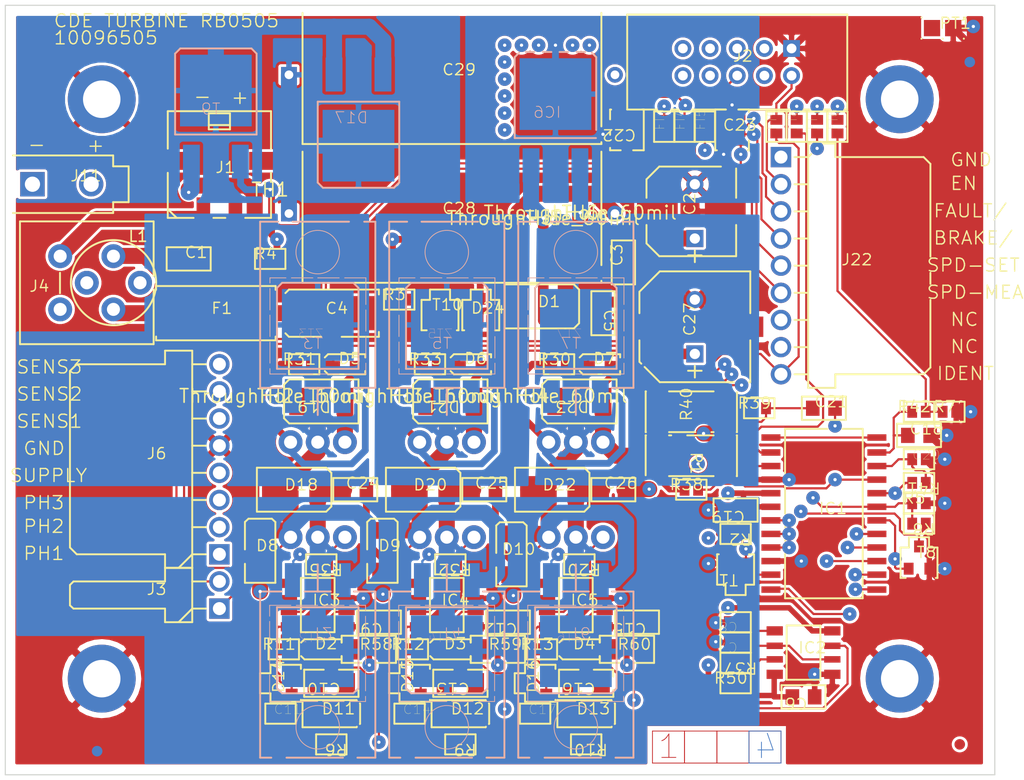
<source format=kicad_pcb>
(kicad_pcb (version 20171130) (host pcbnew 5.1.5-52549c5~86~ubuntu18.04.1)
  (layers (0 F.Cu signal) (1 In1.Cu signal) (2 In2.Cu signal) (31 B.Cu signal) (34 B.Paste user) (35 F.Paste user) (36 B.SilkS user) (37 F.SilkS user) (38 B.Mask user) (39 F.Mask user) (44 Edge.Cuts user))
  (net 0 "")
  (net 1 "Net-(C1-Pad2)")
  (net 2 "Net-(C1-Pad1)")
  (net 3 GND)
  (net 4 +24V)
  (net 5 +15V)
  (net 6 "Net-(C10-Pad2)")
  (net 7 "Net-(C11-Pad2)")
  (net 8 "Net-(C11-Pad1)")
  (net 9 "Net-(C13-Pad2)")
  (net 10 "Net-(C14-Pad2)")
  (net 11 "Net-(C14-Pad1)")
  (net 12 "Net-(C16-Pad2)")
  (net 13 "Net-(C17-Pad2)")
  (net 14 "Net-(C17-Pad1)")
  (net 15 "Net-(C18-Pad1)")
  (net 16 "Net-(C21-Pad2)")
  (net 17 "Net-(C21-Pad1)")
  (net 18 "Net-(C22-Pad1)")
  (net 19 "Net-(C22-Pad2)")
  (net 20 "Net-(C22-Pad3)")
  (net 21 "Net-(C22-Pad4)")
  (net 22 "Net-(C23-Pad5)")
  (net 23 "Net-(C23-Pad6)")
  (net 24 "Net-(C23-Pad7)")
  (net 25 "Net-(C23-Pad8)")
  (net 26 GNDPWR)
  (net 27 /ISENS)
  (net 28 /BOT-DR-C)
  (net 29 /BOT-DR-B)
  (net 30 /BOT-DR-A)
  (net 31 "Net-(D24-Pad2)")
  (net 32 /TEMP+)
  (net 33 /TEMP-)
  (net 34 /OE)
  (net 35 /TOP-DR-B)
  (net 36 /TOP-DR-A)
  (net 37 /V-REF-M)
  (net 38 /SENSOR1)
  (net 39 /SENSOR2)
  (net 40 /SENSOR3)
  (net 41 "Net-(IC1-Pad12)")
  (net 42 "Net-(IC1-Pad23)")
  (net 43 /TOP-DR-C)
  (net 44 /OSC)
  (net 45 "Net-(IC2-Pad7)")
  (net 46 "Net-(IC3-Pad4)")
  (net 47 "Net-(IC3-Pad5)")
  (net 48 "Net-(IC3-Pad7)")
  (net 49 "Net-(IC4-Pad4)")
  (net 50 "Net-(IC4-Pad5)")
  (net 51 "Net-(IC4-Pad7)")
  (net 52 "Net-(IC5-Pad4)")
  (net 53 "Net-(IC5-Pad5)")
  (net 54 "Net-(IC5-Pad7)")
  (net 55 "Net-(J2-Pad7)")
  (net 56 "Net-(J2-Pad8)")
  (net 57 "Net-(J22-Pad7)")
  (net 58 "Net-(J22-Pad8)")
  (net 59 "Net-(C4-Pad+)")
  (net 60 "Net-(C4-Pad-)")
  (net 61 "Net-(D17-PadA1)")
  (net 62 "Net-(R3-Pad1)")
  (net 63 "Net-(R20-Pad2)")
  (net 64 "Net-(R30-Pad2)")
  (net 65 "Net-(R31-Pad2)")
  (net 66 "Net-(R32-Pad2)")
  (net 67 "Net-(R33-Pad2)")
  (net 68 "Net-(R35-Pad2)")
  (net 69 "Net-(D22-Pad1)")
  (net 70 "Net-(C8-Pad2)")
  (net 71 "Net-(C20-Pad2)")
  (net 72 "Net-(FI5-Pad2)")
  (net 73 "Net-(FI6-Pad2)")
  (net 74 "Net-(FI7-Pad2)")
  (net 75 "Net-(FI8-Pad2)")
  (net 76 "Net-(F1-Pad1)")
  (net 77 "Net-(C7-Pad2)")
  (net 78 /PHA3)
  (net 79 /PHA2)
  (net 80 /PHA1)
  (net 81 "Net-(D2-Pad2)")
  (net 82 "Net-(D3-Pad2)")
  (net 83 "Net-(D4-Pad2)")
  (module "10096315 Blower Driver:ThroughHole_60mil" (layer F.Cu) (at 152.316 82.0266)
    (fp_text reference TH6 (at 0 0) (layer F.SilkS) (effects (font (size 1.27 1.27))))
    (fp_text value ThroughHole_60mil (at 0 0) (layer F.SilkS) (effects (font (size 1.27 1.27))))
    (pad "" thru_hole circle (at 0 0) (size 1.524 1.524) (drill 0.3048) (layers *.Cu *.Mask) (net 4 +24V))
  )
  (module "10096315 Blower Driver:ThroughHole_60mil" (layer F.Cu) (at 148.8616 82.5346)
    (fp_text reference TH5 (at 0 0) (layer F.SilkS) (effects (font (size 1.27 1.27))))
    (fp_text value ThroughHole_60mil (at 0 0) (layer F.SilkS) (effects (font (size 1.27 1.27))))
    (pad "" thru_hole circle (at 0 0) (size 1.524 1.524) (drill 0.3048) (layers *.Cu *.Mask) (net 5 +15V))
  )
  (module "10096315 Blower Driver:ThroughHole_60mil" (layer F.Cu) (at 147.7186 99.1716)
    (fp_text reference TH4 (at 0 0) (layer F.SilkS) (effects (font (size 1.27 1.27))))
    (fp_text value ThroughHole_60mil (at 0 0) (layer F.SilkS) (effects (font (size 1.27 1.27))))
    (pad "" thru_hole circle (at 0 0) (size 1.524 1.524) (drill 0.3048) (layers *.Cu *.Mask) (net 27 /ISENS))
  )
  (module "10096315 Blower Driver:ThroughHole_60mil" (layer F.Cu) (at 135.9076 99.1716)
    (fp_text reference TH3 (at 0 0) (layer F.SilkS) (effects (font (size 1.27 1.27))))
    (fp_text value ThroughHole_60mil (at 0 0) (layer F.SilkS) (effects (font (size 1.27 1.27))))
    (pad "" thru_hole circle (at 0 0) (size 1.524 1.524) (drill 0.3048) (layers *.Cu *.Mask) (net 27 /ISENS))
  )
  (module "10096315 Blower Driver:ThroughHole_60mil" (layer F.Cu) (at 123.8426 99.1716)
    (fp_text reference TH2 (at 0 0) (layer F.SilkS) (effects (font (size 1.27 1.27))))
    (fp_text value ThroughHole_60mil (at 0 0) (layer F.SilkS) (effects (font (size 1.27 1.27))))
    (pad "" thru_hole circle (at 0 0) (size 1.524 1.524) (drill 0.3048) (layers *.Cu *.Mask) (net 27 /ISENS))
  )
  (module "10096315 Blower Driver:ThroughHole_60mil" (layer F.Cu) (at 123.3346 79.8676)
    (fp_text reference TH1 (at 0 0) (layer F.SilkS) (effects (font (size 1.27 1.27))))
    (fp_text value ThroughHole_60mil hide)
    (pad "" thru_hole circle (at 0 0) (size 1.524 1.524) (drill 0.3048) (layers *.Cu *.Mask) (net 60 "Net-(C4-Pad-)"))
  )
  (module "10096315 Blower Driver:TO220ABGDS-INV_COUCHE" (layer B.Cu) (at 127.7796 130.1596 180)
    (fp_text reference ZT2 (at 0.6096 8.382 unlocked) (layer B.SilkS) (effects (font (size 0.866445 0.911352) (thickness 0.0254)) (justify mirror)))
    (fp_text value Q-BT-TO220AB-GDS-INV hide)
    (pad D thru_hole circle (at 0 17.78) (size 2.2352 2.2352) (drill 1.2192) (layers *.Cu *.Mask) (net 4 +24V))
    (pad G thru_hole circle (at -2.54 17.78) (size 2.2352 2.2352) (drill 1.2192) (layers *.Cu *.Mask) (net 68 "Net-(R35-Pad2)"))
    (pad S thru_hole circle (at 2.54 17.78) (size 2.2352 2.2352) (drill 1.2192) (layers *.Cu *.Mask) (net 78 /PHA3))
  )
  (module "10096315 Blower Driver:TO220ABGDS-INV_COUCHE" (layer B.Cu) (at 127.7796 85.7096)
    (fp_text reference ZT3 (at -0.635 7.6454 unlocked) (layer B.SilkS) (effects (font (size 0.866445 0.911352) (thickness 0.0254)) (justify mirror)))
    (fp_text value Q-BT-TO220AB-GDS-INV hide)
    (pad D thru_hole circle (at 0 17.78 180) (size 2.2352 2.2352) (drill 1.2192) (layers *.Cu *.Mask) (net 78 /PHA3))
    (pad G thru_hole circle (at -2.54 17.78 180) (size 2.2352 2.2352) (drill 1.2192) (layers *.Cu *.Mask) (net 65 "Net-(R31-Pad2)"))
    (pad S thru_hole circle (at 2.54 17.78 180) (size 2.2352 2.2352) (drill 1.2192) (layers *.Cu *.Mask) (net 27 /ISENS))
  )
  (module "10096315 Blower Driver:TO220ABGDS-INV_COUCHE" (layer B.Cu) (at 139.8446 130.1596 180)
    (fp_text reference ZT4 (at 0.6096 8.382 unlocked) (layer B.SilkS) (effects (font (size 0.866445 0.911352) (thickness 0.0254)) (justify mirror)))
    (fp_text value Q-BT-TO220AB-GDS-INV hide)
    (pad D thru_hole circle (at 0 17.78) (size 2.2352 2.2352) (drill 1.2192) (layers *.Cu *.Mask) (net 4 +24V))
    (pad G thru_hole circle (at -2.54 17.78) (size 2.2352 2.2352) (drill 1.2192) (layers *.Cu *.Mask) (net 66 "Net-(R32-Pad2)"))
    (pad S thru_hole circle (at 2.54 17.78) (size 2.2352 2.2352) (drill 1.2192) (layers *.Cu *.Mask) (net 79 /PHA2))
  )
  (module "10096315 Blower Driver:TO220ABGDS-INV_COUCHE" (layer B.Cu) (at 139.8446 85.7096)
    (fp_text reference ZT5 (at -0.6096 7.6454 unlocked) (layer B.SilkS) (effects (font (size 0.866445 0.911352) (thickness 0.0254)) (justify mirror)))
    (fp_text value Q-BT-TO220AB-GDS-INV hide)
    (pad D thru_hole circle (at 0 17.78 180) (size 2.2352 2.2352) (drill 1.2192) (layers *.Cu *.Mask) (net 79 /PHA2))
    (pad G thru_hole circle (at -2.54 17.78 180) (size 2.2352 2.2352) (drill 1.2192) (layers *.Cu *.Mask) (net 67 "Net-(R33-Pad2)"))
    (pad S thru_hole circle (at 2.54 17.78 180) (size 2.2352 2.2352) (drill 1.2192) (layers *.Cu *.Mask) (net 27 /ISENS))
  )
  (module "10096315 Blower Driver:TO220ABGDS-INV_COUCHE" (layer B.Cu) (at 151.9096 130.1596 180)
    (fp_text reference ZT6 (at 0.6096 8.4074 unlocked) (layer B.SilkS) (effects (font (size 0.866445 0.911352) (thickness 0.0254)) (justify mirror)))
    (fp_text value Q-BT-TO220AB-GDS-INV hide)
    (pad D thru_hole circle (at 0 17.78) (size 2.2352 2.2352) (drill 1.2192) (layers *.Cu *.Mask) (net 4 +24V))
    (pad G thru_hole circle (at -2.54 17.78) (size 2.2352 2.2352) (drill 1.2192) (layers *.Cu *.Mask) (net 63 "Net-(R20-Pad2)"))
    (pad S thru_hole circle (at 2.54 17.78) (size 2.2352 2.2352) (drill 1.2192) (layers *.Cu *.Mask) (net 80 /PHA1))
  )
  (module "10096315 Blower Driver:TO220ABGDS-INV_COUCHE" (layer B.Cu) (at 151.9096 85.7096)
    (fp_text reference ZT7 (at -0.6096 7.6454 unlocked) (layer B.SilkS) (effects (font (size 0.866445 0.911352) (thickness 0.0254)) (justify mirror)))
    (fp_text value Q-BT-TO220AB-GDS-INV hide)
    (pad D thru_hole circle (at 0 17.78 180) (size 2.2352 2.2352) (drill 1.2192) (layers *.Cu *.Mask) (net 80 /PHA1))
    (pad G thru_hole circle (at -2.54 17.78 180) (size 2.2352 2.2352) (drill 1.2192) (layers *.Cu *.Mask) (net 64 "Net-(R30-Pad2)"))
    (pad S thru_hole circle (at 2.54 17.78 180) (size 2.2352 2.2352) (drill 1.2192) (layers *.Cu *.Mask) (net 27 /ISENS))
  )
  (module NetTie:NetTie-2_SMD_Pad0.5mm (layer F.Cu) (at 163.3474 102.743)
    (fp_text reference NT1 hide)
    (fp_text value Net-Tie_2 hide)
    (fp_poly (pts (xy -0.5 -0.25) (xy 0.5 -0.25) (xy 0.5 0.25) (xy -0.5 0.25)) (layer F.Cu) (width 0))
    (pad 2 smd circle (at 0.5 0) (size 0.5 0.5) (layers F.Cu) (net 26 GNDPWR))
    (pad 1 smd circle (at -0.5 0) (size 0.5 0.5) (layers F.Cu) (net 3 GND))
  )
  (module "10096315 Blower Driver:ELC09DxxxxF_NoCopper" (layer F.Cu) (at 108.6866 88.5698)
    (fp_text reference L1 (at 2.2938 -4.328) (layer F.SilkS))
    (fp_text value Inductor_22uH)
  )
  (module "10096315 Blower Driver:JUMPER2_NoCopper" (layer F.Cu) (at 103.6828 88.5952)
    (fp_text reference J4 (at -1.9304 0.3048 unlocked) (layer F.SilkS) (effects (font (size 1.033069 1.086612) (thickness 0.127))))
    (fp_text value JumperBypass hide)
  )
  (module "10096315 Blower Driver:C0805" (layer F.Cu) (at 115.7146 86.3446)
    (fp_text reference C1 (at 0.6985 -0.6096 unlocked) (layer F.SilkS) (effects (font (size 1.033069 1.086612) (thickness 0.127))))
    (fp_text value Capacitor_100nF hide)
    (pad 1 smd rect (at -1.0414 0) (size 1.27 1.4224) (layers F.Cu F.Paste F.Mask) (net 2 "Net-(C1-Pad1)"))
    (pad 2 smd rect (at 1.0414 0) (size 1.27 1.4224) (layers F.Cu F.Paste F.Mask) (net 1 "Net-(C1-Pad2)"))
  )
  (module "10096315 Blower Driver:03515" (layer F.Cu) (at 163.0348 81.8996)
    (fp_text reference C2 (at -0.4826 -0.6985 90 unlocked) (layer F.SilkS) (effects (font (size 1.033069 1.086612) (thickness 0.127))))
    (fp_text value Capacitor_100uF_CheckFootprint hide)
    (pad + thru_hole rect (at 0 2.54) (size 1.6002 1.6002) (drill 0.9652) (layers *.Cu *.Mask) (net 4 +24V))
    (pad - thru_hole circle (at 0 -2.54) (size 1.6002 1.6002) (drill 0.9652) (layers *.Cu *.Mask) (net 3 GND))
  )
  (module "10096315 Blower Driver:C0805" (layer F.Cu) (at 156.3546 86.6748 90)
    (fp_text reference C3 (at 0.6985 -0.6096 90 unlocked) (layer F.SilkS) (effects (font (size 1.033069 1.086612) (thickness 0.127))))
    (fp_text value Capacitor_100nF hide)
    (pad 1 smd rect (at -1.0414 0 90) (size 1.27 1.4224) (layers F.Cu F.Paste F.Mask) (net 3 GND))
    (pad 2 smd rect (at 1.0414 0 90) (size 1.27 1.4224) (layers F.Cu F.Paste F.Mask) (net 4 +24V))
  )
  (module "10096315 Blower Driver:C7343" (layer F.Cu) (at 129.0496 91.4246)
    (fp_text reference C4 (at 0.508 -0.4572 unlocked) (layer F.SilkS) (effects (font (size 1.033069 1.086612) (thickness 0.127))))
    (fp_text value Capacitor_22uF_CheckFootprint hide)
    (pad + smd rect (at -2.9972 0) (size 2.286 3.2004) (layers F.Cu F.Paste F.Mask) (net 59 "Net-(C4-Pad+)"))
    (pad - smd rect (at 2.9972 0) (size 2.286 3.2004) (layers F.Cu F.Paste F.Mask) (net 60 "Net-(C4-Pad-)"))
  )
  (module "10096315 Blower Driver:C0805" (layer F.Cu) (at 154.4496 91.4246 270)
    (fp_text reference C5 (at 0.6985 -0.6096 270 unlocked) (layer F.SilkS) (effects (font (size 1.033069 1.086612) (thickness 0.127))))
    (fp_text value Capacitor_100nF hide)
    (pad 1 smd rect (at -1.0414 0 270) (size 1.27 1.4224) (layers F.Cu F.Paste F.Mask) (net 3 GND))
    (pad 2 smd rect (at 1.0414 0 270) (size 1.27 1.4224) (layers F.Cu F.Paste F.Mask) (net 5 +15V))
  )
  (module "10096315 Blower Driver:C0805" (layer F.Cu) (at 173.1948 127.3148 180)
    (fp_text reference C6 (at 0.6985 -0.6096 180 unlocked) (layer F.SilkS) (effects (font (size 1.033069 1.086612) (thickness 0.127))))
    (fp_text value Capacitor_100nF hide)
    (pad 1 smd rect (at -1.0414 0 180) (size 1.27 1.4224) (layers F.Cu F.Paste F.Mask) (net 3 GND))
    (pad 2 smd rect (at 1.0414 0 180) (size 1.27 1.4224) (layers F.Cu F.Paste F.Mask) (net 5 +15V))
  )
  (module "10096315 Blower Driver:C0603" (layer F.Cu) (at 166.8448 122.2348)
    (fp_text reference C7 (at -0.6858 0.4064 -180 unlocked) (layer F.SilkS) (effects (font (size 0.866445 0.911352) (thickness 0.0254))))
    (fp_text value Capacitor_2.2nF hide)
    (pad 1 smd rect (at -0.635 0) (size 0.9144 1.1176) (layers F.Cu F.Paste F.Mask) (net 3 GND))
    (pad 2 smd rect (at 0.635 0) (size 0.9144 1.1176) (layers F.Cu F.Paste F.Mask) (net 77 "Net-(C7-Pad2)"))
  )
  (module "10096315 Blower Driver:C0603" (layer F.Cu) (at 166.8448 120.3298)
    (fp_text reference C8 (at -0.6858 0.4064 -180 unlocked) (layer F.SilkS) (effects (font (size 0.866445 0.911352) (thickness 0.0254))))
    (fp_text value Capacitor_10nF hide)
    (pad 1 smd rect (at -0.635 0) (size 0.9144 1.1176) (layers F.Cu F.Paste F.Mask) (net 3 GND))
    (pad 2 smd rect (at 0.635 0) (size 0.9144 1.1176) (layers F.Cu F.Paste F.Mask) (net 70 "Net-(C8-Pad2)"))
  )
  (module "10096315 Blower Driver:C0805" (layer F.Cu) (at 133.4946 120.3298 180)
    (fp_text reference C9 (at 0.6985 -0.6096 180 unlocked) (layer F.SilkS) (effects (font (size 1.033069 1.086612) (thickness 0.127))))
    (fp_text value Capacitor_100nF hide)
    (pad 1 smd rect (at -1.0414 0 180) (size 1.27 1.4224) (layers F.Cu F.Paste F.Mask) (net 3 GND))
    (pad 2 smd rect (at 1.0414 0 180) (size 1.27 1.4224) (layers F.Cu F.Paste F.Mask) (net 5 +15V))
  )
  (module "10096315 Blower Driver:RC1206" (layer F.Cu) (at 129.0496 126.0448)
    (fp_text reference C10 (at -0.6985 0.4826 -180 unlocked) (layer F.SilkS) (effects (font (size 1.033069 1.086612) (thickness 0.127))))
    (fp_text value Capacitor_220nF hide)
    (pad 1 smd rect (at -1.4224 0) (size 1.5748 1.905) (layers F.Cu F.Paste F.Mask) (net 78 /PHA3))
    (pad 2 smd rect (at 1.4224 0) (size 1.5748 1.905) (layers F.Cu F.Paste F.Mask) (net 6 "Net-(C10-Pad2)"))
  )
  (module "10096315 Blower Driver:C0603" (layer F.Cu) (at 124.2998 128.8896 180)
    (fp_text reference C11 (at -0.6858 0.4064 unlocked) (layer F.SilkS) (effects (font (size 0.866445 0.911352) (thickness 0.0254))))
    (fp_text value Capacitor_2.2nF hide)
    (pad 1 smd rect (at -0.635 0 180) (size 0.9144 1.1176) (layers F.Cu F.Paste F.Mask) (net 8 "Net-(C11-Pad1)"))
    (pad 2 smd rect (at 0.635 0 180) (size 0.9144 1.1176) (layers F.Cu F.Paste F.Mask) (net 7 "Net-(C11-Pad2)"))
  )
  (module "10096315 Blower Driver:C0805" (layer F.Cu) (at 145.5596 120.3298 180)
    (fp_text reference C12 (at 0.6985 -0.6096 180 unlocked) (layer F.SilkS) (effects (font (size 1.033069 1.086612) (thickness 0.127))))
    (fp_text value Capacitor_100nF hide)
    (pad 1 smd rect (at -1.0414 0 180) (size 1.27 1.4224) (layers F.Cu F.Paste F.Mask) (net 3 GND))
    (pad 2 smd rect (at 1.0414 0 180) (size 1.27 1.4224) (layers F.Cu F.Paste F.Mask) (net 5 +15V))
  )
  (module "10096315 Blower Driver:RC1206" (layer F.Cu) (at 141.1146 126.0448)
    (fp_text reference C13 (at -0.6985 0.4826 -180 unlocked) (layer F.SilkS) (effects (font (size 1.033069 1.086612) (thickness 0.127))))
    (fp_text value Capacitor_220nF hide)
    (pad 1 smd rect (at -1.4224 0) (size 1.5748 1.905) (layers F.Cu F.Paste F.Mask) (net 79 /PHA2))
    (pad 2 smd rect (at 1.4224 0) (size 1.5748 1.905) (layers F.Cu F.Paste F.Mask) (net 9 "Net-(C13-Pad2)"))
  )
  (module "10096315 Blower Driver:C0603" (layer F.Cu) (at 136.3648 128.8896 180)
    (fp_text reference C14 (at -0.6858 0.4064 unlocked) (layer F.SilkS) (effects (font (size 0.866445 0.911352) (thickness 0.0254))))
    (fp_text value Capacitor_2.2nF hide)
    (pad 1 smd rect (at -0.635 0 180) (size 0.9144 1.1176) (layers F.Cu F.Paste F.Mask) (net 11 "Net-(C14-Pad1)"))
    (pad 2 smd rect (at 0.635 0 180) (size 0.9144 1.1176) (layers F.Cu F.Paste F.Mask) (net 10 "Net-(C14-Pad2)"))
  )
  (module "10096315 Blower Driver:C0805" (layer F.Cu) (at 157.6246 120.3298 180)
    (fp_text reference C15 (at 0.6985 -0.6096 180 unlocked) (layer F.SilkS) (effects (font (size 1.033069 1.086612) (thickness 0.127))))
    (fp_text value Capacitor_100nF hide)
    (pad 1 smd rect (at -1.0414 0 180) (size 1.27 1.4224) (layers F.Cu F.Paste F.Mask) (net 3 GND))
    (pad 2 smd rect (at 1.0414 0 180) (size 1.27 1.4224) (layers F.Cu F.Paste F.Mask) (net 5 +15V))
  )
  (module "10096315 Blower Driver:RC1206" (layer F.Cu) (at 152.8748 126.0448)
    (fp_text reference C16 (at -0.6985 0.4826 -180 unlocked) (layer F.SilkS) (effects (font (size 1.033069 1.086612) (thickness 0.127))))
    (fp_text value Capacitor_220nF hide)
    (pad 1 smd rect (at -1.4224 0) (size 1.5748 1.905) (layers F.Cu F.Paste F.Mask) (net 80 /PHA1))
    (pad 2 smd rect (at 1.4224 0) (size 1.5748 1.905) (layers F.Cu F.Paste F.Mask) (net 12 "Net-(C16-Pad2)"))
  )
  (module "10096315 Blower Driver:C0603" (layer F.Cu) (at 148.0996 128.8896 180)
    (fp_text reference C17 (at -0.6858 0.4064 unlocked) (layer F.SilkS) (effects (font (size 0.866445 0.911352) (thickness 0.0254))))
    (fp_text value Capacitor_2.2nF hide)
    (pad 1 smd rect (at -0.635 0 180) (size 0.9144 1.1176) (layers F.Cu F.Paste F.Mask) (net 14 "Net-(C17-Pad1)"))
    (pad 2 smd rect (at 0.635 0 180) (size 0.9144 1.1176) (layers F.Cu F.Paste F.Mask) (net 13 "Net-(C17-Pad2)"))
  )
  (module "10096315 Blower Driver:C0805" (layer F.Cu) (at 183.9898 102.8546)
    (fp_text reference C18 (at 0.6985 -0.6096 unlocked) (layer F.SilkS) (effects (font (size 1.033069 1.086612) (thickness 0.127))))
    (fp_text value Capacitor_330nF hide)
    (pad 1 smd rect (at -1.0414 0) (size 1.27 1.4224) (layers F.Cu F.Paste F.Mask) (net 15 "Net-(C18-Pad1)"))
    (pad 2 smd rect (at 1.0414 0) (size 1.27 1.4224) (layers F.Cu F.Paste F.Mask) (net 3 GND))
  )
  (module "10096315 Blower Driver:C0805" (layer F.Cu) (at 166.8448 109.8396 180)
    (fp_text reference C19 (at 0.6985 -0.6096 180 unlocked) (layer F.SilkS) (effects (font (size 1.033069 1.086612) (thickness 0.127))))
    (fp_text value Capacitor_100nF hide)
    (pad 1 smd rect (at -1.0414 0 180) (size 1.27 1.4224) (layers F.Cu F.Paste F.Mask) (net 5 +15V))
    (pad 2 smd rect (at 1.0414 0 180) (size 1.27 1.4224) (layers F.Cu F.Paste F.Mask) (net 3 GND))
  )
  (module "10096315 Blower Driver:C0603" (layer F.Cu) (at 183.9898 105.0898 180)
    (fp_text reference C20 (at -0.6858 0.4064 unlocked) (layer F.SilkS) (effects (font (size 0.866445 0.911352) (thickness 0.0254))))
    (fp_text value Capacitor_10nF hide)
    (pad 1 smd rect (at -0.635 0 180) (size 0.9144 1.1176) (layers F.Cu F.Paste F.Mask) (net 3 GND))
    (pad 2 smd rect (at 0.635 0 180) (size 0.9144 1.1176) (layers F.Cu F.Paste F.Mask) (net 71 "Net-(C20-Pad2)"))
  )
  (module "10096315 Blower Driver:C0805" (layer F.Cu) (at 175.0998 100.3146)
    (fp_text reference C21 (at 0.6985 -0.6096 unlocked) (layer F.SilkS) (effects (font (size 1.033069 1.086612) (thickness 0.127))))
    (fp_text value Capacitor_100nF hide)
    (pad 1 smd rect (at -1.0414 0) (size 1.27 1.4224) (layers F.Cu F.Paste F.Mask) (net 17 "Net-(C21-Pad1)"))
    (pad 2 smd rect (at 1.0414 0) (size 1.27 1.4224) (layers F.Cu F.Paste F.Mask) (net 16 "Net-(C21-Pad2)"))
  )
  (module "10096315 Blower Driver:C0612-4" (layer F.Cu) (at 156.6848 74.2796 90)
    (fp_text reference C22 (at -0.4572 -0.7239 -180 unlocked) (layer F.SilkS) (effects (font (size 1.033069 1.086612) (thickness 0.127))))
    (fp_text value CapacitorArray_47pf hide)
    (pad 1 smd rect (at -1.1938 0.7874 90) (size 0.5588 0.9144) (layers F.Cu F.Paste F.Mask) (net 18 "Net-(C22-Pad1)"))
    (pad 2 smd rect (at -0.381 0.7874 90) (size 0.5588 0.9144) (layers F.Cu F.Paste F.Mask) (net 19 "Net-(C22-Pad2)"))
    (pad 3 smd rect (at 0.381 0.7874 90) (size 0.5588 0.9144) (layers F.Cu F.Paste F.Mask) (net 20 "Net-(C22-Pad3)"))
    (pad 4 smd rect (at 1.1938 0.7874 90) (size 0.5588 0.9144) (layers F.Cu F.Paste F.Mask) (net 21 "Net-(C22-Pad4)"))
    (pad 5 smd rect (at 1.1938 -0.7874 90) (size 0.5588 0.9144) (layers F.Cu F.Paste F.Mask) (net 3 GND))
    (pad 6 smd rect (at 0.381 -0.7874 90) (size 0.5588 0.9144) (layers F.Cu F.Paste F.Mask) (net 3 GND))
    (pad 7 smd rect (at -0.381 -0.7874 90) (size 0.5588 0.9144) (layers F.Cu F.Paste F.Mask) (net 3 GND))
    (pad 8 smd rect (at -1.1938 -0.7874 90) (size 0.5588 0.9144) (layers F.Cu F.Paste F.Mask) (net 3 GND))
  )
  (module "10096315 Blower Driver:C0612-4" (layer F.Cu) (at 166.5146 74.2796 270)
    (fp_text reference C23 (at -0.4572 -0.7239 unlocked) (layer F.SilkS) (effects (font (size 1.033069 1.086612) (thickness 0.127))))
    (fp_text value CapacitorArray_47pf hide)
    (pad 1 smd rect (at -1.1938 0.7874 270) (size 0.5588 0.9144) (layers F.Cu F.Paste F.Mask) (net 3 GND))
    (pad 2 smd rect (at -0.381 0.7874 270) (size 0.5588 0.9144) (layers F.Cu F.Paste F.Mask) (net 3 GND))
    (pad 3 smd rect (at 0.381 0.7874 270) (size 0.5588 0.9144) (layers F.Cu F.Paste F.Mask) (net 3 GND))
    (pad 4 smd rect (at 1.1938 0.7874 270) (size 0.5588 0.9144) (layers F.Cu F.Paste F.Mask) (net 3 GND))
    (pad 5 smd rect (at 1.1938 -0.7874 270) (size 0.5588 0.9144) (layers F.Cu F.Paste F.Mask) (net 22 "Net-(C23-Pad5)"))
    (pad 6 smd rect (at 0.381 -0.7874 270) (size 0.5588 0.9144) (layers F.Cu F.Paste F.Mask) (net 23 "Net-(C23-Pad6)"))
    (pad 7 smd rect (at -0.381 -0.7874 270) (size 0.5588 0.9144) (layers F.Cu F.Paste F.Mask) (net 24 "Net-(C23-Pad7)"))
    (pad 8 smd rect (at -1.1938 -0.7874 270) (size 0.5588 0.9144) (layers F.Cu F.Paste F.Mask) (net 25 "Net-(C23-Pad8)"))
  )
  (module "10096315 Blower Driver:C0805" (layer F.Cu) (at 131.2848 107.9346)
    (fp_text reference C24 (at 0.6985 -0.6096 unlocked) (layer F.SilkS) (effects (font (size 1.033069 1.086612) (thickness 0.127))))
    (fp_text value Capacitor_100nF hide)
    (pad 1 smd rect (at -1.0414 0) (size 1.27 1.4224) (layers F.Cu F.Paste F.Mask) (net 4 +24V))
    (pad 2 smd rect (at 1.0414 0) (size 1.27 1.4224) (layers F.Cu F.Paste F.Mask) (net 26 GNDPWR))
  )
  (module "10096315 Blower Driver:C0805" (layer F.Cu) (at 143.3498 107.9346)
    (fp_text reference C25 (at 0.6985 -0.6096 unlocked) (layer F.SilkS) (effects (font (size 1.033069 1.086612) (thickness 0.127))))
    (fp_text value Capacitor_100nF hide)
    (pad 1 smd rect (at -1.0414 0) (size 1.27 1.4224) (layers F.Cu F.Paste F.Mask) (net 4 +24V))
    (pad 2 smd rect (at 1.0414 0) (size 1.27 1.4224) (layers F.Cu F.Paste F.Mask) (net 26 GNDPWR))
  )
  (module "10096315 Blower Driver:C0805" (layer F.Cu) (at 155.4148 107.9346)
    (fp_text reference C26 (at 0.6985 -0.6096 unlocked) (layer F.SilkS) (effects (font (size 1.033069 1.086612) (thickness 0.127))))
    (fp_text value Capacitor_100nF hide)
    (pad 1 smd rect (at -1.0414 0) (size 1.27 1.4224) (layers F.Cu F.Paste F.Mask) (net 4 +24V))
    (pad 2 smd rect (at 1.0414 0) (size 1.27 1.4224) (layers F.Cu F.Paste F.Mask) (net 26 GNDPWR))
  )
  (module "10096315 Blower Driver:03515" (layer F.Cu) (at 163.0348 92.6946)
    (fp_text reference C27 (at -0.4826 -0.6985 90 unlocked) (layer F.SilkS) (effects (font (size 1.033069 1.086612) (thickness 0.127))))
    (fp_text value Capacitor_470uF_CheckFootprint hide)
    (pad + thru_hole rect (at 0 2.54) (size 1.6002 1.6002) (drill 0.9652) (layers *.Cu *.Mask) (net 5 +15V))
    (pad - thru_hole circle (at 0 -2.54) (size 1.6002 1.6002) (drill 0.9652) (layers *.Cu *.Mask) (net 3 GND))
  )
  (module "10096315 Blower Driver:HT-13X27" (layer F.Cu) (at 125.0872 82.1028)
    (fp_text reference C28 (at 15.9131 -0.4826 unlocked) (layer F.SilkS) (effects (font (size 1.033069 1.086612) (thickness 0.127))))
    (fp_text value Capacitor_1000uF hide)
    (pad + thru_hole rect (at 0 0) (size 1.4732 1.4732) (drill 0.8128) (layers *.Cu *.Mask) (net 4 +24V))
    (pad - thru_hole circle (at 30.48 0) (size 1.4732 1.4732) (drill 0.8128) (layers *.Cu *.Mask) (net 26 GNDPWR))
  )
  (module "10096315 Blower Driver:HT-13X27" (layer F.Cu) (at 125.0872 69.1234)
    (fp_text reference C29 (at 15.9131 -0.4826 unlocked) (layer F.SilkS) (effects (font (size 1.033069 1.086612) (thickness 0.127))))
    (fp_text value Capacitor_1000uF hide)
    (pad + thru_hole rect (at 0 0) (size 1.4732 1.4732) (drill 0.8128) (layers *.Cu *.Mask) (net 4 +24V))
    (pad - thru_hole circle (at 30.48 0) (size 1.4732 1.4732) (drill 0.8128) (layers *.Cu *.Mask) (net 26 GNDPWR))
  )
  (module "10096315 Blower Driver:SMB" (layer F.Cu) (at 148.7346 90.7896 180)
    (fp_text reference D1 (at -0.6731 0.4572 unlocked) (layer F.SilkS) (effects (font (size 1.033069 1.086612) (thickness 0.127))))
    (fp_text value DiodeZener_30V hide)
    (pad 1 smd rect (at 2.2098 0 180) (size 1.5748 2.54) (layers F.Cu F.Paste F.Mask) (net 26 GNDPWR))
    (pad 2 smd rect (at -2.2098 0 180) (size 1.5748 2.54) (layers F.Cu F.Paste F.Mask) (net 4 +24V))
  )
  (module "10096315 Blower Driver:SOD323" (layer F.Cu) (at 128.1098 122.8698)
    (fp_text reference D2 (at 0.4572 -0.5334 unlocked) (layer F.SilkS) (effects (font (size 1.033069 1.086612) (thickness 0.127))))
    (fp_text value DiodeSchottky hide)
    (pad 1 smd rect (at 1.0922 0) (size 1.27 0.6096) (layers F.Cu F.Paste F.Mask))
    (pad 2 smd rect (at -1.0922 0) (size 1.27 0.6096) (layers F.Cu F.Paste F.Mask))
  )
  (module "10096315 Blower Driver:SOD323" (layer F.Cu) (at 140.1748 122.8698)
    (fp_text reference D3 (at 0.4572 -0.5334 unlocked) (layer F.SilkS) (effects (font (size 1.033069 1.086612) (thickness 0.127))))
    (fp_text value DiodeSchottky hide)
    (pad 1 smd rect (at 1.0922 0) (size 1.27 0.6096) (layers F.Cu F.Paste F.Mask))
    (pad 2 smd rect (at -1.0922 0) (size 1.27 0.6096) (layers F.Cu F.Paste F.Mask))
  )
  (module "10096315 Blower Driver:SOD323" (layer F.Cu) (at 152.2398 122.8698)
    (fp_text reference D4 (at 0.4572 -0.5334 unlocked) (layer F.SilkS) (effects (font (size 1.033069 1.086612) (thickness 0.127))))
    (fp_text value DiodeSchottky hide)
    (pad 1 smd rect (at 1.0922 0) (size 1.27 0.6096) (layers F.Cu F.Paste F.Mask))
    (pad 2 smd rect (at -1.0922 0) (size 1.27 0.6096) (layers F.Cu F.Paste F.Mask))
  )
  (module "10096315 Blower Driver:SOD323" (layer F.Cu) (at 130.3196 96.1998)
    (fp_text reference D5 (at 0.4572 -0.5334 unlocked) (layer F.SilkS) (effects (font (size 1.033069 1.086612) (thickness 0.127))))
    (fp_text value DiodeSchottky hide)
    (pad 1 smd rect (at 1.0922 0) (size 1.27 0.6096) (layers F.Cu F.Paste F.Mask))
    (pad 2 smd rect (at -1.0922 0) (size 1.27 0.6096) (layers F.Cu F.Paste F.Mask))
  )
  (module "10096315 Blower Driver:SOD323" (layer F.Cu) (at 142.0798 96.1998)
    (fp_text reference D6 (at 0.4572 -0.5334 unlocked) (layer F.SilkS) (effects (font (size 1.033069 1.086612) (thickness 0.127))))
    (fp_text value DiodeSchottky hide)
    (pad 1 smd rect (at 1.0922 0) (size 1.27 0.6096) (layers F.Cu F.Paste F.Mask))
    (pad 2 smd rect (at -1.0922 0) (size 1.27 0.6096) (layers F.Cu F.Paste F.Mask))
  )
  (module "10096315 Blower Driver:SOD323" (layer F.Cu) (at 154.1448 96.1998)
    (fp_text reference D7 (at 0.4572 -0.5334 unlocked) (layer F.SilkS) (effects (font (size 1.033069 1.086612) (thickness 0.127))))
    (fp_text value DiodeSchottky hide)
    (pad 1 smd rect (at 1.0922 0) (size 1.27 0.6096) (layers F.Cu F.Paste F.Mask))
    (pad 2 smd rect (at -1.0922 0) (size 1.27 0.6096) (layers F.Cu F.Paste F.Mask))
  )
  (module "10096315 Blower Driver:SMA" (layer F.Cu) (at 122.3948 113.6496 270)
    (fp_text reference D8 (at -0.4826 -0.6731 unlocked) (layer F.SilkS) (effects (font (size 1.033069 1.086612) (thickness 0.127))))
    (fp_text value DiodeZener_200V hide)
    (pad 1 smd rect (at 1.905 0 270) (size 1.5748 1.905) (layers F.Cu F.Paste F.Mask) (net 26 GNDPWR))
    (pad 2 smd rect (at -1.905 0 270) (size 1.5748 1.905) (layers F.Cu F.Paste F.Mask) (net 78 /PHA3))
  )
  (module "10096315 Blower Driver:SMA" (layer F.Cu) (at 133.8248 113.6496 270)
    (fp_text reference D9 (at -0.4826 -0.6731 unlocked) (layer F.SilkS) (effects (font (size 1.033069 1.086612) (thickness 0.127))))
    (fp_text value DiodeZener_200V hide)
    (pad 1 smd rect (at 1.905 0 270) (size 1.5748 1.905) (layers F.Cu F.Paste F.Mask) (net 26 GNDPWR))
    (pad 2 smd rect (at -1.905 0 270) (size 1.5748 1.905) (layers F.Cu F.Paste F.Mask) (net 79 /PHA2))
  )
  (module "10096315 Blower Driver:SMA" (layer F.Cu) (at 145.8898 113.9798 270)
    (fp_text reference D10 (at -0.4826 -0.6731 unlocked) (layer F.SilkS) (effects (font (size 1.033069 1.086612) (thickness 0.127))))
    (fp_text value DiodeZener_200V hide)
    (pad 1 smd rect (at 1.905 0 270) (size 1.5748 1.905) (layers F.Cu F.Paste F.Mask) (net 26 GNDPWR))
    (pad 2 smd rect (at -1.905 0 270) (size 1.5748 1.905) (layers F.Cu F.Paste F.Mask) (net 80 /PHA1))
  )
  (module "10096315 Blower Driver:SOD80" (layer F.Cu) (at 129.0496 128.8896)
    (fp_text reference D11 (at 0.6731 -0.4572 unlocked) (layer F.SilkS) (effects (font (size 1.033069 1.086612) (thickness 0.127))))
    (fp_text value DiodeZener_30V hide)
    (pad 1 smd rect (at -1.5748 0) (size 1.5748 1.905) (layers F.Cu F.Paste F.Mask) (net 78 /PHA3))
    (pad 2 smd rect (at 1.5748 0) (size 1.5748 1.905) (layers F.Cu F.Paste F.Mask) (net 6 "Net-(C10-Pad2)"))
  )
  (module "10096315 Blower Driver:SOD80" (layer F.Cu) (at 141.1146 128.8896)
    (fp_text reference D12 (at 0.6731 -0.4572 unlocked) (layer F.SilkS) (effects (font (size 1.033069 1.086612) (thickness 0.127))))
    (fp_text value DiodeZener_30V hide)
    (pad 1 smd rect (at -1.5748 0) (size 1.5748 1.905) (layers F.Cu F.Paste F.Mask) (net 79 /PHA2))
    (pad 2 smd rect (at 1.5748 0) (size 1.5748 1.905) (layers F.Cu F.Paste F.Mask) (net 9 "Net-(C13-Pad2)"))
  )
  (module "10096315 Blower Driver:SOD80" (layer F.Cu) (at 152.8748 128.8896)
    (fp_text reference D13 (at 0.6731 -0.4572 unlocked) (layer F.SilkS) (effects (font (size 1.033069 1.086612) (thickness 0.127))))
    (fp_text value DiodeZener_30V hide)
    (pad 1 smd rect (at -1.5748 0) (size 1.5748 1.905) (layers F.Cu F.Paste F.Mask) (net 80 /PHA1))
    (pad 2 smd rect (at 1.5748 0) (size 1.5748 1.905) (layers F.Cu F.Paste F.Mask) (net 12 "Net-(C16-Pad2)"))
  )
  (module "10096315 Blower Driver:SOT23-1G" (layer F.Cu) (at 124.2998 126.0448 90)
    (fp_text reference D14 (at 0.6731 -0.1778 90 unlocked) (layer F.SilkS) (effects (font (size 1.033069 1.086612) (thickness 0.127))))
    (fp_text value DiodeSchottkySeriesPair hide)
    (pad 1 smd rect (at -0.9652 1.0414 90) (size 0.9144 1.1176) (layers F.Cu F.Paste F.Mask) (net 78 /PHA3))
    (pad 2 smd rect (at 0.9652 1.0414 90) (size 0.9144 1.1176) (layers F.Cu F.Paste F.Mask) (net 6 "Net-(C10-Pad2)"))
    (pad 3 smd rect (at 0 -1.0414 90) (size 0.9144 1.1176) (layers F.Cu F.Paste F.Mask) (net 7 "Net-(C11-Pad2)"))
  )
  (module "10096315 Blower Driver:SOT23-1G" (layer F.Cu) (at 136.3648 126.0448 90)
    (fp_text reference D15 (at 0.6731 -0.1778 90 unlocked) (layer F.SilkS) (effects (font (size 1.033069 1.086612) (thickness 0.127))))
    (fp_text value DiodeSchottkySeriesPair hide)
    (pad 1 smd rect (at -0.9652 1.0414 90) (size 0.9144 1.1176) (layers F.Cu F.Paste F.Mask) (net 79 /PHA2))
    (pad 2 smd rect (at 0.9652 1.0414 90) (size 0.9144 1.1176) (layers F.Cu F.Paste F.Mask) (net 9 "Net-(C13-Pad2)"))
    (pad 3 smd rect (at 0 -1.0414 90) (size 0.9144 1.1176) (layers F.Cu F.Paste F.Mask) (net 10 "Net-(C14-Pad2)"))
  )
  (module "10096315 Blower Driver:SOT23-1G" (layer F.Cu) (at 148.0996 126.0448 90)
    (fp_text reference D16 (at 0.6731 -0.1778 90 unlocked) (layer F.SilkS) (effects (font (size 1.033069 1.086612) (thickness 0.127))))
    (fp_text value DiodeSchottkySeriesPair hide)
    (pad 1 smd rect (at -0.9652 1.0414 90) (size 0.9144 1.1176) (layers F.Cu F.Paste F.Mask) (net 80 /PHA1))
    (pad 2 smd rect (at 0.9652 1.0414 90) (size 0.9144 1.1176) (layers F.Cu F.Paste F.Mask) (net 12 "Net-(C16-Pad2)"))
    (pad 3 smd rect (at 0 -1.0414 90) (size 0.9144 1.1176) (layers F.Cu F.Paste F.Mask) (net 13 "Net-(C17-Pad2)"))
  )
  (module "10096315 Blower Driver:DPAK-2ANODES" (layer B.Cu) (at 131.5896 73.9748 180)
    (fp_text reference D17 (at 0.6731 0.8382 unlocked) (layer B.SilkS) (effects (font (size 1.033069 1.086612) (thickness 0.0762)) (justify mirror)))
    (fp_text value DiodeSchottkyParallelPair hide)
    (pad A1 smd rect (at 2.286 4.8768) (size 1.5748 3.175) (layers B.Cu B.Paste B.Mask) (net 61 "Net-(D17-PadA1)"))
    (pad A2 smd rect (at -2.286 4.8768) (size 1.5748 3.175) (layers B.Cu B.Paste B.Mask) (net 61 "Net-(D17-PadA1)"))
    (pad K smd rect (at 0 -1.778) (size 6.7056 6.7056) (layers B.Cu B.Paste B.Mask) (net 4 +24V))
  )
  (module "10096315 Blower Driver:SMB" (layer F.Cu) (at 125.5698 107.9346 180)
    (fp_text reference D18 (at -0.6731 0.4572 unlocked) (layer F.SilkS) (effects (font (size 1.033069 1.086612) (thickness 0.127))))
    (fp_text value DiodeZener_30V hide)
    (pad 1 smd rect (at 2.2098 0 180) (size 1.5748 2.54) (layers F.Cu F.Paste F.Mask) (net 78 /PHA3))
    (pad 2 smd rect (at -2.2098 0 180) (size 1.5748 2.54) (layers F.Cu F.Paste F.Mask) (net 4 +24V))
  )
  (module "10096315 Blower Driver:SMB" (layer F.Cu) (at 128.1098 99.6796)
    (fp_text reference D19 (at -0.6731 0.4572 -180 unlocked) (layer F.SilkS) (effects (font (size 1.033069 1.086612) (thickness 0.127))))
    (fp_text value DiodeZener_30V hide)
    (pad 1 smd rect (at 2.2098 0) (size 1.5748 2.54) (layers F.Cu F.Paste F.Mask) (net 27 /ISENS))
    (pad 2 smd rect (at -2.2098 0) (size 1.5748 2.54) (layers F.Cu F.Paste F.Mask) (net 78 /PHA3))
  )
  (module "10096315 Blower Driver:SMB" (layer F.Cu) (at 137.6348 107.9346 180)
    (fp_text reference D20 (at -0.6731 0.4572 unlocked) (layer F.SilkS) (effects (font (size 1.033069 1.086612) (thickness 0.127))))
    (fp_text value DiodeZener_30V hide)
    (pad 1 smd rect (at 2.2098 0 180) (size 1.5748 2.54) (layers F.Cu F.Paste F.Mask) (net 79 /PHA2))
    (pad 2 smd rect (at -2.2098 0 180) (size 1.5748 2.54) (layers F.Cu F.Paste F.Mask) (net 4 +24V))
  )
  (module "10096315 Blower Driver:SMB" (layer F.Cu) (at 140.1748 99.6796)
    (fp_text reference D21 (at -0.6731 0.4572 -180 unlocked) (layer F.SilkS) (effects (font (size 1.033069 1.086612) (thickness 0.127))))
    (fp_text value DiodeZener_30V hide)
    (pad 1 smd rect (at 2.2098 0) (size 1.5748 2.54) (layers F.Cu F.Paste F.Mask) (net 27 /ISENS))
    (pad 2 smd rect (at -2.2098 0) (size 1.5748 2.54) (layers F.Cu F.Paste F.Mask) (net 79 /PHA2))
  )
  (module "10096315 Blower Driver:SMB" (layer F.Cu) (at 149.6998 107.9346 180)
    (fp_text reference D22 (at -0.6731 0.4572 unlocked) (layer F.SilkS) (effects (font (size 1.033069 1.086612) (thickness 0.127))))
    (fp_text value DiodeZener_30V hide)
    (pad 1 smd rect (at 2.2098 0 180) (size 1.5748 2.54) (layers F.Cu F.Paste F.Mask) (net 80 /PHA1))
    (pad 2 smd rect (at -2.2098 0 180) (size 1.5748 2.54) (layers F.Cu F.Paste F.Mask) (net 4 +24V))
  )
  (module "10096315 Blower Driver:SMB" (layer F.Cu) (at 152.2398 99.6796)
    (fp_text reference D23 (at -0.6731 0.4572 -180 unlocked) (layer F.SilkS) (effects (font (size 1.033069 1.086612) (thickness 0.127))))
    (fp_text value DiodeZener_30V hide)
    (pad 1 smd rect (at 2.2098 0) (size 1.5748 2.54) (layers F.Cu F.Paste F.Mask) (net 27 /ISENS))
    (pad 2 smd rect (at -2.2098 0) (size 1.5748 2.54) (layers F.Cu F.Paste F.Mask) (net 80 /PHA1))
  )
  (module "10096315 Blower Driver:SOT23-1G" (layer F.Cu) (at 143.0196 91.1198)
    (fp_text reference D24 (at 0.6731 -0.1778 unlocked) (layer F.SilkS) (effects (font (size 1.033069 1.086612) (thickness 0.127))))
    (fp_text value DiodeSchottkySeriesPair hide)
    (pad 1 smd rect (at -0.9652 1.0414) (size 0.9144 1.1176) (layers F.Cu F.Paste F.Mask) (net 26 GNDPWR))
    (pad 2 smd rect (at 0.9652 1.0414) (size 0.9144 1.1176) (layers F.Cu F.Paste F.Mask) (net 31 "Net-(D24-Pad2)"))
    (pad 3 smd rect (at 0 -1.0414) (size 0.9144 1.1176) (layers F.Cu F.Paste F.Mask) (net 60 "Net-(C4-Pad-)"))
  )
  (module "10096315 Blower Driver:FU154000" (layer F.Cu) (at 118.2546 91.4246)
    (fp_text reference F1 (at 0.5588 -0.4572 unlocked) (layer F.SilkS) (effects (font (size 1.033069 1.086612) (thickness 0.127))))
    (fp_text value Fuse_5A hide)
    (pad 1 smd rect (at -3.175 0) (size 4.2418 3.81) (layers F.Cu F.Paste F.Mask) (net 76 "Net-(F1-Pad1)"))
    (pad 2 smd rect (at 3.175 0) (size 4.2418 3.81) (layers F.Cu F.Paste F.Mask) (net 59 "Net-(C4-Pad+)"))
  )
  (module "10096315 Blower Driver:BNX002" (layer F.Cu) (at 106.1896 88.5798)
    (fp_text reference FI1 hide)
    (fp_text value FilterBNX002011 hide)
    (pad B thru_hole circle (at 2.4892 -2.4892) (size 2.2352 2.2352) (drill 1.2192) (layers *.Cu *.Mask) (net 1 "Net-(C1-Pad2)"))
    (pad CB thru_hole circle (at 2.4892 2.4892) (size 2.2352 2.2352) (drill 1.2192) (layers *.Cu *.Mask) (net 76 "Net-(F1-Pad1)"))
    (pad CG1 thru_hole circle (at -2.4892 2.4892) (size 2.2352 2.2352) (drill 1.2192) (layers *.Cu *.Mask) (net 26 GNDPWR))
    (pad CG2 thru_hole circle (at 0 0) (size 2.2352 2.2352) (drill 1.2192) (layers *.Cu *.Mask) (net 26 GNDPWR))
    (pad CG3 thru_hole circle (at 4.9784 0) (size 2.2352 2.2352) (drill 1.2192) (layers *.Cu *.Mask) (net 26 GNDPWR))
    (pad PSG thru_hole circle (at -2.4892 -2.4892) (size 2.2352 2.2352) (drill 1.2192) (layers *.Cu *.Mask) (net 2 "Net-(C1-Pad1)"))
  )
  (module "10096315 Blower Driver:C0603" (layer F.Cu) (at 160.1646 73.9748 270)
    (fp_text reference FI3 (at -0.6858 0.4064 90 unlocked) (layer F.SilkS) (effects (font (size 0.866445 0.911352) (thickness 0.0254))))
    (fp_text value FerriteBead hide)
    (pad 1 smd rect (at -0.635 0 270) (size 0.9144 1.1176) (layers F.Cu F.Paste F.Mask) (net 18 "Net-(C22-Pad1)"))
    (pad 2 smd rect (at 0.635 0 270) (size 0.9144 1.1176) (layers F.Cu F.Paste F.Mask) (net 32 /TEMP+))
  )
  (module "10096315 Blower Driver:C0603" (layer F.Cu) (at 162.0696 73.9748 270)
    (fp_text reference FI4 (at -0.6858 0.4064 90 unlocked) (layer F.SilkS) (effects (font (size 0.866445 0.911352) (thickness 0.0254))))
    (fp_text value FerriteBead hide)
    (pad 1 smd rect (at -0.635 0 270) (size 0.9144 1.1176) (layers F.Cu F.Paste F.Mask) (net 19 "Net-(C22-Pad2)"))
    (pad 2 smd rect (at 0.635 0 270) (size 0.9144 1.1176) (layers F.Cu F.Paste F.Mask) (net 33 /TEMP-))
  )
  (module "10096315 Blower Driver:C0603" (layer F.Cu) (at 163.9746 73.9748 270)
    (fp_text reference FI5 (at -0.6858 0.4064 90 unlocked) (layer F.SilkS) (effects (font (size 0.866445 0.911352) (thickness 0.0254))))
    (fp_text value FerriteBead hide)
    (pad 1 smd rect (at -0.635 0 270) (size 0.9144 1.1176) (layers F.Cu F.Paste F.Mask) (net 20 "Net-(C22-Pad3)"))
    (pad 2 smd rect (at 0.635 0 270) (size 0.9144 1.1176) (layers F.Cu F.Paste F.Mask) (net 72 "Net-(FI5-Pad2)"))
  )
  (module "10096315 Blower Driver:C0603" (layer F.Cu) (at 176.3698 73.9748 270)
    (fp_text reference FI6 (at -0.6858 0.4064 90 unlocked) (layer F.SilkS) (effects (font (size 0.866445 0.911352) (thickness 0.0254))))
    (fp_text value FerriteBead hide)
    (pad 1 smd rect (at -0.635 0 270) (size 0.9144 1.1176) (layers F.Cu F.Paste F.Mask) (net 22 "Net-(C23-Pad5)"))
    (pad 2 smd rect (at 0.635 0 270) (size 0.9144 1.1176) (layers F.Cu F.Paste F.Mask) (net 73 "Net-(FI6-Pad2)"))
  )
  (module "10096315 Blower Driver:C0603" (layer F.Cu) (at 174.4648 73.9748 270)
    (fp_text reference FI7 (at -0.6858 0.4064 90 unlocked) (layer F.SilkS) (effects (font (size 0.866445 0.911352) (thickness 0.0254))))
    (fp_text value FerriteBead hide)
    (pad 1 smd rect (at -0.635 0 270) (size 0.9144 1.1176) (layers F.Cu F.Paste F.Mask) (net 23 "Net-(C23-Pad6)"))
    (pad 2 smd rect (at 0.635 0 270) (size 0.9144 1.1176) (layers F.Cu F.Paste F.Mask) (net 74 "Net-(FI7-Pad2)"))
  )
  (module "10096315 Blower Driver:C0603" (layer F.Cu) (at 172.5598 73.9748 270)
    (fp_text reference FI8 (at -0.6858 0.4064 90 unlocked) (layer F.SilkS) (effects (font (size 0.866445 0.911352) (thickness 0.0254))))
    (fp_text value FerriteBead hide)
    (pad 1 smd rect (at -0.635 0 270) (size 0.9144 1.1176) (layers F.Cu F.Paste F.Mask) (net 24 "Net-(C23-Pad7)"))
    (pad 2 smd rect (at 0.635 0 270) (size 0.9144 1.1176) (layers F.Cu F.Paste F.Mask) (net 75 "Net-(FI8-Pad2)"))
  )
  (module "10096315 Blower Driver:C0603" (layer F.Cu) (at 170.6548 73.9748 270)
    (fp_text reference FI9 (at -0.6858 0.4064 90 unlocked) (layer F.SilkS) (effects (font (size 0.866445 0.911352) (thickness 0.0254))))
    (fp_text value FerriteBead hide)
    (pad 1 smd rect (at -0.635 0 270) (size 0.9144 1.1176) (layers F.Cu F.Paste F.Mask) (net 25 "Net-(C23-Pad8)"))
    (pad 2 smd rect (at 0.635 0 270) (size 0.9144 1.1176) (layers F.Cu F.Paste F.Mask) (net 34 /OE))
  )
  (module "10096315 Blower Driver:MX.A24_COMPOSANT" (layer F.Cu) (at 175.0998 110.1698 90)
    (fp_text reference IC1 (at 0.4826 0.8509 unlocked) (layer F.SilkS) (effects (font (size 1.033069 1.086612) (thickness 0.127))))
    (fp_text value MotorDriver hide)
    (pad 1 smd rect (at -7.112 4.953 90) (size 0.6096 1.778) (layers F.Cu F.Paste F.Mask) (net 35 /TOP-DR-B))
    (pad 2 smd rect (at -5.715 4.953 90) (size 0.6096 1.778) (layers F.Cu F.Paste F.Mask) (net 36 /TOP-DR-A))
    (pad 3 smd rect (at -4.445 4.953 90) (size 0.6096 1.778) (layers F.Cu F.Paste F.Mask) (net 37 /V-REF-M))
    (pad 4 smd rect (at -3.175 4.953 90) (size 0.6096 1.778) (layers F.Cu F.Paste F.Mask) (net 38 /SENSOR1))
    (pad 5 smd rect (at -1.905 4.953 90) (size 0.6096 1.778) (layers F.Cu F.Paste F.Mask) (net 39 /SENSOR2))
    (pad 6 smd rect (at -0.635 4.953 90) (size 0.6096 1.778) (layers F.Cu F.Paste F.Mask) (net 40 /SENSOR3))
    (pad 7 smd rect (at 0.635 4.953 90) (size 0.6096 1.778) (layers F.Cu F.Paste F.Mask) (net 34 /OE))
    (pad 8 smd rect (at 1.905 4.953 90) (size 0.6096 1.778) (layers F.Cu F.Paste F.Mask) (net 37 /V-REF-M))
    (pad 9 smd rect (at 3.175 4.953 90) (size 0.6096 1.778) (layers F.Cu F.Paste F.Mask) (net 16 "Net-(C21-Pad2)"))
    (pad 10 smd rect (at 4.445 4.953 90) (size 0.6096 1.778) (layers F.Cu F.Paste F.Mask) (net 71 "Net-(C20-Pad2)"))
    (pad 11 smd rect (at 5.715 4.953 90) (size 0.6096 1.778) (layers F.Cu F.Paste F.Mask) (net 15 "Net-(C18-Pad1)"))
    (pad 12 smd rect (at 7.112 4.953 90) (size 0.6096 1.778) (layers F.Cu F.Paste F.Mask) (net 41 "Net-(IC1-Pad12)"))
    (pad 13 smd rect (at 7.112 -4.953 90) (size 0.6096 1.778) (layers F.Cu F.Paste F.Mask) (net 41 "Net-(IC1-Pad12)"))
    (pad 14 smd rect (at 5.715 -4.953 90) (size 0.6096 1.778) (layers F.Cu F.Paste F.Mask) (net 75 "Net-(FI8-Pad2)"))
    (pad 15 smd rect (at 4.445 -4.953 90) (size 0.6096 1.778) (layers F.Cu F.Paste F.Mask) (net 17 "Net-(C21-Pad1)"))
    (pad 16 smd rect (at 3.175 -4.953 90) (size 0.6096 1.778) (layers F.Cu F.Paste F.Mask) (net 3 GND))
    (pad 17 smd rect (at 1.905 -4.953 90) (size 0.6096 1.778) (layers F.Cu F.Paste F.Mask) (net 5 +15V))
    (pad 18 smd rect (at 0.635 -4.953 90) (size 0.6096 1.778) (layers F.Cu F.Paste F.Mask) (net 5 +15V))
    (pad 19 smd rect (at -0.635 -4.953 90) (size 0.6096 1.778) (layers F.Cu F.Paste F.Mask) (net 28 /BOT-DR-C))
    (pad 20 smd rect (at -1.905 -4.953 90) (size 0.6096 1.778) (layers F.Cu F.Paste F.Mask) (net 29 /BOT-DR-B))
    (pad 21 smd rect (at -3.175 -4.953 90) (size 0.6096 1.778) (layers F.Cu F.Paste F.Mask) (net 30 /BOT-DR-A))
    (pad 22 smd rect (at -4.445 -4.953 90) (size 0.6096 1.778) (layers F.Cu F.Paste F.Mask) (net 3 GND))
    (pad 23 smd rect (at -5.715 -4.953 90) (size 0.6096 1.778) (layers F.Cu F.Paste F.Mask) (net 42 "Net-(IC1-Pad23)"))
    (pad 24 smd rect (at -7.112 -4.953 90) (size 0.6096 1.778) (layers F.Cu F.Paste F.Mask) (net 43 /TOP-DR-C))
  )
  (module "10096315 Blower Driver:MX.A8_COMPOSANT" (layer F.Cu) (at 173.1948 123.1746 90)
    (fp_text reference IC2 (at 0.4572 0.8255 unlocked) (layer F.SilkS) (effects (font (size 1.033069 1.086612) (thickness 0.127))))
    (fp_text value NE555D hide)
    (pad 1 smd rect (at -2.032 2.6924 90) (size 0.8636 1.524) (layers F.Cu F.Paste F.Mask) (net 3 GND))
    (pad 2 smd rect (at -0.635 2.6924 90) (size 0.6096 1.524) (layers F.Cu F.Paste F.Mask) (net 77 "Net-(C7-Pad2)"))
    (pad 3 smd rect (at 0.635 2.6924 90) (size 0.6096 1.524) (layers F.Cu F.Paste F.Mask) (net 44 /OSC))
    (pad 4 smd rect (at 2.032 2.6924 90) (size 0.8636 1.524) (layers F.Cu F.Paste F.Mask) (net 5 +15V))
    (pad 5 smd rect (at 2.032 -2.6924 90) (size 0.8636 1.524) (layers F.Cu F.Paste F.Mask) (net 70 "Net-(C8-Pad2)"))
    (pad 6 smd rect (at 0.635 -2.6924 90) (size 0.6096 1.524) (layers F.Cu F.Paste F.Mask) (net 77 "Net-(C7-Pad2)"))
    (pad 7 smd rect (at -0.635 -2.6924 90) (size 0.6096 1.524) (layers F.Cu F.Paste F.Mask) (net 45 "Net-(IC2-Pad7)"))
    (pad 8 smd rect (at -2.032 -2.6924 90) (size 0.8636 1.524) (layers F.Cu F.Paste F.Mask) (net 5 +15V))
  )
  (module "10096315 Blower Driver:MX.A8_COMPOSANT" (layer F.Cu) (at 127.7796 118.7296 90)
    (fp_text reference IC3 (at 0.4572 0.8255 unlocked) (layer F.SilkS) (effects (font (size 1.033069 1.086612) (thickness 0.127))))
    (fp_text value HighSideDriver hide)
    (pad 1 smd rect (at -2.032 2.6924 90) (size 0.8636 1.524) (layers F.Cu F.Paste F.Mask) (net 5 +15V))
    (pad 2 smd rect (at -0.635 2.6924 90) (size 0.6096 1.524) (layers F.Cu F.Paste F.Mask) (net 43 /TOP-DR-C))
    (pad 3 smd rect (at 0.635 2.6924 90) (size 0.6096 1.524) (layers F.Cu F.Paste F.Mask) (net 3 GND))
    (pad 4 smd rect (at 2.032 2.6924 90) (size 0.8636 1.524) (layers F.Cu F.Paste F.Mask) (net 46 "Net-(IC3-Pad4)"))
    (pad 5 smd rect (at 2.032 -2.6924 90) (size 0.8636 1.524) (layers F.Cu F.Paste F.Mask) (net 47 "Net-(IC3-Pad5)"))
    (pad 6 smd rect (at 0.635 -2.6924 90) (size 0.6096 1.524) (layers F.Cu F.Paste F.Mask) (net 78 /PHA3))
    (pad 7 smd rect (at -0.635 -2.6924 90) (size 0.6096 1.524) (layers F.Cu F.Paste F.Mask) (net 48 "Net-(IC3-Pad7)"))
    (pad 8 smd rect (at -2.032 -2.6924 90) (size 0.8636 1.524) (layers F.Cu F.Paste F.Mask) (net 6 "Net-(C10-Pad2)"))
  )
  (module "10096315 Blower Driver:MX.A8_COMPOSANT" (layer F.Cu) (at 139.8446 118.7296 90)
    (fp_text reference IC4 (at 0.4572 0.8255 unlocked) (layer F.SilkS) (effects (font (size 1.033069 1.086612) (thickness 0.127))))
    (fp_text value HighSideDriver hide)
    (pad 1 smd rect (at -2.032 2.6924 90) (size 0.8636 1.524) (layers F.Cu F.Paste F.Mask) (net 5 +15V))
    (pad 2 smd rect (at -0.635 2.6924 90) (size 0.6096 1.524) (layers F.Cu F.Paste F.Mask) (net 35 /TOP-DR-B))
    (pad 3 smd rect (at 0.635 2.6924 90) (size 0.6096 1.524) (layers F.Cu F.Paste F.Mask) (net 3 GND))
    (pad 4 smd rect (at 2.032 2.6924 90) (size 0.8636 1.524) (layers F.Cu F.Paste F.Mask) (net 49 "Net-(IC4-Pad4)"))
    (pad 5 smd rect (at 2.032 -2.6924 90) (size 0.8636 1.524) (layers F.Cu F.Paste F.Mask) (net 50 "Net-(IC4-Pad5)"))
    (pad 6 smd rect (at 0.635 -2.6924 90) (size 0.6096 1.524) (layers F.Cu F.Paste F.Mask) (net 79 /PHA2))
    (pad 7 smd rect (at -0.635 -2.6924 90) (size 0.6096 1.524) (layers F.Cu F.Paste F.Mask) (net 51 "Net-(IC4-Pad7)"))
    (pad 8 smd rect (at -2.032 -2.6924 90) (size 0.8636 1.524) (layers F.Cu F.Paste F.Mask) (net 9 "Net-(C13-Pad2)"))
  )
  (module "10096315 Blower Driver:MX.A8_COMPOSANT" (layer F.Cu) (at 151.9096 118.7296 90)
    (fp_text reference IC5 (at 0.4572 0.8255 unlocked) (layer F.SilkS) (effects (font (size 1.033069 1.086612) (thickness 0.127))))
    (fp_text value HighSideDriver hide)
    (pad 1 smd rect (at -2.032 2.6924 90) (size 0.8636 1.524) (layers F.Cu F.Paste F.Mask) (net 5 +15V))
    (pad 2 smd rect (at -0.635 2.6924 90) (size 0.6096 1.524) (layers F.Cu F.Paste F.Mask) (net 36 /TOP-DR-A))
    (pad 3 smd rect (at 0.635 2.6924 90) (size 0.6096 1.524) (layers F.Cu F.Paste F.Mask) (net 3 GND))
    (pad 4 smd rect (at 2.032 2.6924 90) (size 0.8636 1.524) (layers F.Cu F.Paste F.Mask) (net 52 "Net-(IC5-Pad4)"))
    (pad 5 smd rect (at 2.032 -2.6924 90) (size 0.8636 1.524) (layers F.Cu F.Paste F.Mask) (net 53 "Net-(IC5-Pad5)"))
    (pad 6 smd rect (at 0.635 -2.6924 90) (size 0.6096 1.524) (layers F.Cu F.Paste F.Mask) (net 80 /PHA1))
    (pad 7 smd rect (at -0.635 -2.6924 90) (size 0.6096 1.524) (layers F.Cu F.Paste F.Mask) (net 54 "Net-(IC5-Pad7)"))
    (pad 8 smd rect (at -2.032 -2.6924 90) (size 0.8636 1.524) (layers F.Cu F.Paste F.Mask) (net 12 "Net-(C16-Pad2)"))
  )
  (module "10096315 Blower Driver:DPAK" (layer B.Cu) (at 150.0046 72.7048)
    (fp_text reference IC6 (at -0.7747 -0.0762 unlocked) (layer B.SilkS) (effects (font (size 1.033069 1.086612) (thickness 0.0762)) (justify mirror)))
    (fp_text value LinearRegulator hide)
    (pad 1 smd rect (at 2.286 4.8768 180) (size 1.5748 3.175) (layers B.Cu B.Paste B.Mask) (net 4 +24V))
    (pad 2 smd rect (at 0 -1.778 180) (size 6.7056 6.7056) (layers B.Cu B.Paste B.Mask) (net 3 GND))
    (pad 3 smd rect (at -2.286 4.8768 180) (size 1.5748 3.175) (layers B.Cu B.Paste B.Mask) (net 5 +15V))
  )
  (module "10096315 Blower Driver:MOL43650-02C" (layer F.Cu) (at 118.5848 82.3314 180)
    (fp_text reference J1 (at -0.5588 4.5466 unlocked) (layer F.SilkS) (effects (font (size 1.033069 1.086612) (thickness 0.127))))
    (fp_text value 2pinConnector_Power hide)
    (pad 1 smd rect (at 1.4986 0 180) (size 1.27 3.4798) (layers F.Cu F.Paste F.Mask) (net 2 "Net-(C1-Pad1)"))
    (pad 2 smd rect (at -1.4986 0 180) (size 1.27 3.4798) (layers F.Cu F.Paste F.Mask) (net 1 "Net-(C1-Pad2)"))
    (pad 3 smd rect (at -4.9276 5.1562 270) (size 1.6764 4.2926) (layers F.Cu F.Paste F.Mask))
    (pad 4 smd rect (at 4.9276 5.1562 270) (size 1.6764 4.2926) (layers F.Cu F.Paste F.Mask))
  )
  (module "10096315 Blower Driver:BP2X5D" (layer F.Cu) (at 172.0772 66.6596 180)
    (fp_text reference J2 (at 4.5466 -0.7112 unlocked) (layer F.SilkS) (effects (font (size 1.033069 1.086612) (thickness 0.127))))
    (fp_text value 10pinConnector hide)
    (pad 1 thru_hole rect (at 0 0 180) (size 1.5748 1.5748) (drill 0.9144) (layers *.Cu *.Mask) (net 3 GND))
    (pad 2 thru_hole circle (at 0 -2.54 180) (size 1.5748 1.5748) (drill 0.9144) (layers *.Cu *.Mask) (net 25 "Net-(C23-Pad8)"))
    (pad 3 thru_hole circle (at 2.54 0 180) (size 1.5748 1.5748) (drill 0.9144) (layers *.Cu *.Mask) (net 24 "Net-(C23-Pad7)"))
    (pad 4 thru_hole circle (at 2.54 -2.54 180) (size 1.5748 1.5748) (drill 0.9144) (layers *.Cu *.Mask) (net 23 "Net-(C23-Pad6)"))
    (pad 5 thru_hole circle (at 5.08 0 180) (size 1.5748 1.5748) (drill 0.9144) (layers *.Cu *.Mask) (net 22 "Net-(C23-Pad5)"))
    (pad 6 thru_hole circle (at 5.08 -2.54 180) (size 1.5748 1.5748) (drill 0.9144) (layers *.Cu *.Mask) (net 20 "Net-(C22-Pad3)"))
    (pad 7 thru_hole circle (at 7.62 0 180) (size 1.5748 1.5748) (drill 0.9144) (layers *.Cu *.Mask) (net 55 "Net-(J2-Pad7)"))
    (pad 8 thru_hole circle (at 7.62 -2.54 180) (size 1.5748 1.5748) (drill 0.9144) (layers *.Cu *.Mask) (net 56 "Net-(J2-Pad8)"))
    (pad 9 thru_hole circle (at 10.16 0 180) (size 1.5748 1.5748) (drill 0.9144) (layers *.Cu *.Mask) (net 19 "Net-(C22-Pad2)"))
    (pad 10 thru_hole circle (at 10.16 -2.54 180) (size 1.5748 1.5748) (drill 0.9144) (layers *.Cu *.Mask) (net 18 "Net-(C22-Pad1)"))
  )
  (module "10096315 Blower Driver:MOL7395-2" (layer F.Cu) (at 118.5848 119.0598 90)
    (fp_text reference J3 (at 1.8034 -5.8674 unlocked) (layer F.SilkS) (effects (font (size 1.033069 1.086612) (thickness 0.127))))
    (fp_text value 2pinConnector hide)
    (pad 1 thru_hole rect (at 0 0 90) (size 1.905 1.905) (drill 1.2192) (layers *.Cu *.Mask) (net 33 /TEMP-))
    (pad 2 thru_hole circle (at 2.54 0 90) (size 1.905 1.905) (drill 1.2192) (layers *.Cu *.Mask) (net 32 /TEMP+))
  )
  (module "10096315 Blower Driver:MOL7395-8" (layer F.Cu) (at 118.5848 113.9798 90)
    (fp_text reference J6 (at 9.4234 -5.8674 unlocked) (layer F.SilkS) (effects (font (size 1.033069 1.086612) (thickness 0.127))))
    (fp_text value 8pinConnector hide)
    (pad 1 thru_hole rect (at 0 0 90) (size 1.905 1.905) (drill 1.2192) (layers *.Cu *.Mask) (net 80 /PHA1))
    (pad 2 thru_hole circle (at 2.54 0 90) (size 1.905 1.905) (drill 1.2192) (layers *.Cu *.Mask) (net 79 /PHA2))
    (pad 3 thru_hole circle (at 5.08 0 90) (size 1.905 1.905) (drill 1.2192) (layers *.Cu *.Mask) (net 78 /PHA3))
    (pad 4 thru_hole circle (at 7.62 0 90) (size 1.905 1.905) (drill 1.2192) (layers *.Cu *.Mask) (net 37 /V-REF-M))
    (pad 5 thru_hole circle (at 10.16 0 90) (size 1.905 1.905) (drill 1.2192) (layers *.Cu *.Mask) (net 3 GND))
    (pad 6 thru_hole circle (at 12.7 0 90) (size 1.905 1.905) (drill 1.2192) (layers *.Cu *.Mask) (net 38 /SENSOR1))
    (pad 7 thru_hole circle (at 15.24 0 90) (size 1.905 1.905) (drill 1.2192) (layers *.Cu *.Mask) (net 39 /SENSOR2))
    (pad 8 thru_hole circle (at 17.78 0 90) (size 1.905 1.905) (drill 1.2192) (layers *.Cu *.Mask) (net 40 /SENSOR3))
  )
  (module "10096315 Blower Driver:MOL5566-2" (layer F.Cu) (at 101.1096 79.3596 270)
    (fp_text reference J11 (at -0.7874 -4.9911 unlocked) (layer F.SilkS) (effects (font (size 1.033069 1.086612) (thickness 0.127))))
    (fp_text value 2pinConnector_Unknown hide)
    (pad 1 thru_hole rect (at 0 0 270) (size 2.286 2.286) (drill 1.4224) (layers *.Cu *.Mask) (net 2 "Net-(C1-Pad1)"))
    (pad 2 thru_hole circle (at 0 -5.4864 270) (size 2.286 2.286) (drill 1.4224) (layers *.Cu *.Mask) (net 1 "Net-(C1-Pad2)"))
  )
  (module "10096315 Blower Driver:MOL7395-9" (layer F.Cu) (at 171.0866 76.8196 270)
    (fp_text reference J22 (at 9.6012 -7.0993 unlocked) (layer F.SilkS) (effects (font (size 1.033069 1.086612) (thickness 0.127))))
    (fp_text value 9pinConnector hide)
    (pad 1 thru_hole rect (at 0 0 270) (size 1.905 1.905) (drill 1.2192) (layers *.Cu *.Mask) (net 3 GND))
    (pad 2 thru_hole circle (at 2.54 0 270) (size 1.905 1.905) (drill 1.2192) (layers *.Cu *.Mask) (net 25 "Net-(C23-Pad8)"))
    (pad 3 thru_hole circle (at 5.08 0 270) (size 1.905 1.905) (drill 1.2192) (layers *.Cu *.Mask) (net 24 "Net-(C23-Pad7)"))
    (pad 4 thru_hole circle (at 7.62 0 270) (size 1.905 1.905) (drill 1.2192) (layers *.Cu *.Mask) (net 23 "Net-(C23-Pad6)"))
    (pad 5 thru_hole circle (at 10.16 0 270) (size 1.905 1.905) (drill 1.2192) (layers *.Cu *.Mask) (net 22 "Net-(C23-Pad5)"))
    (pad 6 thru_hole circle (at 12.7 0 270) (size 1.905 1.905) (drill 1.2192) (layers *.Cu *.Mask) (net 20 "Net-(C22-Pad3)"))
    (pad 7 thru_hole circle (at 15.24 0 270) (size 1.905 1.905) (drill 1.2192) (layers *.Cu *.Mask) (net 57 "Net-(J22-Pad7)"))
    (pad 8 thru_hole circle (at 17.78 0 270) (size 1.905 1.905) (drill 1.2192) (layers *.Cu *.Mask) (net 58 "Net-(J22-Pad8)"))
    (pad 9 thru_hole circle (at 20.32 0 270) (size 1.905 1.905) (drill 1.2192) (layers *.Cu *.Mask) (net 34 /OE))
  )
  (module "10096315 Blower Driver:MIRECMS-SAFT" (layer F.Cu) (at 101.1096 65.0848)
    (fp_text reference MIR1 hide)
    (fp_text value Fiducial hide)
    (pad 1 smd circle (at 0 0 180) (size 0.9906 0.9906) (layers F.Cu F.Paste F.Mask))
  )
  (module "10096315 Blower Driver:MIRECMS-SAFT" (layer F.Cu) (at 187.7998 131.7598)
    (fp_text reference MIR2 hide)
    (fp_text value Fiducial hide)
    (pad 1 smd circle (at 0 0 180) (size 0.9906 0.9906) (layers F.Cu F.Paste F.Mask))
  )
  (module "10096315 Blower Driver:MIRECMS-SAFT" (layer B.Cu) (at 188.7396 67.9296)
    (fp_text reference MIR3 hide)
    (fp_text value Fiducial hide)
    (pad 1 smd circle (at 0 0 180) (size 0.9906 0.9906) (layers B.Cu B.Paste B.Mask))
  )
  (module "10096315 Blower Driver:MIRECMS-SAFT" (layer B.Cu) (at 107.1548 132.3948)
    (fp_text reference MIR4 hide)
    (fp_text value Fiducial hide)
    (pad 1 smd circle (at 0 0 180) (size 0.9906 0.9906) (layers B.Cu B.Paste B.Mask))
  )
  (module "10096315 Blower Driver:C12000" (layer F.Cu) (at 186.1996 64.7546 180)
    (fp_text reference PT1 (at -1.1811 0.4572 unlocked) (layer F.SilkS) (effects (font (size 1.033069 1.086612) (thickness 0.127))))
    (fp_text value TestPoint hide)
    (pad 1 smd rect (at -0.9906 0 180) (size 1.524 1.524) (layers F.Cu F.Paste F.Mask) (net 3 GND))
    (pad 2 smd rect (at 0.9906 0 180) (size 1.524 1.524) (layers F.Cu F.Paste F.Mask))
  )
  (module "10096315 Blower Driver:R2512" (layer F.Cu) (at 162.7046 104.7596)
    (fp_text reference R1 (at 0.4572 0.6985 -90 unlocked) (layer F.SilkS) (effects (font (size 1.033069 1.086612) (thickness 0.127))))
    (fp_text value Resistor_0R047 hide)
    (pad 1 smd rect (at -3.175 0) (size 1.5748 3.5052) (layers F.Cu F.Paste F.Mask) (net 27 /ISENS))
    (pad 2 smd rect (at 3.175 0) (size 1.5748 3.5052) (layers F.Cu F.Paste F.Mask) (net 26 GNDPWR))
  )
  (module "10096315 Blower Driver:R0603" (layer F.Cu) (at 166.8448 112.0748)
    (fp_text reference R2 (at 0.4445 0.4826 -180 unlocked) (layer F.SilkS) (effects (font (size 1.033069 1.086612) (thickness 0.127))))
    (fp_text value Resistor_10k hide)
    (pad 1 smd rect (at -0.635 0) (size 0.9144 1.1176) (layers F.Cu F.Paste F.Mask) (net 3 GND))
    (pad 2 smd rect (at 0.635 0) (size 0.9144 1.1176) (layers F.Cu F.Paste F.Mask) (net 74 "Net-(FI7-Pad2)"))
  )
  (module "10096315 Blower Driver:R0603" (layer F.Cu) (at 135.3996 90.1546 180)
    (fp_text reference R3 (at 0.4445 0.4826 unlocked) (layer F.SilkS) (effects (font (size 1.033069 1.086612) (thickness 0.127))))
    (fp_text value Resistor_100k hide)
    (pad 1 smd rect (at -0.635 0 180) (size 0.9144 1.1176) (layers F.Cu F.Paste F.Mask) (net 62 "Net-(R3-Pad1)"))
    (pad 2 smd rect (at 0.635 0 180) (size 0.9144 1.1176) (layers F.Cu F.Paste F.Mask) (net 60 "Net-(C4-Pad-)"))
  )
  (module "10096315 Blower Driver:R0603" (layer F.Cu) (at 123.3346 86.3446 180)
    (fp_text reference R4 (at 0.4445 0.4826 unlocked) (layer F.SilkS) (effects (font (size 1.033069 1.086612) (thickness 0.127))))
    (fp_text value Resistor_100k hide)
    (pad 1 smd rect (at -0.635 0 180) (size 0.9144 1.1176) (layers F.Cu F.Paste F.Mask) (net 60 "Net-(C4-Pad-)"))
    (pad 2 smd rect (at 0.635 0 180) (size 0.9144 1.1176) (layers F.Cu F.Paste F.Mask) (net 59 "Net-(C4-Pad+)"))
  )
  (module "10096315 Blower Driver:R0603" (layer F.Cu) (at 183.9898 109.2046 180)
    (fp_text reference R5 (at 0.4445 0.4826 unlocked) (layer F.SilkS) (effects (font (size 1.033069 1.086612) (thickness 0.127))))
    (fp_text value Resistor_10k hide)
    (pad 1 smd rect (at -0.635 0 180) (size 0.9144 1.1176) (layers F.Cu F.Paste F.Mask) (net 3 GND))
    (pad 2 smd rect (at 0.635 0 180) (size 0.9144 1.1176) (layers F.Cu F.Paste F.Mask) (net 34 /OE))
  )
  (module "10096315 Blower Driver:R0603" (layer F.Cu) (at 129.0496 131.7598)
    (fp_text reference R6 (at 0.4445 0.4826 -180 unlocked) (layer F.SilkS) (effects (font (size 1.033069 1.086612) (thickness 0.127))))
    (fp_text value Resistor_680R hide)
    (pad 1 smd rect (at -0.635 0) (size 0.9144 1.1176) (layers F.Cu F.Paste F.Mask) (net 8 "Net-(C11-Pad1)"))
    (pad 2 smd rect (at 0.635 0) (size 0.9144 1.1176) (layers F.Cu F.Paste F.Mask) (net 44 /OSC))
  )
  (module "10096315 Blower Driver:R0603" (layer F.Cu) (at 186.8346 100.6448 180)
    (fp_text reference R7 (at 0.4445 0.4826 unlocked) (layer F.SilkS) (effects (font (size 1.033069 1.086612) (thickness 0.127))))
    (fp_text value Resistor_100k hide)
    (pad 1 smd rect (at -0.635 0 180) (size 0.9144 1.1176) (layers F.Cu F.Paste F.Mask) (net 3 GND))
    (pad 2 smd rect (at 0.635 0 180) (size 0.9144 1.1176) (layers F.Cu F.Paste F.Mask) (net 73 "Net-(FI6-Pad2)"))
  )
  (module "10096315 Blower Driver:R0603" (layer F.Cu) (at 183.9898 111.1096)
    (fp_text reference R8 (at 0.4445 0.4826 -180 unlocked) (layer F.SilkS) (effects (font (size 1.033069 1.086612) (thickness 0.127))))
    (fp_text value Resistor_4k7 hide)
    (pad 1 smd rect (at -0.635 0) (size 0.9144 1.1176) (layers F.Cu F.Paste F.Mask) (net 34 /OE))
    (pad 2 smd rect (at 0.635 0) (size 0.9144 1.1176) (layers F.Cu F.Paste F.Mask) (net 72 "Net-(FI5-Pad2)"))
  )
  (module "10096315 Blower Driver:R0603" (layer F.Cu) (at 141.1146 131.7598)
    (fp_text reference R9 (at 0.4445 0.4826 -180 unlocked) (layer F.SilkS) (effects (font (size 1.033069 1.086612) (thickness 0.127))))
    (fp_text value Resistor_680R hide)
    (pad 1 smd rect (at -0.635 0) (size 0.9144 1.1176) (layers F.Cu F.Paste F.Mask) (net 11 "Net-(C14-Pad1)"))
    (pad 2 smd rect (at 0.635 0) (size 0.9144 1.1176) (layers F.Cu F.Paste F.Mask) (net 44 /OSC))
  )
  (module "10096315 Blower Driver:R0603" (layer F.Cu) (at 152.8748 131.7598)
    (fp_text reference R10 (at 0.4445 0.4826 -180 unlocked) (layer F.SilkS) (effects (font (size 1.033069 1.086612) (thickness 0.127))))
    (fp_text value Resistor_680R hide)
    (pad 1 smd rect (at -0.635 0) (size 0.9144 1.1176) (layers F.Cu F.Paste F.Mask) (net 14 "Net-(C17-Pad1)"))
    (pad 2 smd rect (at 0.635 0) (size 0.9144 1.1176) (layers F.Cu F.Paste F.Mask) (net 44 /OSC))
  )
  (module "10096315 Blower Driver:R0603" (layer F.Cu) (at 124.6046 122.8698 180)
    (fp_text reference R11 (at 0.4445 0.4826 unlocked) (layer F.SilkS) (effects (font (size 1.033069 1.086612) (thickness 0.127))))
    (fp_text value Resistor_100R hide)
    (pad 1 smd rect (at -0.635 0 180) (size 0.9144 1.1176) (layers F.Cu F.Paste F.Mask) (net 81 "Net-(D2-Pad2)"))
    (pad 2 smd rect (at 0.635 0 180) (size 0.9144 1.1176) (layers F.Cu F.Paste F.Mask) (net 6 "Net-(C10-Pad2)"))
  )
  (module "10096315 Blower Driver:R0603" (layer F.Cu) (at 136.6696 122.8698 180)
    (fp_text reference R12 (at 0.4445 0.4826 unlocked) (layer F.SilkS) (effects (font (size 1.033069 1.086612) (thickness 0.127))))
    (fp_text value Resistor_100R hide)
    (pad 1 smd rect (at -0.635 0 180) (size 0.9144 1.1176) (layers F.Cu F.Paste F.Mask) (net 82 "Net-(D3-Pad2)"))
    (pad 2 smd rect (at 0.635 0 180) (size 0.9144 1.1176) (layers F.Cu F.Paste F.Mask) (net 9 "Net-(C13-Pad2)"))
  )
  (module "10096315 Blower Driver:R0603" (layer F.Cu) (at 148.7346 122.8698 180)
    (fp_text reference R13 (at 0.4445 0.4826 unlocked) (layer F.SilkS) (effects (font (size 1.033069 1.086612) (thickness 0.127))))
    (fp_text value Resistor_100R hide)
    (pad 1 smd rect (at -0.635 0 180) (size 0.9144 1.1176) (layers F.Cu F.Paste F.Mask) (net 83 "Net-(D4-Pad2)"))
    (pad 2 smd rect (at 0.635 0 180) (size 0.9144 1.1176) (layers F.Cu F.Paste F.Mask) (net 12 "Net-(C16-Pad2)"))
  )
  (module "10096315 Blower Driver:R0603" (layer F.Cu) (at 152.2398 114.9196)
    (fp_text reference R20 (at 0.4445 0.4826 -180 unlocked) (layer F.SilkS) (effects (font (size 1.033069 1.086612) (thickness 0.127))))
    (fp_text value Resistor_10R hide)
    (pad 1 smd rect (at -0.635 0) (size 0.9144 1.1176) (layers F.Cu F.Paste F.Mask) (net 54 "Net-(IC5-Pad7)"))
    (pad 2 smd rect (at 0.635 0) (size 0.9144 1.1176) (layers F.Cu F.Paste F.Mask) (net 63 "Net-(R20-Pad2)"))
  )
  (module "10096315 Blower Driver:R0603" (layer F.Cu) (at 150.3348 96.1998 180)
    (fp_text reference R30 (at 0.4445 0.4826 unlocked) (layer F.SilkS) (effects (font (size 1.033069 1.086612) (thickness 0.127))))
    (fp_text value Resistor_10R hide)
    (pad 1 smd rect (at -0.635 0 180) (size 0.9144 1.1176) (layers F.Cu F.Paste F.Mask) (net 30 /BOT-DR-A))
    (pad 2 smd rect (at 0.635 0 180) (size 0.9144 1.1176) (layers F.Cu F.Paste F.Mask) (net 64 "Net-(R30-Pad2)"))
  )
  (module "10096315 Blower Driver:R0603" (layer F.Cu) (at 126.5096 96.1998 180)
    (fp_text reference R31 (at 0.4445 0.4826 unlocked) (layer F.SilkS) (effects (font (size 1.033069 1.086612) (thickness 0.127))))
    (fp_text value Resistor_10R hide)
    (pad 1 smd rect (at -0.635 0 180) (size 0.9144 1.1176) (layers F.Cu F.Paste F.Mask) (net 28 /BOT-DR-C))
    (pad 2 smd rect (at 0.635 0 180) (size 0.9144 1.1176) (layers F.Cu F.Paste F.Mask) (net 65 "Net-(R31-Pad2)"))
  )
  (module "10096315 Blower Driver:R0603" (layer F.Cu) (at 140.1748 114.9196)
    (fp_text reference R32 (at 0.4445 0.4826 -180 unlocked) (layer F.SilkS) (effects (font (size 1.033069 1.086612) (thickness 0.127))))
    (fp_text value Resistor_10R hide)
    (pad 1 smd rect (at -0.635 0) (size 0.9144 1.1176) (layers F.Cu F.Paste F.Mask) (net 51 "Net-(IC4-Pad7)"))
    (pad 2 smd rect (at 0.635 0) (size 0.9144 1.1176) (layers F.Cu F.Paste F.Mask) (net 66 "Net-(R32-Pad2)"))
  )
  (module "10096315 Blower Driver:R0603" (layer F.Cu) (at 138.2698 96.1998 180)
    (fp_text reference R33 (at 0.4445 0.4826 unlocked) (layer F.SilkS) (effects (font (size 1.033069 1.086612) (thickness 0.127))))
    (fp_text value Resistor_10R hide)
    (pad 1 smd rect (at -0.635 0 180) (size 0.9144 1.1176) (layers F.Cu F.Paste F.Mask) (net 29 /BOT-DR-B))
    (pad 2 smd rect (at 0.635 0 180) (size 0.9144 1.1176) (layers F.Cu F.Paste F.Mask) (net 67 "Net-(R33-Pad2)"))
  )
  (module "10096315 Blower Driver:R0603" (layer F.Cu) (at 128.1098 114.9196)
    (fp_text reference R35 (at 0.4445 0.4826 -180 unlocked) (layer F.SilkS) (effects (font (size 1.033069 1.086612) (thickness 0.127))))
    (fp_text value Resistor_10R hide)
    (pad 1 smd rect (at -0.635 0) (size 0.9144 1.1176) (layers F.Cu F.Paste F.Mask) (net 48 "Net-(IC3-Pad7)"))
    (pad 2 smd rect (at 0.635 0) (size 0.9144 1.1176) (layers F.Cu F.Paste F.Mask) (net 68 "Net-(R35-Pad2)"))
  )
  (module "10096315 Blower Driver:R0603" (layer F.Cu) (at 166.8448 124.1398)
    (fp_text reference R37 (at 0.4445 0.4826 -180 unlocked) (layer F.SilkS) (effects (font (size 1.033069 1.086612) (thickness 0.127))))
    (fp_text value Resistor_10k hide)
    (pad 1 smd rect (at -0.635 0) (size 0.9144 1.1176) (layers F.Cu F.Paste F.Mask) (net 77 "Net-(C7-Pad2)"))
    (pad 2 smd rect (at 0.635 0) (size 0.9144 1.1176) (layers F.Cu F.Paste F.Mask) (net 45 "Net-(IC2-Pad7)"))
  )
  (module "10096315 Blower Driver:R0603" (layer F.Cu) (at 162.7046 107.9346 180)
    (fp_text reference R38 (at 0.4445 0.4826 unlocked) (layer F.SilkS) (effects (font (size 1.033069 1.086612) (thickness 0.127))))
    (fp_text value Resistor_1k hide)
    (pad 1 smd rect (at -0.635 0 180) (size 0.9144 1.1176) (layers F.Cu F.Paste F.Mask) (net 16 "Net-(C21-Pad2)"))
    (pad 2 smd rect (at 0.635 0 180) (size 0.9144 1.1176) (layers F.Cu F.Paste F.Mask) (net 27 /ISENS))
  )
  (module "10096315 Blower Driver:R0603" (layer F.Cu) (at 169.0546 100.3146 180)
    (fp_text reference R39 (at 0.4445 0.4826 unlocked) (layer F.SilkS) (effects (font (size 1.033069 1.086612) (thickness 0.127))))
    (fp_text value Resistor_1k hide)
    (pad 1 smd rect (at -0.635 0 180) (size 0.9144 1.1176) (layers F.Cu F.Paste F.Mask) (net 17 "Net-(C21-Pad1)"))
    (pad 2 smd rect (at 0.635 0 180) (size 0.9144 1.1176) (layers F.Cu F.Paste F.Mask) (net 26 GNDPWR))
  )
  (module "10096315 Blower Driver:R2512" (layer F.Cu) (at 162.7046 100.6448 180)
    (fp_text reference R40 (at 0.4572 0.6985 90 unlocked) (layer F.SilkS) (effects (font (size 1.033069 1.086612) (thickness 0.127))))
    (fp_text value Resistor_0R100 hide)
    (pad 1 smd rect (at -3.175 0 180) (size 1.5748 3.5052) (layers F.Cu F.Paste F.Mask) (net 26 GNDPWR))
    (pad 2 smd rect (at 3.175 0 180) (size 1.5748 3.5052) (layers F.Cu F.Paste F.Mask) (net 27 /ISENS))
  )
  (module "10096315 Blower Driver:R0603" (layer F.Cu) (at 183.9898 107.2996)
    (fp_text reference R41 (at 0.4445 0.4826 -180 unlocked) (layer F.SilkS) (effects (font (size 1.033069 1.086612) (thickness 0.127))))
    (fp_text value Resistor_22k hide)
    (pad 1 smd rect (at -0.635 0) (size 0.9144 1.1176) (layers F.Cu F.Paste F.Mask) (net 37 /V-REF-M))
    (pad 2 smd rect (at 0.635 0) (size 0.9144 1.1176) (layers F.Cu F.Paste F.Mask) (net 71 "Net-(C20-Pad2)"))
  )
  (module "10096315 Blower Driver:R0603" (layer F.Cu) (at 183.9898 100.6448 180)
    (fp_text reference R42 (at 0.4445 0.4826 unlocked) (layer F.SilkS) (effects (font (size 1.033069 1.086612) (thickness 0.127))))
    (fp_text value Resistor_10k hide)
    (pad 1 smd rect (at -0.635 0 180) (size 0.9144 1.1176) (layers F.Cu F.Paste F.Mask) (net 73 "Net-(FI6-Pad2)"))
    (pad 2 smd rect (at 0.635 0 180) (size 0.9144 1.1176) (layers F.Cu F.Paste F.Mask) (net 15 "Net-(C18-Pad1)"))
  )
  (module "10096315 Blower Driver:R0603" (layer F.Cu) (at 166.8448 126.0448 180)
    (fp_text reference R50 (at 0.4445 0.4826 unlocked) (layer F.SilkS) (effects (font (size 1.033069 1.086612) (thickness 0.127))))
    (fp_text value Resistor_1k hide)
    (pad 1 smd rect (at -0.635 0 180) (size 0.9144 1.1176) (layers F.Cu F.Paste F.Mask) (net 45 "Net-(IC2-Pad7)"))
    (pad 2 smd rect (at 0.635 0 180) (size 0.9144 1.1176) (layers F.Cu F.Paste F.Mask) (net 5 +15V))
  )
  (module "10096315 Blower Driver:RC1206" (layer F.Cu) (at 132.5548 122.8698 180)
    (fp_text reference R58 (at -0.6985 0.4826 unlocked) (layer F.SilkS) (effects (font (size 1.033069 1.086612) (thickness 0.127))))
    (fp_text value Resistor_1k_0.5W hide)
    (pad 1 smd rect (at -1.4224 0 180) (size 1.5748 1.905) (layers F.Cu F.Paste F.Mask) (net 43 /TOP-DR-C))
    (pad 2 smd rect (at 1.4224 0 180) (size 1.5748 1.905) (layers F.Cu F.Paste F.Mask) (net 5 +15V))
  )
  (module "10096315 Blower Driver:RC1206" (layer F.Cu) (at 144.6198 122.8698 180)
    (fp_text reference R59 (at -0.6985 0.4826 unlocked) (layer F.SilkS) (effects (font (size 1.033069 1.086612) (thickness 0.127))))
    (fp_text value Resistor_1k_0.5W hide)
    (pad 1 smd rect (at -1.4224 0 180) (size 1.5748 1.905) (layers F.Cu F.Paste F.Mask) (net 35 /TOP-DR-B))
    (pad 2 smd rect (at 1.4224 0 180) (size 1.5748 1.905) (layers F.Cu F.Paste F.Mask) (net 5 +15V))
  )
  (module "10096315 Blower Driver:RC1206" (layer F.Cu) (at 156.6848 122.8698 180)
    (fp_text reference R60 (at -0.6985 0.4826 unlocked) (layer F.SilkS) (effects (font (size 1.033069 1.086612) (thickness 0.127))))
    (fp_text value Resistor_1k_0.5W hide)
    (pad 1 smd rect (at -1.4224 0 180) (size 1.5748 1.905) (layers F.Cu F.Paste F.Mask) (net 36 /TOP-DR-A))
    (pad 2 smd rect (at 1.4224 0 180) (size 1.5748 1.905) (layers F.Cu F.Paste F.Mask) (net 5 +15V))
  )
  (module "10096315 Blower Driver:SOT23-GSD" (layer F.Cu) (at 166.8448 115.8848 180)
    (fp_text reference T1 (at 0.6985 -0.4826 180 unlocked) (layer F.SilkS) (effects (font (size 1.033069 1.086612) (thickness 0.127))))
    (fp_text value MOSFET_NMOS_30V hide)
    (pad D smd rect (at 0 -1.0414 180) (size 0.9144 1.1176) (layers F.Cu F.Paste F.Mask) (net 42 "Net-(IC1-Pad23)"))
    (pad G smd rect (at -0.9652 1.0414 180) (size 0.9144 1.1176) (layers F.Cu F.Paste F.Mask) (net 74 "Net-(FI7-Pad2)"))
    (pad S smd rect (at 0.9652 1.0414 180) (size 0.9144 1.1176) (layers F.Cu F.Paste F.Mask) (net 3 GND))
  )
  (module "10096315 Blower Driver:DPAK-GDS" (layer B.Cu) (at 127.7796 121.2696 180)
    (fp_text reference T2 (at -0.4826 -0.0508 180 unlocked) (layer B.SilkS) (effects (font (size 1.033069 1.086612) (thickness 0.0762)) (justify mirror)))
    (fp_text value MOSFET_NMOS_55V hide)
    (pad D smd rect (at 0 -1.778) (size 6.7056 6.7056) (layers B.Cu B.Paste B.Mask) (net 4 +24V))
    (pad G smd rect (at 2.286 4.8768) (size 1.5748 3.175) (layers B.Cu B.Paste B.Mask) (net 68 "Net-(R35-Pad2)"))
    (pad S smd rect (at -2.286 4.8768) (size 1.5748 3.175) (layers B.Cu B.Paste B.Mask) (net 78 /PHA3))
  )
  (module "10096315 Blower Driver:DPAK-GDS" (layer B.Cu) (at 127.7796 94.2948)
    (fp_text reference T3 (at -0.4826 -0.0508 unlocked) (layer B.SilkS) (effects (font (size 1.033069 1.086612) (thickness 0.0762)) (justify mirror)))
    (fp_text value MOSFET_NMOS_55V hide)
    (pad D smd rect (at 0 -1.778 180) (size 6.7056 6.7056) (layers B.Cu B.Paste B.Mask) (net 78 /PHA3))
    (pad G smd rect (at 2.286 4.8768 180) (size 1.5748 3.175) (layers B.Cu B.Paste B.Mask) (net 65 "Net-(R31-Pad2)"))
    (pad S smd rect (at -2.286 4.8768 180) (size 1.5748 3.175) (layers B.Cu B.Paste B.Mask) (net 27 /ISENS))
  )
  (module "10096315 Blower Driver:DPAK-GDS" (layer B.Cu) (at 139.8446 121.2696 180)
    (fp_text reference T4 (at -0.4826 -0.0508 180 unlocked) (layer B.SilkS) (effects (font (size 1.033069 1.086612) (thickness 0.0762)) (justify mirror)))
    (fp_text value MOSFET_NMOS_55V hide)
    (pad D smd rect (at 0 -1.778) (size 6.7056 6.7056) (layers B.Cu B.Paste B.Mask) (net 4 +24V))
    (pad G smd rect (at 2.286 4.8768) (size 1.5748 3.175) (layers B.Cu B.Paste B.Mask) (net 66 "Net-(R32-Pad2)"))
    (pad S smd rect (at -2.286 4.8768) (size 1.5748 3.175) (layers B.Cu B.Paste B.Mask) (net 79 /PHA2))
  )
  (module "10096315 Blower Driver:DPAK-GDS" (layer B.Cu) (at 139.8446 94.2948)
    (fp_text reference T5 (at -0.4826 -0.0508 unlocked) (layer B.SilkS) (effects (font (size 1.033069 1.086612) (thickness 0.0762)) (justify mirror)))
    (fp_text value MOSFET_NMOS_55V hide)
    (pad D smd rect (at 0 -1.778 180) (size 6.7056 6.7056) (layers B.Cu B.Paste B.Mask) (net 79 /PHA2))
    (pad G smd rect (at 2.286 4.8768 180) (size 1.5748 3.175) (layers B.Cu B.Paste B.Mask) (net 67 "Net-(R33-Pad2)"))
    (pad S smd rect (at -2.286 4.8768 180) (size 1.5748 3.175) (layers B.Cu B.Paste B.Mask) (net 27 /ISENS))
  )
  (module "10096315 Blower Driver:DPAK-GDS" (layer B.Cu) (at 151.9096 121.2696 180)
    (fp_text reference T6 (at -0.4826 -0.0508 180 unlocked) (layer B.SilkS) (effects (font (size 1.033069 1.086612) (thickness 0.0762)) (justify mirror)))
    (fp_text value MOSFET_NMOS_55V hide)
    (pad D smd rect (at 0 -1.778) (size 6.7056 6.7056) (layers B.Cu B.Paste B.Mask) (net 4 +24V))
    (pad G smd rect (at 2.286 4.8768) (size 1.5748 3.175) (layers B.Cu B.Paste B.Mask) (net 63 "Net-(R20-Pad2)"))
    (pad S smd rect (at -2.286 4.8768) (size 1.5748 3.175) (layers B.Cu B.Paste B.Mask) (net 80 /PHA1))
  )
  (module "10096315 Blower Driver:DPAK-GDS" (layer B.Cu) (at 151.9096 94.2948)
    (fp_text reference T7 (at -0.4826 -0.0508 unlocked) (layer B.SilkS) (effects (font (size 1.033069 1.086612) (thickness 0.0762)) (justify mirror)))
    (fp_text value MOSFET_NMOS_55V hide)
    (pad D smd rect (at 0 -1.778 180) (size 6.7056 6.7056) (layers B.Cu B.Paste B.Mask) (net 80 /PHA1))
    (pad G smd rect (at 2.286 4.8768 180) (size 1.5748 3.175) (layers B.Cu B.Paste B.Mask) (net 64 "Net-(R30-Pad2)"))
    (pad S smd rect (at -2.286 4.8768 180) (size 1.5748 3.175) (layers B.Cu B.Paste B.Mask) (net 27 /ISENS))
  )
  (module "10096315 Blower Driver:SOT23-GSD" (layer F.Cu) (at 183.9898 114.2846)
    (fp_text reference T8 (at 0.6985 -0.4826 unlocked) (layer F.SilkS) (effects (font (size 1.033069 1.086612) (thickness 0.127))))
    (fp_text value MOSFET_NMOS_30V hide)
    (pad D smd rect (at 0 -1.0414) (size 0.9144 1.1176) (layers F.Cu F.Paste F.Mask) (net 72 "Net-(FI5-Pad2)"))
    (pad G smd rect (at -0.9652 1.0414) (size 0.9144 1.1176) (layers F.Cu F.Paste F.Mask) (net 40 /SENSOR3))
    (pad S smd rect (at 0.9652 1.0414) (size 0.9144 1.1176) (layers F.Cu F.Paste F.Mask) (net 3 GND))
  )
  (module "10096315 Blower Driver:DPAK-GDS" (layer B.Cu) (at 118.2546 72.3746)
    (fp_text reference T9 (at -0.4826 -0.0508 unlocked) (layer B.SilkS) (effects (font (size 1.033069 1.086612) (thickness 0.0762)) (justify mirror)))
    (fp_text value MOSFET_PMOS_60V hide)
    (pad D smd rect (at 0 -1.778 180) (size 6.7056 6.7056) (layers B.Cu B.Paste B.Mask) (net 61 "Net-(D17-PadA1)"))
    (pad G smd rect (at 2.286 4.8768 180) (size 1.5748 3.175) (layers B.Cu B.Paste B.Mask) (net 60 "Net-(C4-Pad-)"))
    (pad S smd rect (at -2.286 4.8768 180) (size 1.5748 3.175) (layers B.Cu B.Paste B.Mask) (net 59 "Net-(C4-Pad+)"))
  )
  (module "10096315 Blower Driver:SOT23-GSD" (layer F.Cu) (at 139.2096 91.1198)
    (fp_text reference T10 (at 0.6985 -0.4826 unlocked) (layer F.SilkS) (effects (font (size 1.033069 1.086612) (thickness 0.127))))
    (fp_text value MOSFET_NMOS_30V hide)
    (pad D smd rect (at 0 -1.0414) (size 0.9144 1.1176) (layers F.Cu F.Paste F.Mask) (net 62 "Net-(R3-Pad1)"))
    (pad G smd rect (at -0.9652 1.0414) (size 0.9144 1.1176) (layers F.Cu F.Paste F.Mask) (net 34 /OE))
    (pad S smd rect (at 0.9652 1.0414) (size 0.9144 1.1176) (layers F.Cu F.Paste F.Mask) (net 26 GNDPWR))
  )
  (module "10096315 Blower Driver:FIX35M" (layer F.Cu) (at 107.5866 125.613)
    (fp_text reference ZM1 hide)
    (fp_text value MountingHole_Pad hide)
    (pad 1 thru_hole circle (at 0 0) (size 6.35 6.35) (drill 3.5052) (layers *.Cu *.Mask) (net 3 GND))
  )
  (module "10096315 Blower Driver:FIX35M" (layer F.Cu) (at 182.1864 125.613)
    (fp_text reference ZM2 hide)
    (fp_text value MountingHole_Pad hide)
    (pad 1 thru_hole circle (at 0 0) (size 6.35 6.35) (drill 3.5052) (layers *.Cu *.Mask) (net 3 GND))
  )
  (module "10096315 Blower Driver:FIX35M" (layer F.Cu) (at 182.1864 71.4094)
    (fp_text reference ZM3 hide)
    (fp_text value MountingHole_Pad hide)
    (pad 1 thru_hole circle (at 0 0) (size 6.35 6.35) (drill 3.5052) (layers *.Cu *.Mask) (net 3 GND))
  )
  (module "10096315 Blower Driver:FIX35M" (layer F.Cu) (at 107.5866 71.4094)
    (fp_text reference ZM4 hide)
    (fp_text value MountingHole_Pad hide)
    (pad 1 thru_hole circle (at 0 0) (size 6.35 6.35) (drill 3.5052) (layers *.Cu *.Mask) (net 3 GND))
  )
  (module "10096315 Blower Driver:C-SC8" (layer F.Cu) (at 162.7046 81.8996 90)
    (fp_text reference ZC2 hide)
    (fp_text value C-BCP-WX8 hide)
    (pad + smd rect (at 0 -3.175 90) (size 1.905 3.81) (layers F.Cu F.Paste F.Mask) (net 4 +24V))
    (pad - smd rect (at 0 3.175 90) (size 1.905 3.81) (layers F.Cu F.Paste F.Mask) (net 3 GND))
  )
  (module "10096315 Blower Driver:C-SC10" (layer F.Cu) (at 163.0348 92.6946 90)
    (fp_text reference ZC27 hide)
    (fp_text value C-BCP-WX10 hide)
    (pad + smd rect (at 0 -4.191 90) (size 1.905 4.4196) (layers F.Cu F.Paste F.Mask) (net 5 +15V))
    (pad - smd rect (at 0 4.191 90) (size 1.905 4.4196) (layers F.Cu F.Paste F.Mask) (net 3 GND))
  )
  (module "10096315 Blower Driver:FEE_COMP" (layer B.Cu) (at 104.2846 133.6648 180)
    (fp_text reference CAM14 hide)
    (fp_text value FEE_COMP hide)
  )
  (module "10096315 Blower Driver:FEE_COMP" (layer F.Cu) (at 172.2296 133.6648)
    (fp_text reference CAM15 hide)
    (fp_text value FEE_COMP hide)
  )
  (gr_text 1 (at 159.4612 133.2484) (layer F.Cu) (effects (font (size 2.182774 2.295906) (thickness 0.0762)) (justify left bottom)))
  (gr_text 4 (at 170.8404 133.2738) (layer B.Cu) (effects (font (size 2.182774 2.295906) (thickness 0.0762)) (justify left bottom mirror)))
  (gr_line (start 98.5696 134.6046) (end 98.5696 62.621) (layer Edge.Cuts) (width 0.1))
  (gr_line (start 98.5696 62.621) (end 191.0764 62.621) (layer Edge.Cuts) (width 0.1))
  (gr_line (start 191.0764 134.6046) (end 191.0764 62.621) (layer Edge.Cuts) (width 0.1))
  (gr_line (start 98.5696 134.6046) (end 191.0764 134.6046) (layer Edge.Cuts) (width 0.1))
  (gr_text PH1 (at 100.1698 114.6148) (layer F.SilkS) (effects (font (size 1.216355 1.279398) (thickness 0.127)) (justify left bottom)))
  (gr_text PH2 (at 100.1698 112.0748) (layer F.SilkS) (effects (font (size 1.216355 1.279398) (thickness 0.127)) (justify left bottom)))
  (gr_text PH3 (at 100.1698 109.865) (layer F.SilkS) (effects (font (size 1.216355 1.279398) (thickness 0.127)) (justify left bottom)))
  (gr_text SUPPLY (at 98.8998 107.325) (layer F.SilkS) (effects (font (size 1.216355 1.279398) (thickness 0.127)) (justify left bottom)))
  (gr_text GND (at 100.1698 104.785) (layer F.SilkS) (effects (font (size 1.216355 1.279398) (thickness 0.127)) (justify left bottom)))
  (gr_text SENS1 (at 99.5348 102.245) (layer F.SilkS) (effects (font (size 1.216355 1.279398) (thickness 0.127)) (justify left bottom)))
  (gr_text SENS2 (at 99.5348 99.705) (layer F.SilkS) (effects (font (size 1.216355 1.279398) (thickness 0.127)) (justify left bottom)))
  (gr_text SENS3 (at 99.5348 97.165) (layer F.SilkS) (effects (font (size 1.216355 1.279398) (thickness 0.127)) (justify left bottom)))
  (gr_text GND (at 186.8346 77.7848) (layer F.SilkS) (effects (font (size 1.216355 1.279398) (thickness 0.127)) (justify left bottom)))
  (gr_text EN (at 186.8346 79.9946) (layer F.SilkS) (effects (font (size 1.216355 1.279398) (thickness 0.127)) (justify left bottom)))
  (gr_text FAULT/ (at 185.2598 82.56) (layer F.SilkS) (effects (font (size 1.216355 1.279398) (thickness 0.127)) (justify left bottom)))
  (gr_text BRAKE/ (at 185.2598 85.1) (layer F.SilkS) (effects (font (size 1.216355 1.279398) (thickness 0.127)) (justify left bottom)))
  (gr_text SPD-SET (at 184.6248 87.64) (layer F.SilkS) (effects (font (size 1.216355 1.279398) (thickness 0.127)) (justify left bottom)))
  (gr_text SPD-MEA (at 184.6248 90.18) (layer F.SilkS) (effects (font (size 1.216355 1.279398) (thickness 0.127)) (justify left bottom)))
  (gr_text NC (at 186.8346 92.72) (layer F.SilkS) (effects (font (size 1.216355 1.279398) (thickness 0.127)) (justify left bottom)))
  (gr_text NC (at 186.8346 95.26) (layer F.SilkS) (effects (font (size 1.216355 1.279398) (thickness 0.127)) (justify left bottom)))
  (gr_text IDENT (at 185.5646 97.7746) (layer F.SilkS) (effects (font (size 1.216355 1.279398) (thickness 0.127)) (justify left bottom)))
  (gr_text + (at 106.088 76.464) (layer F.SilkS) (effects (font (size 1.299667 1.367028) (thickness 0.127)) (justify left bottom)))
  (gr_text + (at 119.5754 71.9682) (layer F.SilkS) (effects (font (size 1.299667 1.367028) (thickness 0.127)) (justify left bottom)))
  (gr_text - (at 116.0702 71.892) (layer F.SilkS) (effects (font (size 1.299667 1.367028) (thickness 0.127)) (justify left bottom)))
  (gr_text - (at 100.5762 76.3878) (layer F.SilkS) (effects (font (size 1.299667 1.367028) (thickness 0.127)) (justify left bottom)))
  (gr_text "CDE TURBINE RB0505" (at 103.0146 64.78) (layer F.SilkS) (effects (font (size 1.216355 1.279398) (thickness 0.127)) (justify left bottom)))
  (gr_text 10096505 (at 103.0146 66.3802) (layer F.SilkS) (effects (font (size 1.216355 1.279398) (thickness 0.127)) (justify left bottom)))
  (via (at 163.3396 105.5216) (size 1.27) (drill 0.3048) (layers F.Cu B.Cu) (net 0))
  (via (at 145.2548 74.2796) (size 1.27) (drill 0.3048) (layers F.Cu B.Cu) (net 0))
  (via (at 145.2548 72.7048) (size 1.27) (drill 0.3048) (layers F.Cu B.Cu) (net 0))
  (via (at 145.2548 71.1046) (size 1.27) (drill 0.3048) (layers F.Cu B.Cu) (net 0))
  (via (at 145.2548 69.5298) (size 1.27) (drill 0.3048) (layers F.Cu B.Cu) (net 0))
  (via (at 145.2548 67.9296) (size 1.27) (drill 0.3048) (layers F.Cu B.Cu) (net 0))
  (via (at 145.2548 66.3548) (size 1.27) (drill 0.3048) (layers F.Cu B.Cu) (net 0))
  (via (at 146.8296 66.3548) (size 1.27) (drill 0.3048) (layers F.Cu B.Cu) (net 0))
  (via (at 148.4298 66.3548) (size 1.27) (drill 0.3048) (layers F.Cu B.Cu) (net 0))
  (via (at 151.6048 66.3548) (size 1.27) (drill 0.3048) (layers F.Cu B.Cu) (net 0))
  (via (at 153.1796 66.3548) (size 1.27) (drill 0.3048) (layers F.Cu B.Cu) (net 0))
  (via (at 164.3048 112.4558) (size 1.27) (drill 0.3048) (layers F.Cu B.Cu) (net 0))
  (segment (start 168.0894 133.5124) (end 168.0894 130.5152) (width 0.0762) (layer F.Cu) (net 0))
  (segment (start 168.0894 130.5152) (end 171.0866 130.5152) (width 0.0762) (layer F.Cu) (net 0))
  (segment (start 171.0866 133.5124) (end 171.0866 130.5152) (width 0.0762) (layer F.Cu) (net 0))
  (segment (start 168.0894 133.5124) (end 171.0866 133.5124) (width 0.0762) (layer F.Cu) (net 0))
  (segment (start 165.0922 133.5124) (end 165.0922 130.5152) (width 0.0762) (layer F.Cu) (net 0))
  (segment (start 165.0922 130.5152) (end 168.0894 130.5152) (width 0.0762) (layer F.Cu) (net 0))
  (segment (start 168.0894 133.5124) (end 168.0894 130.5152) (width 0.0762) (layer F.Cu) (net 0))
  (segment (start 165.0922 133.5124) (end 168.0894 133.5124) (width 0.0762) (layer F.Cu) (net 0))
  (segment (start 159.0724 133.5124) (end 159.0724 130.5152) (width 0.0762) (layer F.Cu) (net 0))
  (segment (start 159.0724 130.5152) (end 162.0696 130.5152) (width 0.0762) (layer F.Cu) (net 0))
  (segment (start 162.0696 133.5124) (end 162.0696 130.5152) (width 0.0762) (layer F.Cu) (net 0))
  (segment (start 159.0724 133.5124) (end 162.0696 133.5124) (width 0.0762) (layer F.Cu) (net 0))
  (segment (start 162.0696 133.5124) (end 162.0696 130.5152) (width 0.0762) (layer F.Cu) (net 0))
  (segment (start 162.0696 130.5152) (end 165.0922 130.5152) (width 0.0762) (layer F.Cu) (net 0))
  (segment (start 165.0922 133.5124) (end 165.0922 130.5152) (width 0.0762) (layer F.Cu) (net 0))
  (segment (start 162.0696 133.5124) (end 165.0922 133.5124) (width 0.0762) (layer F.Cu) (net 0))
  (segment (start 168.0894 133.5124) (end 168.0894 130.5152) (width 0.0762) (layer B.Cu) (net 0))
  (segment (start 168.0894 130.5152) (end 171.0866 130.5152) (width 0.0762) (layer B.Cu) (net 0))
  (segment (start 171.0866 133.5124) (end 171.0866 130.5152) (width 0.0762) (layer B.Cu) (net 0))
  (segment (start 168.0894 133.5124) (end 171.0866 133.5124) (width 0.0762) (layer B.Cu) (net 0))
  (segment (start 116.7814 87.0812) (end 116.7814 86.3446) (width 1.4986) (layer F.Cu) (net 1))
  (segment (start 115.5876 88.2496) (end 116.7814 87.0812) (width 1.4986) (layer F.Cu) (net 1))
  (segment (start 113.8096 88.2496) (end 115.5876 88.2496) (width 1.4986) (layer F.Cu) (net 1))
  (segment (start 113.2762 87.7162) (end 113.8096 88.2496) (width 1.4986) (layer F.Cu) (net 1))
  (segment (start 113.2762 87.7162) (end 113.2762 87.7162) (width 1.4986) (layer F.Cu) (net 1))
  (segment (start 111.6506 86.0652) (end 113.2762 87.7162) (width 1.4986) (layer F.Cu) (net 1))
  (segment (start 108.7042 86.0652) (end 111.6506 86.0652) (width 1.4986) (layer F.Cu) (net 1))
  (segment (start 116.7814 86.3446) (end 117.7466 86.3446) (width 1.4986) (layer F.Cu) (net 1))
  (segment (start 117.7466 86.3446) (end 120.0834 84.0332) (width 1.4986) (layer F.Cu) (net 1))
  (segment (start 120.0834 84.0332) (end 120.0834 82.6108) (width 1.4986) (layer F.Cu) (net 1))
  (segment (start 103.7004 86.0652) (end 107.1548 82.6108) (width 1.4986) (layer F.Cu) (net 2))
  (segment (start 107.1548 82.6108) (end 117.0862 82.6108) (width 1.4986) (layer F.Cu) (net 2))
  (segment (start 114.6732 86.3446) (end 114.6986 86.3192) (width 1.4986) (layer F.Cu) (net 2))
  (segment (start 114.6986 86.3192) (end 114.6986 82.6108) (width 1.4986) (layer F.Cu) (net 2))
  (segment (start 114.6986 82.6108) (end 117.0862 82.6108) (width 1.4986) (layer F.Cu) (net 2))
  (segment (start 163.0348 90.1546) (end 166.794 90.1546) (width 1.016) (layer F.Cu) (net 3))
  (segment (start 166.794 90.1546) (end 167.2258 90.6118) (width 1.016) (layer F.Cu) (net 3))
  (segment (start 167.2258 92.6946) (end 167.2258 90.6118) (width 1.016) (layer F.Cu) (net 3))
  (segment (start 158.0818 90.1546) (end 163.0348 90.1546) (width 1.016) (layer F.Cu) (net 3))
  (segment (start 156.8372 90.1546) (end 158.0818 90.1546) (width 1.016) (layer F.Cu) (net 3))
  (segment (start 156.6086 90.3832) (end 156.8372 90.1546) (width 1.016) (layer F.Cu) (net 3))
  (segment (start 154.4496 90.3832) (end 156.6086 90.3832) (width 1.016) (layer F.Cu) (net 3))
  (segment (start 156.3546 87.7162) (end 157.6754 87.7162) (width 1.016) (layer F.Cu) (net 3))
  (segment (start 157.6754 87.7162) (end 158.0818 88.1226) (width 1.016) (layer F.Cu) (net 3))
  (segment (start 158.0818 90.1546) (end 158.0818 88.1226) (width 1.016) (layer F.Cu) (net 3))
  (via (at 144.1626 118.0946) (size 1.27) (drill 0.3048) (layers F.Cu B.Cu) (net 3))
  (via (at 174.2362 125.2066) (size 1.27) (drill 0.3048) (layers F.Cu B.Cu) (net 3))
  (via (at 156.1006 118.0946) (size 1.27) (drill 0.3048) (layers F.Cu B.Cu) (net 3))
  (via (at 132.0468 118.0946) (size 1.27) (drill 0.3048) (layers F.Cu B.Cu) (net 3))
  (segment (start 142.5624 118.0946) (end 144.1626 118.0946) (width 0.508) (layer F.Cu) (net 3))
  (segment (start 146.6264 120.3298) (end 146.6264 119.5424) (width 0.508) (layer F.Cu) (net 3))
  (segment (start 146.1946 119.1106) (end 146.6264 119.5424) (width 0.508) (layer F.Cu) (net 3))
  (segment (start 145.1786 119.1106) (end 146.1946 119.1106) (width 0.508) (layer F.Cu) (net 3))
  (segment (start 144.1626 118.0946) (end 145.1786 119.1106) (width 0.508) (layer F.Cu) (net 3))
  (segment (start 154.6274 118.0946) (end 156.1006 118.0946) (width 0.508) (layer F.Cu) (net 3))
  (segment (start 158.6914 120.3298) (end 158.6914 119.4154) (width 0.508) (layer F.Cu) (net 3))
  (segment (start 157.3706 118.0946) (end 158.6914 119.4154) (width 0.508) (layer F.Cu) (net 3))
  (segment (start 156.1006 118.0946) (end 157.3706 118.0946) (width 0.508) (layer F.Cu) (net 3))
  (segment (start 174.2362 125.2066) (end 175.8872 125.2066) (width 0.508) (layer F.Cu) (net 3))
  (segment (start 174.2362 127.3148) (end 174.2362 125.2066) (width 0.508) (layer F.Cu) (net 3))
  (segment (start 165.5748 81.8996) (end 165.905 81.8996) (width 1.016) (layer F.Cu) (net 3))
  (segment (start 132.0468 118.0946) (end 132.9358 118.9836) (width 0.508) (layer F.Cu) (net 3))
  (segment (start 132.9358 118.9836) (end 134.4344 118.9836) (width 0.508) (layer F.Cu) (net 3))
  (segment (start 134.4344 118.9836) (end 134.5614 119.1106) (width 0.508) (layer F.Cu) (net 3))
  (segment (start 134.5614 120.3298) (end 134.5614 119.1106) (width 0.508) (layer F.Cu) (net 3))
  (segment (start 130.4974 118.0946) (end 132.0468 118.0946) (width 0.508) (layer F.Cu) (net 3))
  (segment (start 161.9934 80.401) (end 163.0348 79.3596) (width 0.6858) (layer F.Cu) (net 3))
  (segment (start 163.0348 79.3596) (end 163.9492 80.2994) (width 0.6858) (layer F.Cu) (net 3))
  (segment (start 163.9492 80.2994) (end 164.3048 80.2994) (width 0.6858) (layer F.Cu) (net 3))
  (segment (start 158.6914 120.3298) (end 159.8344 119.1868) (width 0.6858) (layer F.Cu) (net 3))
  (segment (start 158.6914 120.3298) (end 159.8344 121.4728) (width 0.6858) (layer F.Cu) (net 3))
  (segment (start 165.905 81.8996) (end 167.5306 80.2994) (width 0.6858) (layer F.Cu) (net 3))
  (segment (start 164.3048 80.2994) (end 165.905 81.8996) (width 0.6858) (layer F.Cu) (net 3))
  (segment (start 163.0348 79.3596) (end 164.0762 78.3436) (width 0.6858) (layer F.Cu) (net 3))
  (segment (start 161.9934 78.3436) (end 163.0348 79.3596) (width 0.6858) (layer F.Cu) (net 3))
  (via (at 164.3048 114.8434) (size 1.27) (drill 0.3048) (layers F.Cu B.Cu) (net 3))
  (segment (start 164.3048 114.8434) (end 165.8796 114.8434) (width 0.508) (layer F.Cu) (net 3))
  (segment (start 164.9144 113.8782) (end 165.8796 114.8434) (width 0.6858) (layer F.Cu) (net 3))
  (segment (start 164.9144 115.8086) (end 165.8796 114.8434) (width 0.6858) (layer F.Cu) (net 3))
  (via (at 172.9916 114.6148) (size 1.27) (drill 0.3048) (layers F.Cu B.Cu) (net 3))
  (via (at 171.8486 106.9948) (size 1.27) (drill 0.3048) (layers F.Cu B.Cu) (net 3))
  (via (at 165.7272 76.5656) (size 1.27) (drill 0.3048) (layers F.Cu B.Cu) (net 3))
  (via (at 154.4496 74.686) (size 1.27) (drill 0.3048) (layers F.Cu B.Cu) (net 3))
  (via (at 166.5146 71.9428) (size 1.27) (drill 0.3048) (layers F.Cu B.Cu) (net 3))
  (via (at 150.0046 66.3548) (size 1.27) (drill 0.3048) (layers F.Cu B.Cu) (net 3))
  (via (at 189.0698 64.6022) (size 1.27) (drill 0.3048) (layers F.Cu B.Cu) (net 3))
  (via (at 186.5806 102.8546) (size 1.27) (drill 0.3048) (layers F.Cu B.Cu) (net 3))
  (segment (start 170.1468 106.9948) (end 171.8486 106.9948) (width 0.508) (layer F.Cu) (net 3))
  (segment (start 154.4496 74.7368) (end 154.4496 73.8986) (width 0.508) (layer F.Cu) (net 3))
  (segment (start 154.4496 73.8986) (end 154.4496 73.5938) (width 0.508) (layer F.Cu) (net 3))
  (segment (start 154.4496 73.5938) (end 154.9576 73.0858) (width 0.508) (layer F.Cu) (net 3))
  (segment (start 154.9576 73.0858) (end 155.8974 73.0858) (width 0.508) (layer F.Cu) (net 3))
  (segment (start 155.872 73.0858) (end 155.8974 73.0858) (width 0.508) (layer F.Cu) (net 3))
  (segment (start 154.4496 73.8986) (end 155.872 73.8986) (width 0.508) (layer F.Cu) (net 3))
  (segment (start 154.4496 74.7368) (end 154.5004 74.686) (width 0.508) (layer F.Cu) (net 3))
  (segment (start 154.4496 74.686) (end 155.872 74.686) (width 0.508) (layer F.Cu) (net 3))
  (segment (start 170.1468 114.6148) (end 172.9916 114.6148) (width 0.508) (layer F.Cu) (net 3))
  (segment (start 165.7272 73.0858) (end 165.7272 72.7302) (width 0.635) (layer F.Cu) (net 3))
  (segment (start 165.7272 72.7302) (end 166.5146 71.9428) (width 0.635) (layer F.Cu) (net 3))
  (segment (start 165.7272 76.5656) (end 165.7272 75.4988) (width 0.635) (layer F.Cu) (net 3))
  (segment (start 187.2156 64.7546) (end 189.0698 64.7546) (width 0.635) (layer F.Cu) (net 3))
  (segment (start 189.0698 64.7546) (end 189.0698 64.6022) (width 0.635) (layer F.Cu) (net 3))
  (segment (start 155.0338 75.4988) (end 155.8974 75.4988) (width 0.508) (layer F.Cu) (net 3))
  (segment (start 154.4496 74.9146) (end 155.0338 75.4988) (width 0.508) (layer F.Cu) (net 3))
  (segment (start 154.4496 74.9146) (end 154.4496 74.7368) (width 0.508) (layer F.Cu) (net 3))
  (segment (start 165.7272 75.4988) (end 165.7272 74.686) (width 0.508) (layer F.Cu) (net 3))
  (segment (start 165.7272 73.8986) (end 165.7272 73.0858) (width 0.508) (layer F.Cu) (net 3))
  (segment (start 185.0312 102.8546) (end 186.5806 102.8546) (width 0.508) (layer F.Cu) (net 3))
  (segment (start 107.5866 125.613) (end 110.3044 122.8952) (width 0.6858) (layer F.Cu) (net 3))
  (segment (start 104.8688 122.8952) (end 107.5866 125.613) (width 0.6858) (layer F.Cu) (net 3))
  (segment (start 104.8688 128.3308) (end 107.5866 125.613) (width 0.6858) (layer F.Cu) (net 3))
  (segment (start 107.5866 125.613) (end 110.3044 128.3308) (width 0.6858) (layer F.Cu) (net 3))
  (segment (start 182.1864 125.613) (end 184.9042 122.8952) (width 0.6858) (layer F.Cu) (net 3))
  (segment (start 179.4686 122.8952) (end 182.1864 125.613) (width 0.6858) (layer F.Cu) (net 3))
  (segment (start 179.4686 128.3308) (end 182.1864 125.613) (width 0.6858) (layer F.Cu) (net 3))
  (segment (start 182.1864 125.613) (end 184.9042 128.3308) (width 0.6858) (layer F.Cu) (net 3))
  (segment (start 118.5848 103.8198) (end 119.7278 102.6768) (width 0.6858) (layer F.Cu) (net 3))
  (segment (start 117.4418 102.6768) (end 118.5848 103.8198) (width 0.6858) (layer F.Cu) (net 3))
  (segment (start 117.4418 104.9628) (end 118.5848 103.8198) (width 0.6858) (layer F.Cu) (net 3))
  (segment (start 118.5848 103.8198) (end 119.7278 104.9628) (width 0.6858) (layer F.Cu) (net 3))
  (segment (start 185.0312 102.8546) (end 186.1742 103.9976) (width 0.6858) (layer F.Cu) (net 3))
  (segment (start 107.5866 71.4094) (end 110.3044 68.6916) (width 0.6858) (layer F.Cu) (net 3))
  (segment (start 104.8688 68.6916) (end 107.5866 71.4094) (width 0.6858) (layer F.Cu) (net 3))
  (segment (start 104.8688 74.1272) (end 107.5866 71.4094) (width 0.6858) (layer F.Cu) (net 3))
  (segment (start 107.5866 71.4094) (end 110.3044 74.1272) (width 0.6858) (layer F.Cu) (net 3))
  (segment (start 182.1864 71.4094) (end 184.9042 68.6916) (width 0.6858) (layer F.Cu) (net 3))
  (segment (start 179.4686 68.6916) (end 182.1864 71.4094) (width 0.6858) (layer F.Cu) (net 3))
  (segment (start 179.4686 74.1272) (end 182.1864 71.4094) (width 0.6858) (layer F.Cu) (net 3))
  (segment (start 182.1864 71.4094) (end 184.9042 74.1272) (width 0.6858) (layer F.Cu) (net 3))
  (segment (start 164.889 72.273) (end 165.7272 73.0858) (width 0.6858) (layer F.Cu) (net 3))
  (segment (start 172.0772 66.6596) (end 173.3472 65.415) (width 0.6858) (layer F.Cu) (net 3))
  (segment (start 170.8326 65.415) (end 172.0772 66.6596) (width 0.6858) (layer F.Cu) (net 3))
  (segment (start 170.8326 67.9296) (end 172.0772 66.6596) (width 0.6858) (layer F.Cu) (net 3))
  (segment (start 172.0772 66.6596) (end 173.3472 67.9296) (width 0.6858) (layer F.Cu) (net 3))
  (segment (start 187.2156 64.7546) (end 188.4348 65.9992) (width 0.6858) (layer F.Cu) (net 3))
  (segment (start 150.0046 70.9268) (end 150.0046 66.3548) (width 0.635) (layer B.Cu) (net 3))
  (via (at 188.8158 100.6448) (size 1.27) (drill 0.3048) (layers F.Cu B.Cu) (net 3))
  (segment (start 187.4696 100.6448) (end 188.8158 100.6448) (width 0.508) (layer F.Cu) (net 3))
  (segment (start 187.4696 100.6448) (end 188.4602 99.6796) (width 0.6858) (layer F.Cu) (net 3))
  (segment (start 187.4696 100.6448) (end 188.4602 101.61) (width 0.6858) (layer F.Cu) (net 3))
  (segment (start 165.2446 113.04) (end 166.2098 112.0748) (width 0.6858) (layer F.Cu) (net 3))
  (segment (start 165.27 112.0748) (end 166.2098 112.0748) (width 0.508) (layer F.Cu) (net 3))
  (via (at 186.4028 109.2046) (size 1.27) (drill 0.3048) (layers F.Cu B.Cu) (net 3))
  (segment (start 184.6248 109.2046) (end 186.4028 109.2046) (width 0.508) (layer F.Cu) (net 3))
  (via (at 164.9906 120.3806) (size 1.27) (drill 0.3048) (layers F.Cu B.Cu) (net 3))
  (segment (start 165.0668 120.3298) (end 166.2098 120.3298) (width 0.508) (layer F.Cu) (net 3))
  (segment (start 164.9906 120.3806) (end 165.0668 120.3298) (width 0.508) (layer F.Cu) (net 3))
  (via (at 186.4028 105.0898) (size 1.27) (drill 0.3048) (layers F.Cu B.Cu) (net 3))
  (segment (start 184.6248 105.0898) (end 186.4028 105.0898) (width 0.508) (layer F.Cu) (net 3))
  (segment (start 184.6248 105.0898) (end 185.59 106.055) (width 0.6858) (layer F.Cu) (net 3))
  (via (at 164.3048 109.8396) (size 1.27) (drill 0.3048) (layers F.Cu B.Cu) (net 3))
  (segment (start 164.3048 109.8396) (end 165.8034 109.8396) (width 0.508) (layer F.Cu) (net 3))
  (segment (start 164.6604 108.722) (end 165.8034 109.8396) (width 0.6858) (layer F.Cu) (net 3))
  (segment (start 164.6604 110.9826) (end 165.8034 109.8396) (width 0.6858) (layer F.Cu) (net 3))
  (via (at 186.4028 115.326) (size 1.27) (drill 0.3048) (layers F.Cu B.Cu) (net 3))
  (segment (start 184.955 115.326) (end 186.4028 115.326) (width 0.508) (layer F.Cu) (net 3))
  (segment (start 184.955 115.326) (end 185.9202 114.3608) (width 0.6858) (layer F.Cu) (net 3))
  (segment (start 184.955 115.326) (end 185.9202 116.3166) (width 0.6858) (layer F.Cu) (net 3))
  (via (at 164.9906 122.1586) (size 1.27) (drill 0.3048) (layers F.Cu B.Cu) (net 3))
  (segment (start 165.0668 122.2348) (end 166.2098 122.2348) (width 0.508) (layer F.Cu) (net 3))
  (segment (start 164.9906 122.1586) (end 165.0668 122.2348) (width 0.508) (layer F.Cu) (net 3))
  (segment (start 127.7796 112.3796) (end 127.7796 107.9346) (width 1.4986) (layer F.Cu) (net 4))
  (segment (start 139.8446 112.3796) (end 139.8446 107.9346) (width 1.4986) (layer F.Cu) (net 4))
  (segment (start 127.7796 107.9346) (end 130.2434 107.9346) (width 1.4986) (layer F.Cu) (net 4))
  (segment (start 139.8446 107.9346) (end 142.3084 107.9346) (width 1.4986) (layer F.Cu) (net 4))
  (segment (start 151.9096 112.3796) (end 151.9096 107.9346) (width 1.4986) (layer F.Cu) (net 4))
  (segment (start 151.9096 107.9346) (end 154.3734 107.9346) (width 1.4986) (layer F.Cu) (net 4))
  (segment (start 151.8842 85.6334) (end 156.3546 85.6334) (width 1.4986) (layer F.Cu) (net 4))
  (segment (start 150.9698 86.5478) (end 151.8842 85.6334) (width 1.4986) (layer F.Cu) (net 4))
  (segment (start 150.9698 90.7896) (end 150.9698 86.5478) (width 1.4986) (layer F.Cu) (net 4))
  (segment (start 150.9698 86.5478) (end 152.2144 85.3032) (width 1.4986) (layer F.Cu) (net 4))
  (segment (start 152.2144 85.3032) (end 152.2398 85.3032) (width 1.4986) (layer F.Cu) (net 4))
  (segment (start 152.316 85.2016) (end 152.316 82.0266) (width 1.4986) (layer F.Cu) (net 4))
  (segment (start 151.8842 85.6334) (end 152.316 85.2016) (width 1.4986) (layer F.Cu) (net 4))
  (segment (start 159.1994 84.4396) (end 163.0348 84.4396) (width 1.4986) (layer F.Cu) (net 4))
  (segment (start 158.0056 85.6334) (end 159.1994 84.4396) (width 1.4986) (layer F.Cu) (net 4))
  (segment (start 156.3546 85.6334) (end 158.0056 85.6334) (width 1.4986) (layer F.Cu) (net 4))
  (segment (start 159.1994 84.4396) (end 159.1994 81.5948) (width 1.4986) (layer F.Cu) (net 4))
  (segment (start 159.1994 84.4396) (end 159.1994 84.4396) (width 1.4986) (layer F.Cu) (net 4))
  (segment (start 125.0872 75.7528) (end 125.0872 69.1234) (width 1.4986) (layer B.Cu) (net 4))
  (segment (start 125.0872 82.1028) (end 125.0872 75.7528) (width 1.4986) (layer B.Cu) (net 4))
  (segment (start 125.0872 75.7528) (end 131.5896 75.7528) (width 1.4986) (layer B.Cu) (net 4))
  (segment (start 152.316 82.0266) (end 152.316 77.5816) (width 1.4986) (layer B.Cu) (net 4))
  (segment (start 151.9096 122.7428) (end 151.9096 112.3796) (width 1.4986) (layer B.Cu) (net 4))
  (segment (start 151.6048 123.0476) (end 151.9096 122.7428) (width 1.4986) (layer B.Cu) (net 4))
  (segment (start 139.8446 122.7428) (end 139.8446 112.3796) (width 1.4986) (layer B.Cu) (net 4))
  (segment (start 139.8446 122.7428) (end 140.1748 123.0476) (width 1.4986) (layer B.Cu) (net 4))
  (segment (start 127.7796 123.0476) (end 127.7796 112.3796) (width 1.4986) (layer B.Cu) (net 4))
  (via (at 132.6056 124.343) (size 1.27) (drill 0.3048) (layers F.Cu B.Cu) (net 5))
  (via (at 164.3048 124.343) (size 1.27) (drill 0.3048) (layers F.Cu B.Cu) (net 5))
  (via (at 166.1336 118.9836) (size 1.27) (drill 0.3048) (layers F.Cu B.Cu) (net 5))
  (via (at 166.1336 108.2648) (size 1.27) (drill 0.3048) (layers F.Cu B.Cu) (net 5))
  (via (at 144.6198 124.343) (size 1.27) (drill 0.3048) (layers F.Cu B.Cu) (net 5))
  (via (at 156.6848 124.343) (size 1.27) (drill 0.3048) (layers F.Cu B.Cu) (net 5))
  (segment (start 170.4516 127.3148) (end 172.1534 127.3148) (width 0.508) (layer F.Cu) (net 5))
  (segment (start 129.202 122.8698) (end 131.1324 122.8698) (width 0.508) (layer F.Cu) (net 5))
  (segment (start 132.4532 120.3298) (end 132.6056 120.3298) (width 0.508) (layer F.Cu) (net 5))
  (segment (start 132.6056 122.7936) (end 132.6056 120.3298) (width 0.508) (layer F.Cu) (net 5))
  (segment (start 131.1324 122.8698) (end 131.1832 122.7936) (width 0.508) (layer F.Cu) (net 5))
  (segment (start 131.1832 122.7936) (end 132.6056 122.7936) (width 0.508) (layer F.Cu) (net 5))
  (segment (start 132.6056 124.343) (end 132.6056 122.7936) (width 0.508) (layer F.Cu) (net 5))
  (segment (start 130.4974 120.7616) (end 132.0214 120.7616) (width 0.508) (layer F.Cu) (net 5))
  (segment (start 132.0214 120.7616) (end 132.4532 120.3298) (width 0.508) (layer F.Cu) (net 5))
  (segment (start 170.4516 127.3148) (end 170.4516 125.2574) (width 0.508) (layer F.Cu) (net 5))
  (segment (start 170.4516 125.2574) (end 170.5024 125.2066) (width 0.508) (layer F.Cu) (net 5))
  (segment (start 141.267 122.8698) (end 143.1974 122.8698) (width 0.508) (layer F.Cu) (net 5))
  (segment (start 143.1974 122.8698) (end 144.5182 122.8698) (width 0.508) (layer F.Cu) (net 5))
  (segment (start 142.5624 120.7616) (end 144.0864 120.7616) (width 0.508) (layer F.Cu) (net 5))
  (segment (start 144.0864 120.7616) (end 144.5182 120.3298) (width 0.508) (layer F.Cu) (net 5))
  (segment (start 144.5182 122.8698) (end 144.5182 120.3298) (width 0.508) (layer F.Cu) (net 5))
  (segment (start 153.332 122.8698) (end 155.2624 122.8698) (width 0.508) (layer F.Cu) (net 5))
  (segment (start 174.0076 121.1426) (end 175.8872 121.1426) (width 0.508) (layer F.Cu) (net 5))
  (segment (start 171.8486 118.9836) (end 174.0076 121.1426) (width 0.508) (layer F.Cu) (net 5))
  (segment (start 166.1336 118.9836) (end 171.8486 118.9836) (width 0.508) (layer F.Cu) (net 5))
  (segment (start 166.1336 108.2648) (end 170.1468 108.2648) (width 0.508) (layer F.Cu) (net 5))
  (segment (start 166.1336 108.2648) (end 167.5814 108.2648) (width 0.508) (layer F.Cu) (net 5))
  (segment (start 167.5814 110.1698) (end 167.5814 108.2648) (width 0.508) (layer F.Cu) (net 5))
  (segment (start 168.2164 109.5348) (end 170.1468 109.5348) (width 0.508) (layer F.Cu) (net 5))
  (segment (start 167.8862 109.8396) (end 168.2164 109.5348) (width 0.508) (layer F.Cu) (net 5))
  (segment (start 164.3556 126.0448) (end 166.2098 126.0448) (width 0.508) (layer F.Cu) (net 5))
  (segment (start 164.3048 125.9686) (end 164.3556 126.0448) (width 0.508) (layer F.Cu) (net 5))
  (segment (start 164.3048 125.9686) (end 164.3048 124.343) (width 0.508) (layer F.Cu) (net 5))
  (segment (start 170.3246 127.1878) (end 170.4516 127.3148) (width 0.508) (layer F.Cu) (net 5))
  (segment (start 164.7366 127.1878) (end 170.3246 127.1878) (width 0.508) (layer F.Cu) (net 5))
  (segment (start 164.3048 126.7306) (end 164.7366 127.1878) (width 0.508) (layer F.Cu) (net 5))
  (segment (start 164.3048 126.7306) (end 164.3048 124.343) (width 0.508) (layer F.Cu) (net 5))
  (segment (start 154.2464 92.4914) (end 156.3546 92.4914) (width 0.9906) (layer F.Cu) (net 5))
  (segment (start 153.5606 93.1518) (end 154.2464 92.4914) (width 0.9906) (layer F.Cu) (net 5))
  (segment (start 149.9538 93.1518) (end 153.5606 93.1518) (width 0.9906) (layer F.Cu) (net 5))
  (segment (start 148.8616 92.085) (end 149.9538 93.1518) (width 0.9906) (layer F.Cu) (net 5))
  (segment (start 148.8616 92.085) (end 148.8616 82.5346) (width 0.9906) (layer F.Cu) (net 5))
  (segment (start 154.4496 92.4914) (end 158.7422 92.4914) (width 0.9906) (layer F.Cu) (net 5))
  (segment (start 158.7422 92.4914) (end 158.8438 92.3898) (width 0.9906) (layer F.Cu) (net 5))
  (segment (start 159.9106 95.2346) (end 163.0348 95.2346) (width 0.9906) (layer F.Cu) (net 5))
  (segment (start 158.8438 94.1678) (end 159.9106 95.2346) (width 0.9906) (layer F.Cu) (net 5))
  (segment (start 158.8438 94.1678) (end 158.8438 92.3898) (width 0.9906) (layer F.Cu) (net 5))
  (segment (start 144.5182 122.8698) (end 144.6198 122.8698) (width 0.508) (layer F.Cu) (net 5))
  (segment (start 144.6198 124.343) (end 144.6198 122.8698) (width 0.508) (layer F.Cu) (net 5))
  (segment (start 144.5182 120.3298) (end 144.6198 120.3298) (width 0.508) (layer F.Cu) (net 5))
  (segment (start 144.6198 124.343) (end 144.6198 120.3298) (width 0.508) (layer F.Cu) (net 5))
  (segment (start 156.5832 120.3298) (end 156.6848 120.3298) (width 0.508) (layer F.Cu) (net 5))
  (segment (start 156.6848 122.8698) (end 156.6848 120.3298) (width 0.508) (layer F.Cu) (net 5))
  (segment (start 156.6848 124.343) (end 156.6848 122.8698) (width 0.508) (layer F.Cu) (net 5))
  (segment (start 155.2624 122.8698) (end 156.6848 122.8698) (width 0.508) (layer F.Cu) (net 5))
  (segment (start 154.6274 120.7616) (end 156.1514 120.7616) (width 0.508) (layer F.Cu) (net 5))
  (segment (start 156.1514 120.7616) (end 156.5832 120.3298) (width 0.508) (layer F.Cu) (net 5))
  (segment (start 147.7186 81.3916) (end 147.7186 77.5816) (width 1.4986) (layer B.Cu) (net 5))
  (segment (start 147.7186 81.3916) (end 148.8616 82.5346) (width 1.4986) (layer B.Cu) (net 5))
  (segment (start 123.9696 122.8698) (end 123.9696 120.8886) (width 0.2032) (layer F.Cu) (net 6))
  (segment (start 123.9696 120.8886) (end 124.0966 120.7616) (width 0.2032) (layer F.Cu) (net 6))
  (segment (start 124.0966 120.7616) (end 125.0872 120.7616) (width 0.2032) (layer F.Cu) (net 6))
  (segment (start 125.3412 125.0796) (end 125.3412 123.9366) (width 0.2032) (layer F.Cu) (net 6))
  (segment (start 124.2236 123.9366) (end 125.3666 123.9366) (width 0.2032) (layer F.Cu) (net 6))
  (segment (start 123.9696 123.6826) (end 124.2236 123.9366) (width 0.2032) (layer F.Cu) (net 6))
  (segment (start 123.9696 123.6826) (end 123.9696 122.8698) (width 0.2032) (layer F.Cu) (net 6))
  (segment (start 130.472 126.0448) (end 130.6498 126.0448) (width 0.2032) (layer F.Cu) (net 6))
  (segment (start 130.6498 128.8896) (end 130.6498 126.0448) (width 0.2032) (layer F.Cu) (net 6))
  (segment (start 129.2528 126.0448) (end 130.472 126.0448) (width 0.2032) (layer F.Cu) (net 6))
  (segment (start 128.9226 125.7146) (end 129.2528 126.0448) (width 0.2032) (layer F.Cu) (net 6))
  (segment (start 128.9226 125.7146) (end 128.9226 124.8256) (width 0.2032) (layer F.Cu) (net 6))
  (segment (start 128.0336 123.9366) (end 128.9226 124.8256) (width 0.2032) (layer F.Cu) (net 6))
  (segment (start 125.3666 123.9366) (end 128.0336 123.9366) (width 0.2032) (layer F.Cu) (net 6))
  (segment (start 123.2584 127.4672) (end 123.2584 126.0448) (width 0.2032) (layer F.Cu) (net 7))
  (segment (start 123.2584 127.4672) (end 123.6648 127.8736) (width 0.2032) (layer F.Cu) (net 7))
  (segment (start 123.6648 128.8896) (end 123.6648 127.8736) (width 0.2032) (layer F.Cu) (net 7))
  (segment (start 124.9348 130.2866) (end 124.9348 128.8896) (width 0.2032) (layer F.Cu) (net 8))
  (segment (start 124.9348 130.2866) (end 126.408 131.7598) (width 0.2032) (layer F.Cu) (net 8))
  (segment (start 126.408 131.7598) (end 128.4146 131.7598) (width 0.2032) (layer F.Cu) (net 8))
  (segment (start 136.1616 120.7616) (end 137.1522 120.7616) (width 0.2032) (layer F.Cu) (net 9))
  (segment (start 136.0346 120.8886) (end 136.1616 120.7616) (width 0.2032) (layer F.Cu) (net 9))
  (segment (start 136.0346 122.8698) (end 136.0346 120.8886) (width 0.2032) (layer F.Cu) (net 9))
  (segment (start 137.4062 125.0796) (end 137.4062 124.0636) (width 0.2032) (layer F.Cu) (net 9))
  (segment (start 136.4156 124.0636) (end 137.4062 124.0636) (width 0.2032) (layer F.Cu) (net 9))
  (segment (start 136.0346 123.6826) (end 136.4156 124.0636) (width 0.2032) (layer F.Cu) (net 9))
  (segment (start 136.0346 123.6826) (end 136.0346 122.8698) (width 0.2032) (layer F.Cu) (net 9))
  (segment (start 141.1908 126.0448) (end 142.537 126.0448) (width 0.2032) (layer F.Cu) (net 9))
  (segment (start 140.9876 125.8416) (end 141.1908 126.0448) (width 0.2032) (layer F.Cu) (net 9))
  (segment (start 140.9876 125.8416) (end 140.9876 125.0796) (width 0.2032) (layer F.Cu) (net 9))
  (segment (start 139.9716 124.0636) (end 140.9876 125.0796) (width 0.2032) (layer F.Cu) (net 9))
  (segment (start 137.4062 124.0636) (end 139.9716 124.0636) (width 0.2032) (layer F.Cu) (net 9))
  (segment (start 142.537 128.7118) (end 142.537 126.0448) (width 0.2032) (layer F.Cu) (net 9))
  (segment (start 142.537 128.7118) (end 142.7148 128.8896) (width 0.2032) (layer F.Cu) (net 9))
  (segment (start 135.3234 126.9592) (end 135.3234 126.0448) (width 0.2032) (layer F.Cu) (net 10))
  (segment (start 135.3234 126.9592) (end 135.7298 127.3656) (width 0.2032) (layer F.Cu) (net 10))
  (segment (start 135.7298 128.8896) (end 135.7298 127.3656) (width 0.2032) (layer F.Cu) (net 10))
  (segment (start 136.9998 129.7278) (end 136.9998 128.8896) (width 0.2032) (layer F.Cu) (net 11))
  (segment (start 136.9998 129.7278) (end 139.0318 131.7598) (width 0.2032) (layer F.Cu) (net 11))
  (segment (start 139.0318 131.7598) (end 140.4796 131.7598) (width 0.2032) (layer F.Cu) (net 11))
  (segment (start 148.0996 122.8698) (end 148.0996 121.0156) (width 0.2032) (layer F.Cu) (net 12))
  (segment (start 148.0996 121.0156) (end 148.3536 120.7616) (width 0.2032) (layer F.Cu) (net 12))
  (segment (start 148.3536 120.7616) (end 149.2172 120.7616) (width 0.2032) (layer F.Cu) (net 12))
  (segment (start 148.0996 123.6826) (end 148.0996 122.8698) (width 0.2032) (layer F.Cu) (net 12))
  (segment (start 148.0996 123.6826) (end 148.6076 124.1906) (width 0.2032) (layer F.Cu) (net 12))
  (segment (start 148.6076 124.1906) (end 149.141 124.1906) (width 0.2032) (layer F.Cu) (net 12))
  (segment (start 149.141 124.1906) (end 151.9096 124.1906) (width 0.2032) (layer F.Cu) (net 12))
  (segment (start 151.9096 124.1906) (end 152.7986 125.0796) (width 0.2032) (layer F.Cu) (net 12))
  (segment (start 152.7986 125.7908) (end 152.7986 125.0796) (width 0.2032) (layer F.Cu) (net 12))
  (segment (start 152.7986 125.7908) (end 153.0526 126.0448) (width 0.2032) (layer F.Cu) (net 12))
  (segment (start 153.0526 126.0448) (end 154.2972 126.0448) (width 0.2032) (layer F.Cu) (net 12))
  (segment (start 149.141 125.0796) (end 149.141 124.1906) (width 0.2032) (layer F.Cu) (net 12))
  (segment (start 154.475 128.8896) (end 154.475 126.2226) (width 0.2032) (layer F.Cu) (net 12))
  (segment (start 154.2972 126.0448) (end 154.475 126.2226) (width 0.2032) (layer F.Cu) (net 12))
  (segment (start 147.0582 127.2132) (end 147.0582 126.0448) (width 0.2032) (layer F.Cu) (net 13))
  (segment (start 147.0582 127.2132) (end 147.4646 127.6196) (width 0.2032) (layer F.Cu) (net 13))
  (segment (start 147.4646 128.8896) (end 147.4646 127.6196) (width 0.2032) (layer F.Cu) (net 13))
  (segment (start 148.7346 130.3628) (end 148.7346 128.8896) (width 0.2032) (layer F.Cu) (net 14))
  (segment (start 148.7346 130.3628) (end 150.1316 131.7598) (width 0.2032) (layer F.Cu) (net 14))
  (segment (start 150.1316 131.7598) (end 152.2398 131.7598) (width 0.2032) (layer F.Cu) (net 14))
  (segment (start 180.0528 104.4548) (end 181.2466 104.4548) (width 0.2032) (layer F.Cu) (net 15))
  (segment (start 181.2466 104.4548) (end 181.6276 104.0738) (width 0.2032) (layer F.Cu) (net 15))
  (segment (start 181.6276 104.0738) (end 181.6276 102.8546) (width 0.2032) (layer F.Cu) (net 15))
  (segment (start 181.6276 102.8546) (end 181.6276 101.2036) (width 0.2032) (layer F.Cu) (net 15))
  (segment (start 181.6276 101.2036) (end 182.2118 100.6448) (width 0.2032) (layer F.Cu) (net 15))
  (segment (start 182.2118 100.6448) (end 183.3548 100.6448) (width 0.2032) (layer F.Cu) (net 15))
  (segment (start 181.6276 102.8546) (end 182.9484 102.8546) (width 0.2032) (layer F.Cu) (net 15))
  (via (at 176.1412 106.9948) (size 1.27) (drill 0.3048) (layers F.Cu B.Cu) (net 16))
  (via (at 176.1412 101.9656) (size 1.27) (drill 0.3048) (layers F.Cu B.Cu) (net 16))
  (segment (start 176.1412 101.9656) (end 176.1412 100.3146) (width 0.2032) (layer F.Cu) (net 16))
  (segment (start 176.1412 106.9948) (end 180.0528 106.9948) (width 0.2032) (layer F.Cu) (net 16))
  (segment (start 163.3396 107.9346) (end 164.4826 107.9346) (width 0.2032) (layer F.Cu) (net 16))
  (segment (start 164.4826 107.9346) (end 165.0668 107.3758) (width 0.2032) (layer F.Cu) (net 16))
  (segment (start 165.0668 107.3758) (end 167.4798 107.3758) (width 0.2032) (layer F.Cu) (net 16))
  (segment (start 167.4798 107.3758) (end 167.7338 107.6298) (width 0.2032) (layer F.Cu) (net 16))
  (segment (start 167.7338 107.6298) (end 171.3406 107.6298) (width 0.2032) (layer F.Cu) (net 16))
  (segment (start 171.3406 107.6298) (end 171.5438 107.8076) (width 0.2032) (layer F.Cu) (net 16))
  (segment (start 171.5438 107.8076) (end 175.3284 107.8076) (width 0.2032) (layer F.Cu) (net 16))
  (segment (start 175.3284 107.8076) (end 176.1412 106.9948) (width 0.2032) (layer F.Cu) (net 16))
  (segment (start 169.6896 100.3146) (end 174.0584 100.3146) (width 0.2032) (layer F.Cu) (net 17))
  (segment (start 168.8768 105.7248) (end 170.1468 105.7248) (width 0.2032) (layer F.Cu) (net 17))
  (segment (start 168.1148 104.9628) (end 168.8768 105.7248) (width 0.2032) (layer F.Cu) (net 17))
  (segment (start 168.1148 104.9628) (end 168.1148 102.2958) (width 0.2032) (layer F.Cu) (net 17))
  (segment (start 168.1148 102.2958) (end 168.8006 101.5846) (width 0.2032) (layer F.Cu) (net 17))
  (segment (start 168.8006 101.5846) (end 169.2578 101.5846) (width 0.2032) (layer F.Cu) (net 17))
  (segment (start 169.2578 101.5846) (end 169.6896 101.1528) (width 0.2032) (layer F.Cu) (net 17))
  (segment (start 169.6896 101.1528) (end 169.6896 100.3146) (width 0.2032) (layer F.Cu) (net 17))
  (via (at 160.1646 72.0698) (size 1.27) (drill 0.3048) (layers F.Cu B.Cu) (net 18))
  (segment (start 157.4722 75.4988) (end 158.412 75.4988) (width 0.2032) (layer F.Cu) (net 18))
  (segment (start 158.412 75.4988) (end 159.1486 74.7368) (width 0.2032) (layer F.Cu) (net 18))
  (segment (start 159.1486 74.7368) (end 159.1486 73.5176) (width 0.2032) (layer F.Cu) (net 18))
  (segment (start 159.1486 73.5176) (end 159.3518 73.3398) (width 0.2032) (layer F.Cu) (net 18))
  (segment (start 159.3518 73.3398) (end 160.1646 73.3398) (width 0.2032) (layer F.Cu) (net 18))
  (segment (start 160.1646 73.3398) (end 160.1646 72.0698) (width 0.2032) (layer F.Cu) (net 18))
  (via (at 162.1458 71.9936) (size 1.27) (drill 0.3048) (layers F.Cu B.Cu) (net 19))
  (segment (start 157.4722 74.686) (end 158.2596 74.686) (width 0.2032) (layer F.Cu) (net 19))
  (segment (start 158.2596 74.686) (end 158.7168 74.2288) (width 0.2032) (layer F.Cu) (net 19))
  (segment (start 158.7168 74.2288) (end 158.7168 71.8158) (width 0.2032) (layer F.Cu) (net 19))
  (segment (start 158.7168 71.8158) (end 159.3518 71.1808) (width 0.2032) (layer F.Cu) (net 19))
  (segment (start 159.3518 71.1808) (end 161.4346 71.1808) (width 0.2032) (layer F.Cu) (net 19))
  (segment (start 161.4346 71.1808) (end 162.0696 71.8158) (width 0.2032) (layer F.Cu) (net 19))
  (segment (start 162.0696 72.1968) (end 162.0696 71.8158) (width 0.2032) (layer F.Cu) (net 19))
  (segment (start 162.0696 73.3398) (end 162.0696 72.0698) (width 0.2032) (layer F.Cu) (net 19))
  (segment (start 162.0696 72.1968) (end 162.0696 72.0698) (width 0.2032) (layer F.Cu) (net 19))
  (segment (start 162.0696 72.0698) (end 162.1458 71.9936) (width 0.2032) (layer F.Cu) (net 19))
  (segment (start 163.9746 70.7236) (end 165.4732 70.7236) (width 0.2032) (layer F.Cu) (net 20))
  (segment (start 165.4732 70.7236) (end 166.9972 69.1996) (width 0.2032) (layer F.Cu) (net 20))
  (segment (start 157.4722 73.8986) (end 158.1326 73.8986) (width 0.2032) (layer F.Cu) (net 20))
  (segment (start 158.1326 73.8986) (end 158.2596 73.7716) (width 0.2032) (layer F.Cu) (net 20))
  (segment (start 158.2596 73.7716) (end 158.2596 71.6126) (width 0.2032) (layer F.Cu) (net 20))
  (segment (start 158.2596 71.6126) (end 159.1486 70.7236) (width 0.2032) (layer F.Cu) (net 20))
  (segment (start 159.1486 70.7236) (end 163.9746 70.7236) (width 0.2032) (layer F.Cu) (net 20))
  (segment (start 168.3688 86.8272) (end 171.0866 89.5196) (width 0.2032) (layer F.Cu) (net 20))
  (segment (start 168.3688 86.8272) (end 168.3688 79.4358) (width 0.2032) (layer F.Cu) (net 20))
  (segment (start 166.3876 77.4546) (end 168.3688 79.4358) (width 0.2032) (layer F.Cu) (net 20))
  (segment (start 163.9238 77.4546) (end 166.3876 77.4546) (width 0.2032) (layer F.Cu) (net 20))
  (segment (start 163.0348 76.5656) (end 163.9238 77.4546) (width 0.2032) (layer F.Cu) (net 20))
  (segment (start 163.0348 76.5656) (end 163.0348 73.5938) (width 0.2032) (layer F.Cu) (net 20))
  (segment (start 163.0348 73.5938) (end 163.2888 73.3398) (width 0.2032) (layer F.Cu) (net 20))
  (segment (start 163.2888 73.3398) (end 163.9746 73.3398) (width 0.2032) (layer F.Cu) (net 20))
  (segment (start 163.9746 73.3398) (end 163.9746 70.7236) (width 0.2032) (layer F.Cu) (net 20))
  (via (at 176.3698 72.0698) (size 1.27) (drill 0.3048) (layers F.Cu B.Cu) (net 22))
  (via (at 167.3274 76.5656) (size 1.27) (drill 0.3048) (layers F.Cu B.Cu) (net 22))
  (segment (start 176.3698 73.3398) (end 176.3698 72.0698) (width 0.2032) (layer F.Cu) (net 22))
  (segment (start 167.3274 76.5656) (end 167.3274 75.4988) (width 0.2032) (layer F.Cu) (net 22))
  (segment (start 167.3274 77.7594) (end 167.3274 76.5656) (width 0.2032) (layer F.Cu) (net 22))
  (segment (start 167.3274 77.7594) (end 168.8006 79.2326) (width 0.2032) (layer F.Cu) (net 22))
  (segment (start 168.8006 84.719) (end 168.8006 79.2326) (width 0.2032) (layer F.Cu) (net 22))
  (segment (start 168.8006 84.719) (end 171.0866 86.9796) (width 0.2032) (layer F.Cu) (net 22))
  (via (at 174.4648 72.0698) (size 1.27) (drill 0.3048) (layers F.Cu B.Cu) (net 23))
  (via (at 168.5466 74.686) (size 1.27) (drill 0.3048) (layers F.Cu B.Cu) (net 23))
  (segment (start 174.4648 73.3398) (end 174.4648 72.0698) (width 0.2032) (layer F.Cu) (net 23))
  (segment (start 167.3274 74.686) (end 168.2418 74.686) (width 0.2032) (layer F.Cu) (net 23))
  (segment (start 169.2578 82.6362) (end 171.0866 84.4396) (width 0.2032) (layer F.Cu) (net 23))
  (segment (start 169.2578 82.6362) (end 169.2578 78.8516) (width 0.2032) (layer F.Cu) (net 23))
  (segment (start 168.8768 78.4706) (end 169.2578 78.8516) (width 0.2032) (layer F.Cu) (net 23))
  (segment (start 168.8768 78.4706) (end 168.8768 75.0162) (width 0.2032) (layer F.Cu) (net 23))
  (segment (start 168.5466 74.686) (end 168.8768 75.0162) (width 0.2032) (layer F.Cu) (net 23))
  (via (at 168.5466 73.2128) (size 1.27) (drill 0.3048) (layers F.Cu B.Cu) (net 24))
  (via (at 172.5598 72.0698) (size 1.27) (drill 0.3048) (layers F.Cu B.Cu) (net 24))
  (segment (start 167.3274 73.8986) (end 167.8862 73.8986) (width 0.2032) (layer F.Cu) (net 24))
  (segment (start 167.8862 73.8986) (end 168.5466 73.2128) (width 0.2032) (layer F.Cu) (net 24))
  (segment (start 172.5598 73.3398) (end 172.5598 72.0698) (width 0.2032) (layer F.Cu) (net 24))
  (segment (start 169.6896 80.528) (end 171.0866 81.8996) (width 0.2032) (layer F.Cu) (net 24))
  (segment (start 169.6896 80.528) (end 169.6896 78.6738) (width 0.2032) (layer F.Cu) (net 24))
  (segment (start 169.3594 78.3182) (end 169.6896 78.6738) (width 0.2032) (layer F.Cu) (net 24))
  (segment (start 169.3594 78.3182) (end 169.3594 74.0002) (width 0.2032) (layer F.Cu) (net 24))
  (segment (start 168.5466 73.2128) (end 169.3594 74.0002) (width 0.2032) (layer F.Cu) (net 24))
  (segment (start 170.6548 73.3398) (end 170.6548 72.3746) (width 0.2032) (layer F.Cu) (net 25))
  (segment (start 170.6548 72.3746) (end 170.6548 71.8158) (width 0.2032) (layer F.Cu) (net 25))
  (segment (start 170.6548 71.8158) (end 172.0772 70.3934) (width 0.2032) (layer F.Cu) (net 25))
  (segment (start 172.0772 70.3934) (end 172.0772 69.1996) (width 0.2032) (layer F.Cu) (net 25))
  (segment (start 167.3274 73.0858) (end 167.3274 72.7302) (width 0.2032) (layer F.Cu) (net 25))
  (segment (start 167.3274 72.7302) (end 167.6576 72.3746) (width 0.2032) (layer F.Cu) (net 25))
  (segment (start 167.6576 72.3746) (end 170.6548 72.3746) (width 0.2032) (layer F.Cu) (net 25))
  (segment (start 170.0198 73.3398) (end 170.6548 73.3398) (width 0.2032) (layer F.Cu) (net 25))
  (segment (start 169.7658 73.5684) (end 170.0198 73.3398) (width 0.2032) (layer F.Cu) (net 25))
  (segment (start 169.7658 78.0642) (end 169.7658 73.5684) (width 0.2032) (layer F.Cu) (net 25))
  (segment (start 169.7658 78.0642) (end 171.0866 79.3596) (width 0.2032) (layer F.Cu) (net 25))
  (via (at 163.8476 102.6768) (size 1.27) (drill 0.3048) (layers F.Cu B.Cu) (net 26))
  (segment (start 166.2098 100.3146) (end 168.4196 100.3146) (width 0.508) (layer F.Cu) (net 26))
  (segment (start 165.8796 100.6448) (end 166.2098 100.3146) (width 0.508) (layer F.Cu) (net 26))
  (segment (start 165.8796 104.7596) (end 165.8796 100.6448) (width 1.4986) (layer F.Cu) (net 26))
  (segment (start 163.8476 102.6768) (end 165.8796 102.6768) (width 1.4986) (layer F.Cu) (net 26))
  (segment (start 165.8796 104.7596) (end 165.8796 102.6768) (width 1.4986) (layer F.Cu) (net 26))
  (via (at 133.8756 117.7136) (size 1.27) (drill 0.3048) (layers F.Cu B.Cu) (net 26))
  (via (at 146.0676 117.8406) (size 1.27) (drill 0.3048) (layers F.Cu B.Cu) (net 26))
  (segment (start 133.8248 117.6628) (end 133.8248 115.5546) (width 1.4986) (layer F.Cu) (net 26))
  (segment (start 133.8248 117.6628) (end 133.8756 117.7136) (width 1.4986) (layer F.Cu) (net 26))
  (segment (start 146.0676 117.8406) (end 146.0676 116.0626) (width 1.4986) (layer F.Cu) (net 26))
  (segment (start 145.8898 115.8848) (end 146.0676 116.0626) (width 1.4986) (layer F.Cu) (net 26))
  (segment (start 132.3262 112.8622) (end 132.3262 107.9346) (width 0.635) (layer F.Cu) (net 26))
  (segment (start 132.3262 112.8622) (end 133.8248 114.3608) (width 0.635) (layer F.Cu) (net 26))
  (segment (start 133.8248 115.5546) (end 133.8248 114.3608) (width 0.635) (layer F.Cu) (net 26))
  (segment (start 144.3912 112.8114) (end 144.3912 107.9346) (width 0.635) (layer F.Cu) (net 26))
  (segment (start 144.3912 112.8114) (end 144.4166 112.8114) (width 0.635) (layer F.Cu) (net 26))
  (segment (start 144.4166 113.0654) (end 144.4166 112.8114) (width 0.635) (layer F.Cu) (net 26))
  (segment (start 144.4166 113.0654) (end 145.8898 114.564) (width 0.635) (layer F.Cu) (net 26))
  (segment (start 145.8898 115.8848) (end 145.8898 114.564) (width 0.635) (layer F.Cu) (net 26))
  (via (at 158.7676 107.8838) (size 1.27) (drill 0.3048) (layers F.Cu B.Cu) (net 26))
  (segment (start 156.4562 107.9346) (end 156.4562 107.8838) (width 1.4986) (layer F.Cu) (net 26))
  (segment (start 156.4562 107.8838) (end 158.7676 107.8838) (width 1.4986) (layer F.Cu) (net 26))
  (via (at 122.3948 117.4596) (size 1.27) (drill 0.3048) (layers F.Cu B.Cu) (net 26))
  (segment (start 122.3948 117.4596) (end 122.3948 115.5546) (width 1.4986) (layer F.Cu) (net 26))
  (segment (start 146.5248 90.7896) (end 146.5248 81.9758) (width 1.4986) (layer F.Cu) (net 26))
  (segment (start 146.5248 81.9758) (end 148.2266 80.2486) (width 1.4986) (layer F.Cu) (net 26))
  (segment (start 148.2266 80.2486) (end 153.713 80.2486) (width 1.4986) (layer F.Cu) (net 26))
  (segment (start 153.713 80.2486) (end 155.5672 82.1028) (width 1.4986) (layer F.Cu) (net 26))
  (segment (start 140.1748 92.1612) (end 142.0544 92.1612) (width 0.508) (layer F.Cu) (net 26))
  (segment (start 142.0544 92.8216) (end 142.0544 92.1612) (width 0.508) (layer F.Cu) (net 26))
  (segment (start 142.0544 92.8216) (end 142.6386 93.4058) (width 0.508) (layer F.Cu) (net 26))
  (segment (start 142.6386 93.4058) (end 145.6358 93.4058) (width 0.508) (layer F.Cu) (net 26))
  (segment (start 145.6358 93.4058) (end 146.5248 92.5168) (width 0.508) (layer F.Cu) (net 26))
  (segment (start 146.5248 92.5168) (end 146.5248 90.7896) (width 0.508) (layer F.Cu) (net 26))
  (segment (start 131.4372 96.8094) (end 131.4372 96.1998) (width 0.635) (layer F.Cu) (net 27))
  (segment (start 130.3196 97.9016) (end 131.4372 96.8094) (width 0.635) (layer F.Cu) (net 27))
  (segment (start 130.3196 99.6796) (end 130.3196 97.9016) (width 0.635) (layer F.Cu) (net 27))
  (segment (start 143.172 96.8856) (end 143.172 96.1998) (width 0.635) (layer F.Cu) (net 27))
  (segment (start 142.3846 97.6476) (end 143.172 96.8856) (width 0.635) (layer F.Cu) (net 27))
  (segment (start 142.3846 99.6796) (end 142.3846 97.6476) (width 0.635) (layer F.Cu) (net 27))
  (segment (start 142.3846 103.4896) (end 142.3846 99.6796) (width 1.4986) (layer F.Cu) (net 27))
  (segment (start 154.4496 103.4896) (end 154.4496 99.6796) (width 1.4986) (layer F.Cu) (net 27))
  (segment (start 159.5296 104.7596) (end 159.5296 100.6448) (width 1.4986) (layer F.Cu) (net 27))
  (segment (start 155.7196 104.7596) (end 159.5296 104.7596) (width 1.4986) (layer F.Cu) (net 27))
  (segment (start 154.1448 103.1848) (end 155.7196 104.7596) (width 1.4986) (layer F.Cu) (net 27))
  (segment (start 130.3196 103.4896) (end 130.3196 99.6796) (width 1.4986) (layer F.Cu) (net 27))
  (segment (start 160.6726 107.9346) (end 162.0696 107.9346) (width 0.508) (layer F.Cu) (net 27))
  (segment (start 159.5296 106.7916) (end 160.6726 107.9346) (width 0.508) (layer F.Cu) (net 27))
  (segment (start 159.5296 106.7916) (end 159.5296 104.7596) (width 0.508) (layer F.Cu) (net 27))
  (segment (start 154.4496 99.6796) (end 154.4496 98.1048) (width 0.635) (layer F.Cu) (net 27))
  (segment (start 154.4496 98.1048) (end 155.237 97.3174) (width 0.635) (layer F.Cu) (net 27))
  (segment (start 155.237 97.3174) (end 155.237 96.1998) (width 0.635) (layer F.Cu) (net 27))
  (segment (start 135.9076 99.1716) (end 137.5586 99.1716) (width 1.4986) (layer B.Cu) (net 27))
  (segment (start 147.7186 99.1716) (end 149.2934 99.1716) (width 1.4986) (layer B.Cu) (net 27))
  (segment (start 123.8426 99.1716) (end 125.4936 99.1716) (width 1.4986) (layer B.Cu) (net 27))
  (via (at 165.8288 96.1998) (size 1.27) (drill 0.3048) (layers F.Cu B.Cu) (net 28))
  (via (at 171.8486 110.8048) (size 1.27) (drill 0.3048) (layers F.Cu B.Cu) (net 28))
  (segment (start 127.1446 96.1998) (end 129.2274 96.1998) (width 0.635) (layer F.Cu) (net 28))
  (segment (start 129.2274 96.1998) (end 129.2274 95.0822) (width 0.2032) (layer F.Cu) (net 28))
  (segment (start 129.2274 95.0822) (end 129.8116 94.4726) (width 0.2032) (layer F.Cu) (net 28))
  (segment (start 129.8116 94.4726) (end 156.2276 94.4726) (width 0.2032) (layer F.Cu) (net 28))
  (segment (start 156.2276 94.4726) (end 159.0216 97.2666) (width 0.2032) (layer F.Cu) (net 28))
  (segment (start 159.0216 97.2666) (end 164.6096 97.2666) (width 0.2032) (layer F.Cu) (net 28))
  (segment (start 164.6096 97.2666) (end 165.7018 96.1998) (width 0.2032) (layer F.Cu) (net 28))
  (segment (start 165.7018 96.1998) (end 165.8288 96.1998) (width 0.2032) (layer F.Cu) (net 28))
  (segment (start 170.1468 110.8048) (end 171.8486 110.8048) (width 0.2032) (layer F.Cu) (net 28))
  (via (at 166.4638 97.1396) (size 1.27) (drill 0.3048) (layers F.Cu B.Cu) (net 29))
  (via (at 171.8486 112.0748) (size 1.27) (drill 0.3048) (layers F.Cu B.Cu) (net 29))
  (segment (start 138.9048 96.1998) (end 140.9876 96.1998) (width 0.635) (layer F.Cu) (net 29))
  (segment (start 165.8796 97.7238) (end 166.4638 97.1396) (width 0.2032) (layer F.Cu) (net 29))
  (segment (start 158.8438 97.7238) (end 165.8796 97.7238) (width 0.2032) (layer F.Cu) (net 29))
  (segment (start 156.0498 94.9298) (end 158.8438 97.7238) (width 0.2032) (layer F.Cu) (net 29))
  (segment (start 141.4448 94.9298) (end 156.0498 94.9298) (width 0.2032) (layer F.Cu) (net 29))
  (segment (start 140.9876 95.387) (end 141.4448 94.9298) (width 0.2032) (layer F.Cu) (net 29))
  (segment (start 140.9876 96.1998) (end 140.9876 95.387) (width 0.2032) (layer F.Cu) (net 29))
  (segment (start 170.1468 112.0748) (end 171.8486 112.0748) (width 0.2032) (layer F.Cu) (net 29))
  (via (at 167.4036 98.1556) (size 1.27) (drill 0.3048) (layers F.Cu B.Cu) (net 30))
  (via (at 171.8486 113.3448) (size 1.27) (drill 0.3048) (layers F.Cu B.Cu) (net 30))
  (segment (start 150.9698 96.1998) (end 153.0526 96.1998) (width 0.635) (layer F.Cu) (net 30))
  (segment (start 153.0526 96.1998) (end 153.0526 95.641) (width 0.2032) (layer F.Cu) (net 30))
  (segment (start 153.0526 95.641) (end 153.3066 95.3616) (width 0.2032) (layer F.Cu) (net 30))
  (segment (start 153.3066 95.3616) (end 155.8466 95.3616) (width 0.2032) (layer F.Cu) (net 30))
  (segment (start 155.8466 95.3616) (end 158.6406 98.1556) (width 0.2032) (layer F.Cu) (net 30))
  (segment (start 158.6406 98.1556) (end 167.4036 98.1556) (width 0.2032) (layer F.Cu) (net 30))
  (segment (start 170.1468 113.3448) (end 171.8486 113.3448) (width 0.2032) (layer F.Cu) (net 30))
  (segment (start 160.1646 75.7528) (end 160.1646 74.6098) (width 0.2032) (layer F.Cu) (net 32))
  (segment (start 158.5136 77.4038) (end 160.1646 75.7528) (width 0.2032) (layer F.Cu) (net 32))
  (segment (start 136.9236 77.4038) (end 158.5136 77.4038) (width 0.2032) (layer F.Cu) (net 32))
  (segment (start 128.1098 86.2176) (end 136.9236 77.4038) (width 0.2032) (layer F.Cu) (net 32))
  (segment (start 128.1098 92.7708) (end 128.1098 86.2176) (width 0.2032) (layer F.Cu) (net 32))
  (segment (start 127.0176 93.8376) (end 128.1098 92.7708) (width 0.2032) (layer F.Cu) (net 32))
  (segment (start 116.5528 93.8376) (end 127.0176 93.8376) (width 0.2032) (layer F.Cu) (net 32))
  (segment (start 114.5716 95.8188) (end 116.5528 93.8376) (width 0.2032) (layer F.Cu) (net 32))
  (segment (start 114.5716 114.4116) (end 114.5716 95.8188) (width 0.2032) (layer F.Cu) (net 32))
  (segment (start 114.5716 114.4116) (end 116.6798 116.5198) (width 0.2032) (layer F.Cu) (net 32))
  (segment (start 116.6798 116.5198) (end 118.5848 116.5198) (width 0.2032) (layer F.Cu) (net 32))
  (segment (start 162.0696 75.5496) (end 162.0696 74.6098) (width 0.2032) (layer F.Cu) (net 33))
  (segment (start 159.7328 77.9118) (end 162.0696 75.5496) (width 0.2032) (layer F.Cu) (net 33))
  (segment (start 137.0506 77.9118) (end 159.7328 77.9118) (width 0.2032) (layer F.Cu) (net 33))
  (segment (start 128.5416 86.4208) (end 137.0506 77.9118) (width 0.2032) (layer F.Cu) (net 33))
  (segment (start 128.5416 92.9486) (end 128.5416 86.4208) (width 0.2032) (layer F.Cu) (net 33))
  (segment (start 127.2208 94.2948) (end 128.5416 92.9486) (width 0.2032) (layer F.Cu) (net 33))
  (segment (start 116.7306 94.2948) (end 127.2208 94.2948) (width 0.2032) (layer F.Cu) (net 33))
  (segment (start 115.2828 95.7426) (end 116.7306 94.2948) (width 0.2032) (layer F.Cu) (net 33))
  (segment (start 115.2828 114.4878) (end 115.2828 95.7426) (width 0.2032) (layer F.Cu) (net 33))
  (segment (start 115.2828 114.4878) (end 116.0448 115.2498) (width 0.2032) (layer F.Cu) (net 33))
  (segment (start 116.0448 115.2498) (end 119.4738 115.2498) (width 0.2032) (layer F.Cu) (net 33))
  (segment (start 119.4738 115.2498) (end 119.9818 115.7578) (width 0.2032) (layer F.Cu) (net 33))
  (segment (start 119.9818 117.6628) (end 119.9818 115.7578) (width 0.2032) (layer F.Cu) (net 33))
  (segment (start 118.5848 119.0598) (end 119.9818 117.6628) (width 0.2032) (layer F.Cu) (net 33))
  (via (at 174.0838 108.6966) (size 1.27) (drill 0.3048) (layers F.Cu B.Cu) (net 34))
  (segment (start 170.6548 75.2448) (end 170.6548 74.6098) (width 0.2032) (layer F.Cu) (net 34))
  (segment (start 170.6548 75.2448) (end 170.9088 75.4988) (width 0.2032) (layer F.Cu) (net 34))
  (segment (start 170.9088 75.4988) (end 172.2296 75.4988) (width 0.2032) (layer F.Cu) (net 34))
  (segment (start 172.2296 75.4988) (end 172.7376 76.0068) (width 0.2032) (layer F.Cu) (net 34))
  (segment (start 172.7376 95.4886) (end 172.7376 76.0068) (width 0.2032) (layer F.Cu) (net 34))
  (segment (start 171.0866 97.1396) (end 172.7376 95.4886) (width 0.2032) (layer F.Cu) (net 34))
  (segment (start 183.3548 111.1096) (end 183.3548 109.2046) (width 0.2032) (layer F.Cu) (net 34))
  (segment (start 180.0528 109.5348) (end 181.7546 109.5348) (width 0.2032) (layer F.Cu) (net 34))
  (segment (start 181.7546 109.5348) (end 182.0848 109.2046) (width 0.2032) (layer F.Cu) (net 34))
  (segment (start 182.0848 109.2046) (end 183.3548 109.2046) (width 0.2032) (layer F.Cu) (net 34))
  (segment (start 174.8966 109.5348) (end 180.0528 109.5348) (width 0.2032) (layer F.Cu) (net 34))
  (segment (start 174.0838 108.6966) (end 174.8966 109.5348) (width 0.2032) (layer F.Cu) (net 34))
  (segment (start 138.2444 92.9994) (end 138.2444 92.466) (width 0.2032) (layer F.Cu) (net 34))
  (segment (start 138.2444 92.9994) (end 139.2858 94.0408) (width 0.2032) (layer F.Cu) (net 34))
  (segment (start 139.2858 94.0408) (end 156.4308 94.0408) (width 0.2032) (layer F.Cu) (net 34))
  (segment (start 156.4308 94.0408) (end 159.2248 96.8348) (width 0.2032) (layer F.Cu) (net 34))
  (segment (start 159.2248 96.8348) (end 163.9746 96.8348) (width 0.2032) (layer F.Cu) (net 34))
  (segment (start 163.9746 96.8348) (end 165.5748 95.2346) (width 0.2032) (layer F.Cu) (net 34))
  (segment (start 165.5748 95.2346) (end 169.1816 95.2346) (width 0.2032) (layer F.Cu) (net 34))
  (segment (start 169.1816 95.2346) (end 171.0866 97.1396) (width 0.2032) (layer F.Cu) (net 34))
  (via (at 145.2548 128.4578) (size 1.27) (drill 0.3048) (layers F.Cu B.Cu) (net 35))
  (via (at 178.0462 117.2564) (size 1.27) (drill 0.3048) (layers F.Cu B.Cu) (net 35))
  (segment (start 141.2416 119.3646) (end 142.5624 119.3646) (width 0.2032) (layer F.Cu) (net 35))
  (segment (start 140.0986 120.5076) (end 141.2416 119.3646) (width 0.2032) (layer F.Cu) (net 35))
  (segment (start 140.0986 123.3016) (end 140.0986 120.5076) (width 0.2032) (layer F.Cu) (net 35))
  (segment (start 140.0986 123.3016) (end 141.2416 124.4446) (width 0.2032) (layer F.Cu) (net 35))
  (segment (start 141.2416 124.4446) (end 143.2736 124.4446) (width 0.2032) (layer F.Cu) (net 35))
  (segment (start 143.2736 124.4446) (end 143.934 125.105) (width 0.2032) (layer F.Cu) (net 35))
  (segment (start 143.934 125.105) (end 145.2548 125.105) (width 0.2032) (layer F.Cu) (net 35))
  (segment (start 145.2548 125.105) (end 146.0422 124.3176) (width 0.2032) (layer F.Cu) (net 35))
  (segment (start 146.0422 124.3176) (end 146.0422 122.8698) (width 0.2032) (layer F.Cu) (net 35))
  (segment (start 178.0462 117.2564) (end 180.0274 117.2564) (width 0.2032) (layer F.Cu) (net 35))
  (segment (start 180.0274 117.2564) (end 180.0528 117.2818) (width 0.2032) (layer F.Cu) (net 35))
  (segment (start 145.2548 128.4578) (end 145.2548 125.105) (width 0.2032) (layer F.Cu) (net 35))
  (via (at 157.3452 127.6196) (size 1.27) (drill 0.3048) (layers F.Cu B.Cu) (net 36))
  (via (at 178.0208 115.8848) (size 1.27) (drill 0.3048) (layers F.Cu B.Cu) (net 36))
  (segment (start 153.5606 119.3646) (end 154.6274 119.3646) (width 0.2032) (layer F.Cu) (net 36))
  (segment (start 152.2906 120.6346) (end 153.5606 119.3646) (width 0.2032) (layer F.Cu) (net 36))
  (segment (start 152.2906 123.4286) (end 152.2906 120.6346) (width 0.2032) (layer F.Cu) (net 36))
  (segment (start 152.2906 123.4286) (end 153.3066 124.4446) (width 0.2032) (layer F.Cu) (net 36))
  (segment (start 153.3066 124.4446) (end 155.0846 124.4446) (width 0.2032) (layer F.Cu) (net 36))
  (segment (start 155.0846 124.4446) (end 155.8466 125.2066) (width 0.2032) (layer F.Cu) (net 36))
  (segment (start 155.8466 125.2066) (end 157.3452 125.2066) (width 0.2032) (layer F.Cu) (net 36))
  (segment (start 157.3452 125.2066) (end 158.1072 124.4446) (width 0.2032) (layer F.Cu) (net 36))
  (segment (start 158.1072 124.4446) (end 158.1072 122.8698) (width 0.2032) (layer F.Cu) (net 36))
  (segment (start 178.0208 115.8848) (end 180.0528 115.8848) (width 0.2032) (layer F.Cu) (net 36))
  (segment (start 157.3452 127.6196) (end 157.3452 125.2066) (width 0.2032) (layer F.Cu) (net 36))
  (via (at 175.3538 114.6148) (size 1.27) (drill 0.3048) (layers F.Cu B.Cu) (net 37))
  (via (at 181.7546 108.2648) (size 1.27) (drill 0.3048) (layers F.Cu B.Cu) (net 37))
  (segment (start 175.3538 114.6148) (end 180.0528 114.6148) (width 0.2032) (layer F.Cu) (net 37))
  (segment (start 181.7546 108.2648) (end 182.7198 107.2996) (width 0.2032) (layer F.Cu) (net 37))
  (segment (start 182.7198 107.2996) (end 183.3548 107.2996) (width 0.2032) (layer F.Cu) (net 37))
  (segment (start 180.0528 108.2648) (end 181.7546 108.2648) (width 0.2032) (layer F.Cu) (net 37))
  (via (at 177.3096 113.3448) (size 1.27) (drill 0.3048) (layers F.Cu B.Cu) (net 38))
  (segment (start 177.3096 113.3448) (end 180.0528 113.3448) (width 0.2032) (layer F.Cu) (net 38))
  (via (at 178.1478 112.0748) (size 1.27) (drill 0.3048) (layers F.Cu B.Cu) (net 39))
  (segment (start 178.1478 112.0748) (end 180.0528 112.0748) (width 0.2032) (layer F.Cu) (net 39))
  (via (at 181.7546 114.4116) (size 1.27) (drill 0.3048) (layers F.Cu B.Cu) (net 40))
  (segment (start 180.0528 110.8048) (end 181.2466 110.8048) (width 0.2032) (layer F.Cu) (net 40))
  (segment (start 181.2466 110.8048) (end 181.7546 111.3128) (width 0.2032) (layer F.Cu) (net 40))
  (segment (start 181.7546 114.4116) (end 181.7546 111.3128) (width 0.2032) (layer F.Cu) (net 40))
  (segment (start 181.7546 115.199) (end 181.7546 114.4116) (width 0.2032) (layer F.Cu) (net 40))
  (segment (start 181.7546 115.199) (end 181.8816 115.326) (width 0.2032) (layer F.Cu) (net 40))
  (segment (start 181.8816 115.326) (end 183.0246 115.326) (width 0.2032) (layer F.Cu) (net 40))
  (segment (start 170.1468 103.0578) (end 180.0528 103.0578) (width 0.2032) (layer F.Cu) (net 41))
  (segment (start 169.0038 115.8848) (end 170.1468 115.8848) (width 0.2032) (layer F.Cu) (net 42))
  (segment (start 167.9624 116.9262) (end 169.0038 115.8848) (width 0.2032) (layer F.Cu) (net 42))
  (segment (start 166.8448 116.9262) (end 167.9624 116.9262) (width 0.2032) (layer F.Cu) (net 42))
  (via (at 133.4946 131.5566) (size 1.27) (drill 0.3048) (layers F.Cu B.Cu) (net 43))
  (via (at 177.5128 119.5678) (size 1.27) (drill 0.3048) (layers F.Cu B.Cu) (net 43))
  (segment (start 133.9772 124.7494) (end 133.9772 122.8698) (width 0.2032) (layer F.Cu) (net 43))
  (segment (start 133.4946 125.2066) (end 133.9772 124.7494) (width 0.2032) (layer F.Cu) (net 43))
  (segment (start 132.3516 125.2066) (end 133.4946 125.2066) (width 0.2032) (layer F.Cu) (net 43))
  (segment (start 131.7166 124.5716) (end 132.3516 125.2066) (width 0.2032) (layer F.Cu) (net 43))
  (segment (start 129.4306 124.5716) (end 131.7166 124.5716) (width 0.2032) (layer F.Cu) (net 43))
  (segment (start 128.0336 123.1746) (end 129.4306 124.5716) (width 0.2032) (layer F.Cu) (net 43))
  (segment (start 128.0336 123.1746) (end 128.0336 120.7616) (width 0.2032) (layer F.Cu) (net 43))
  (segment (start 128.0336 120.7616) (end 129.4306 119.3646) (width 0.2032) (layer F.Cu) (net 43))
  (segment (start 129.4306 119.3646) (end 130.4974 119.3646) (width 0.2032) (layer F.Cu) (net 43))
  (segment (start 133.4946 131.5566) (end 133.4946 125.2066) (width 0.2032) (layer F.Cu) (net 43))
  (segment (start 170.1468 117.2818) (end 170.1976 117.2056) (width 0.2032) (layer F.Cu) (net 43))
  (segment (start 170.1976 117.2056) (end 171.7978 117.2056) (width 0.2032) (layer F.Cu) (net 43))
  (segment (start 171.7978 117.2056) (end 174.1346 119.5678) (width 0.2032) (layer F.Cu) (net 43))
  (segment (start 174.1346 119.5678) (end 177.5128 119.5678) (width 0.2032) (layer F.Cu) (net 43))
  (segment (start 153.5098 131.7598) (end 154.9576 131.7598) (width 0.2032) (layer F.Cu) (net 44))
  (segment (start 154.9576 131.7598) (end 158.3358 128.3816) (width 0.2032) (layer F.Cu) (net 44))
  (segment (start 158.3358 128.3816) (end 175.0236 128.3816) (width 0.2032) (layer F.Cu) (net 44))
  (segment (start 175.0236 128.3816) (end 177.3096 126.0956) (width 0.2032) (layer F.Cu) (net 44))
  (segment (start 177.3096 126.0956) (end 177.3096 122.7936) (width 0.2032) (layer F.Cu) (net 44))
  (segment (start 177.0556 122.5396) (end 177.3096 122.7936) (width 0.2032) (layer F.Cu) (net 44))
  (segment (start 175.8872 122.5396) (end 177.0556 122.5396) (width 0.2032) (layer F.Cu) (net 44))
  (segment (start 141.7496 132.9028) (end 141.7496 131.7598) (width 0.2032) (layer F.Cu) (net 44))
  (segment (start 141.7496 132.9028) (end 143.4006 132.9028) (width 0.2032) (layer F.Cu) (net 44))
  (segment (start 143.4006 132.9028) (end 154.3226 132.9028) (width 0.2032) (layer F.Cu) (net 44))
  (segment (start 154.3226 132.9028) (end 154.9576 132.2678) (width 0.2032) (layer F.Cu) (net 44))
  (segment (start 154.9576 132.2678) (end 154.9576 131.7598) (width 0.2032) (layer F.Cu) (net 44))
  (segment (start 129.6846 131.7598) (end 130.7006 131.7598) (width 0.2032) (layer F.Cu) (net 44))
  (segment (start 130.7006 131.7598) (end 131.8436 132.9028) (width 0.2032) (layer F.Cu) (net 44))
  (segment (start 131.8436 132.9028) (end 143.4006 132.9028) (width 0.2032) (layer F.Cu) (net 44))
  (segment (start 167.4798 126.0448) (end 168.2418 126.0448) (width 0.2032) (layer F.Cu) (net 45))
  (segment (start 168.2418 126.0448) (end 168.8006 125.4606) (width 0.2032) (layer F.Cu) (net 45))
  (segment (start 168.8006 125.4606) (end 168.8006 124.1906) (width 0.2032) (layer F.Cu) (net 45))
  (segment (start 168.8006 124.1906) (end 168.8768 124.1398) (width 0.2032) (layer F.Cu) (net 45))
  (segment (start 168.8768 124.1398) (end 169.1816 123.8096) (width 0.2032) (layer F.Cu) (net 45))
  (segment (start 169.1816 123.8096) (end 170.5024 123.8096) (width 0.2032) (layer F.Cu) (net 45))
  (segment (start 167.4798 124.1398) (end 168.8768 124.1398) (width 0.2032) (layer F.Cu) (net 45))
  (segment (start 125.0872 119.3646) (end 126.3826 119.3646) (width 0.2032) (layer F.Cu) (net 48))
  (segment (start 126.3826 119.3646) (end 127.4748 118.2978) (width 0.2032) (layer F.Cu) (net 48))
  (segment (start 127.4748 118.2978) (end 127.4748 114.9196) (width 0.2032) (layer F.Cu) (net 48))
  (segment (start 137.1522 119.3646) (end 138.1936 119.3646) (width 0.2032) (layer F.Cu) (net 51))
  (segment (start 138.1936 119.3646) (end 139.5398 118.0438) (width 0.2032) (layer F.Cu) (net 51))
  (segment (start 139.5398 118.0438) (end 139.5398 114.9196) (width 0.2032) (layer F.Cu) (net 51))
  (segment (start 151.6048 118.5518) (end 151.6048 114.9196) (width 0.2032) (layer F.Cu) (net 54))
  (segment (start 150.7666 119.3646) (end 151.6048 118.5518) (width 0.2032) (layer F.Cu) (net 54))
  (segment (start 149.2172 119.3646) (end 150.7666 119.3646) (width 0.2032) (layer F.Cu) (net 54))
  (via (at 115.7146 80.1216) (size 1.27) (drill 0.3048) (layers F.Cu B.Cu) (net 59))
  (segment (start 121.455 91.4246) (end 126.0524 91.4246) (width 1.4986) (layer F.Cu) (net 59))
  (segment (start 121.455 91.4246) (end 121.455 88.021) (width 1.4986) (layer F.Cu) (net 59))
  (segment (start 121.1756 87.7416) (end 121.455 88.021) (width 1.4986) (layer F.Cu) (net 59))
  (segment (start 121.1756 87.7416) (end 121.1756 86.3446) (width 1.4986) (layer F.Cu) (net 59))
  (segment (start 121.1756 86.3446) (end 122.6996 86.3446) (width 0.635) (layer F.Cu) (net 59))
  (segment (start 121.1756 86.3446) (end 121.1756 85.4556) (width 1.4986) (layer F.Cu) (net 59))
  (segment (start 121.1756 85.4556) (end 121.8868 84.7698) (width 1.4986) (layer F.Cu) (net 59))
  (segment (start 121.8868 84.7698) (end 121.8868 80.2486) (width 1.4986) (layer F.Cu) (net 59))
  (segment (start 121.1248 79.4866) (end 121.8868 80.2486) (width 1.4986) (layer F.Cu) (net 59))
  (segment (start 116.0448 79.4866) (end 121.1248 79.4866) (width 1.4986) (layer F.Cu) (net 59))
  (segment (start 115.7146 79.8168) (end 116.0448 79.4866) (width 1.4986) (layer F.Cu) (net 59))
  (segment (start 115.7146 80.1216) (end 115.9686 79.893) (width 1.4986) (layer B.Cu) (net 59))
  (segment (start 115.9686 79.893) (end 115.9686 77.2768) (width 1.4986) (layer B.Cu) (net 59))
  (via (at 134.7646 84.5158) (size 1.27) (drill 0.3048) (layers F.Cu B.Cu) (net 60))
  (via (at 123.9696 84.5158) (size 1.27) (drill 0.3048) (layers F.Cu B.Cu) (net 60))
  (segment (start 123.9696 86.3446) (end 123.9696 84.5158) (width 0.635) (layer F.Cu) (net 60))
  (segment (start 132.0468 91.4246) (end 134.3836 91.4246) (width 0.635) (layer F.Cu) (net 60))
  (segment (start 134.3836 91.4246) (end 134.7646 91.0436) (width 0.635) (layer F.Cu) (net 60))
  (segment (start 134.7646 91.0436) (end 134.7646 90.1546) (width 0.635) (layer F.Cu) (net 60))
  (segment (start 134.7646 90.1546) (end 134.7646 84.5158) (width 0.635) (layer F.Cu) (net 60))
  (segment (start 142.9688 90.3324) (end 143.0196 90.3832) (width 0.635) (layer F.Cu) (net 60))
  (segment (start 142.9688 90.3324) (end 142.9688 88.5036) (width 0.635) (layer F.Cu) (net 60))
  (segment (start 138.9556 84.5158) (end 142.9688 88.5036) (width 0.635) (layer F.Cu) (net 60))
  (segment (start 134.7646 84.5158) (end 138.9556 84.5158) (width 0.635) (layer F.Cu) (net 60))
  (segment (start 123.3346 79.8676) (end 123.4616 79.9946) (width 0.635) (layer F.Cu) (net 60))
  (segment (start 123.4616 84.0586) (end 123.4616 79.9946) (width 0.635) (layer F.Cu) (net 60))
  (segment (start 123.4616 84.0586) (end 123.9696 84.5666) (width 0.635) (layer F.Cu) (net 60))
  (segment (start 123.9696 84.5666) (end 123.9696 84.5158) (width 0.635) (layer F.Cu) (net 60))
  (segment (start 120.566 79.385) (end 120.566 77.2768) (width 0.635) (layer B.Cu) (net 60))
  (segment (start 120.566 79.385) (end 121.0486 79.8676) (width 0.635) (layer B.Cu) (net 60))
  (segment (start 121.0486 79.8676) (end 123.3346 79.8676) (width 0.635) (layer B.Cu) (net 60))
  (segment (start 129.3036 64.6276) (end 132.6056 64.6276) (width 1.4986) (layer B.Cu) (net 61))
  (segment (start 132.6056 64.6276) (end 133.901 65.923) (width 1.4986) (layer B.Cu) (net 61))
  (segment (start 133.901 69.0726) (end 133.901 65.923) (width 1.4986) (layer B.Cu) (net 61))
  (segment (start 129.3036 69.0726) (end 129.3036 64.6276) (width 1.4986) (layer B.Cu) (net 61))
  (segment (start 122.5726 64.6276) (end 129.3036 64.6276) (width 1.4986) (layer B.Cu) (net 61))
  (segment (start 119.9056 64.6276) (end 122.5726 64.6276) (width 1.4986) (layer B.Cu) (net 61))
  (segment (start 118.2546 66.2786) (end 119.9056 64.6276) (width 1.4986) (layer B.Cu) (net 61))
  (segment (start 118.2546 70.5966) (end 118.2546 66.2786) (width 1.4986) (layer B.Cu) (net 61))
  (segment (start 136.0346 90.1546) (end 139.1334 90.1546) (width 0.635) (layer F.Cu) (net 62))
  (segment (start 139.1334 90.1546) (end 139.2096 90.0784) (width 0.635) (layer F.Cu) (net 62))
  (via (at 150.2586 113.9798) (size 1.27) (drill 0.3048) (layers F.Cu B.Cu) (net 63))
  (segment (start 152.8748 114.9196) (end 152.8748 113.9798) (width 0.2032) (layer F.Cu) (net 63))
  (segment (start 152.8748 113.9798) (end 154.4496 112.3796) (width 0.2032) (layer F.Cu) (net 63))
  (segment (start 150.2586 113.9798) (end 152.8748 113.9798) (width 0.2032) (layer F.Cu) (net 63))
  (segment (start 149.6236 116.3928) (end 149.6236 114.6148) (width 0.2032) (layer B.Cu) (net 63))
  (segment (start 149.6236 114.6148) (end 150.2586 113.9798) (width 0.2032) (layer B.Cu) (net 63))
  (segment (start 147.8456 96.1998) (end 149.6998 96.1998) (width 0.635) (layer F.Cu) (net 64))
  (segment (start 146.3216 97.7238) (end 147.8456 96.1998) (width 0.635) (layer F.Cu) (net 64))
  (segment (start 146.3216 100.5178) (end 146.3216 97.7238) (width 0.635) (layer F.Cu) (net 64))
  (segment (start 146.3216 100.5178) (end 148.9886 103.1848) (width 0.635) (layer F.Cu) (net 64))
  (segment (start 148.9886 103.1848) (end 149.0648 103.1848) (width 0.635) (layer F.Cu) (net 64))
  (segment (start 149.0648 104.4548) (end 149.0648 103.1848) (width 0.635) (layer B.Cu) (net 64))
  (segment (start 149.0648 104.4548) (end 150.0808 105.4708) (width 0.635) (layer B.Cu) (net 64))
  (segment (start 150.0808 105.4708) (end 154.9576 105.4708) (width 0.635) (layer B.Cu) (net 64))
  (segment (start 154.9576 105.4708) (end 156.2276 104.2008) (width 0.635) (layer B.Cu) (net 64))
  (segment (start 156.2276 104.2008) (end 156.2276 99.6288) (width 0.635) (layer B.Cu) (net 64))
  (segment (start 155.7958 99.1716) (end 156.2276 99.6288) (width 0.635) (layer B.Cu) (net 64))
  (segment (start 154.221 99.1716) (end 155.7958 99.1716) (width 0.635) (layer B.Cu) (net 64))
  (segment (start 124.2998 96.1998) (end 125.8746 96.1998) (width 0.635) (layer F.Cu) (net 65))
  (segment (start 122.5726 97.9016) (end 124.2998 96.1998) (width 0.635) (layer F.Cu) (net 65))
  (segment (start 122.5726 100.8226) (end 122.5726 97.9016) (width 0.635) (layer F.Cu) (net 65))
  (segment (start 122.5726 100.8226) (end 125.2396 103.4896) (width 0.635) (layer F.Cu) (net 65))
  (segment (start 130.091 99.1716) (end 131.5896 99.1716) (width 0.635) (layer B.Cu) (net 65))
  (segment (start 131.5896 99.1716) (end 132.2246 99.8066) (width 0.635) (layer B.Cu) (net 65))
  (segment (start 132.2246 104.2516) (end 132.2246 99.8066) (width 0.635) (layer B.Cu) (net 65))
  (segment (start 130.9546 105.5216) (end 132.2246 104.2516) (width 0.635) (layer B.Cu) (net 65))
  (segment (start 126.4588 105.5216) (end 130.9546 105.5216) (width 0.635) (layer B.Cu) (net 65))
  (segment (start 125.2396 104.3278) (end 126.4588 105.5216) (width 0.635) (layer B.Cu) (net 65))
  (segment (start 125.2396 104.3278) (end 125.2396 103.4896) (width 0.635) (layer B.Cu) (net 65))
  (via (at 138.1936 113.9798) (size 1.27) (drill 0.3048) (layers F.Cu B.Cu) (net 66))
  (segment (start 140.8098 114.9196) (end 140.8098 113.9798) (width 0.2032) (layer F.Cu) (net 66))
  (segment (start 140.8098 113.9798) (end 142.3846 112.3796) (width 0.2032) (layer F.Cu) (net 66))
  (segment (start 138.1936 113.9798) (end 140.8098 113.9798) (width 0.2032) (layer F.Cu) (net 66))
  (segment (start 137.5586 116.3928) (end 137.5586 114.6148) (width 0.2032) (layer B.Cu) (net 66))
  (segment (start 137.5586 114.6148) (end 138.1936 113.9798) (width 0.2032) (layer B.Cu) (net 66))
  (segment (start 135.4758 96.1998) (end 137.6348 96.1998) (width 0.635) (layer F.Cu) (net 67))
  (segment (start 134.5106 97.1396) (end 135.4758 96.1998) (width 0.635) (layer F.Cu) (net 67))
  (segment (start 134.5106 100.6956) (end 134.5106 97.1396) (width 0.635) (layer F.Cu) (net 67))
  (segment (start 134.5106 100.6956) (end 137.3046 103.4896) (width 0.635) (layer F.Cu) (net 67))
  (segment (start 137.3046 104.2516) (end 137.3046 103.4896) (width 0.635) (layer B.Cu) (net 67))
  (segment (start 137.3046 104.2516) (end 138.5746 105.5216) (width 0.635) (layer B.Cu) (net 67))
  (segment (start 138.5746 105.5216) (end 143.0958 105.5216) (width 0.635) (layer B.Cu) (net 67))
  (segment (start 143.0958 105.5216) (end 144.2896 104.3278) (width 0.635) (layer B.Cu) (net 67))
  (segment (start 144.2896 104.3278) (end 144.2896 99.8066) (width 0.635) (layer B.Cu) (net 67))
  (segment (start 143.6546 99.1716) (end 144.2896 99.8066) (width 0.635) (layer B.Cu) (net 67))
  (segment (start 142.156 99.1716) (end 143.6546 99.1716) (width 0.635) (layer B.Cu) (net 67))
  (via (at 126.1286 113.9798) (size 1.27) (drill 0.3048) (layers F.Cu B.Cu) (net 68))
  (segment (start 128.7448 114.9196) (end 128.7448 113.9798) (width 0.2032) (layer F.Cu) (net 68))
  (segment (start 126.1286 113.9798) (end 128.7448 113.9798) (width 0.2032) (layer F.Cu) (net 68))
  (segment (start 128.7448 113.9798) (end 130.3196 112.3796) (width 0.2032) (layer F.Cu) (net 68))
  (segment (start 125.4936 114.6148) (end 126.1286 113.9798) (width 0.2032) (layer B.Cu) (net 68))
  (segment (start 125.4936 116.3928) (end 125.4936 114.6148) (width 0.2032) (layer B.Cu) (net 68))
  (segment (start 167.4798 120.3298) (end 167.9878 120.3298) (width 0.2032) (layer F.Cu) (net 70))
  (segment (start 167.9878 120.3298) (end 168.8006 121.1426) (width 0.2032) (layer F.Cu) (net 70))
  (segment (start 168.8006 121.1426) (end 170.5024 121.1426) (width 0.2032) (layer F.Cu) (net 70))
  (segment (start 180.0528 105.7248) (end 181.4498 105.7248) (width 0.2032) (layer F.Cu) (net 71))
  (segment (start 181.4498 105.7248) (end 182.0848 105.0898) (width 0.2032) (layer F.Cu) (net 71))
  (segment (start 182.0848 105.0898) (end 183.3548 105.0898) (width 0.2032) (layer F.Cu) (net 71))
  (segment (start 183.3548 105.7756) (end 183.3548 105.0898) (width 0.2032) (layer F.Cu) (net 71))
  (segment (start 183.3548 105.7756) (end 183.6596 106.1058) (width 0.2032) (layer F.Cu) (net 71))
  (segment (start 183.6596 106.1058) (end 184.3708 106.1058) (width 0.2032) (layer F.Cu) (net 71))
  (segment (start 184.3708 106.1058) (end 184.6248 106.3598) (width 0.2032) (layer F.Cu) (net 71))
  (segment (start 184.6248 107.2996) (end 184.6248 106.3598) (width 0.2032) (layer F.Cu) (net 71))
  (via (at 172.9408 109.9666) (size 1.27) (drill 0.3048) (layers F.Cu B.Cu) (net 72))
  (via (at 163.9746 76.1846) (size 1.27) (drill 0.3048) (layers F.Cu B.Cu) (net 72))
  (segment (start 163.9746 76.1846) (end 163.9746 74.6098) (width 0.2032) (layer F.Cu) (net 72))
  (segment (start 184.6248 111.4906) (end 184.6248 111.1096) (width 0.2032) (layer F.Cu) (net 72))
  (segment (start 183.9898 112.1256) (end 184.6248 111.4906) (width 0.2032) (layer F.Cu) (net 72))
  (segment (start 183.9898 112.1256) (end 183.9898 112.1256) (width 0.2032) (layer F.Cu) (net 72))
  (segment (start 183.9898 113.2432) (end 183.9898 112.1256) (width 0.2032) (layer F.Cu) (net 72))
  (segment (start 182.6182 112.1256) (end 183.9898 112.1256) (width 0.2032) (layer F.Cu) (net 72))
  (segment (start 182.2118 111.7446) (end 182.6182 112.1256) (width 0.2032) (layer F.Cu) (net 72))
  (segment (start 182.2118 111.7446) (end 182.2118 110.6778) (width 0.2032) (layer F.Cu) (net 72))
  (segment (start 181.7038 110.1698) (end 182.2118 110.6778) (width 0.2032) (layer F.Cu) (net 72))
  (segment (start 173.1186 110.1698) (end 181.7038 110.1698) (width 0.2032) (layer F.Cu) (net 72))
  (segment (start 172.9408 109.9666) (end 173.1186 110.1698) (width 0.2032) (layer F.Cu) (net 72))
  (segment (start 176.3698 89.3418) (end 176.3698 74.6098) (width 0.2032) (layer F.Cu) (net 73))
  (segment (start 176.3698 89.3418) (end 184.6248 97.5968) (width 0.2032) (layer F.Cu) (net 73))
  (segment (start 184.6248 100.0098) (end 184.6248 97.5968) (width 0.2032) (layer F.Cu) (net 73))
  (segment (start 184.6248 100.6448) (end 186.1996 100.6448) (width 0.2032) (layer F.Cu) (net 73))
  (via (at 174.4648 76.0068) (size 1.27) (drill 0.3048) (layers F.Cu B.Cu) (net 74))
  (via (at 167.81 113.4718) (size 1.27) (drill 0.3048) (layers F.Cu B.Cu) (net 74))
  (segment (start 174.4648 76.0068) (end 174.4648 74.6098) (width 0.2032) (layer F.Cu) (net 74))
  (segment (start 167.4798 113.1416) (end 167.4798 112.3796) (width 0.2032) (layer F.Cu) (net 74))
  (segment (start 167.4798 113.1416) (end 167.81 113.4718) (width 0.2032) (layer F.Cu) (net 74))
  (segment (start 167.81 114.8434) (end 167.81 113.4718) (width 0.2032) (layer F.Cu) (net 74))
  (segment (start 169.1816 104.4548) (end 170.1468 104.4548) (width 0.2032) (layer F.Cu) (net 75))
  (segment (start 168.6736 103.9468) (end 169.1816 104.4548) (width 0.2032) (layer F.Cu) (net 75))
  (segment (start 168.6736 103.9468) (end 168.6736 102.6006) (width 0.2032) (layer F.Cu) (net 75))
  (segment (start 168.6736 102.6006) (end 169.2578 102.0418) (width 0.2032) (layer F.Cu) (net 75))
  (segment (start 169.2578 102.0418) (end 174.5156 102.0418) (width 0.2032) (layer F.Cu) (net 75))
  (segment (start 174.5156 102.0418) (end 175.0236 101.5338) (width 0.2032) (layer F.Cu) (net 75))
  (segment (start 175.0236 101.5338) (end 175.0236 99.1716) (width 0.2032) (layer F.Cu) (net 75))
  (segment (start 173.4488 97.5968) (end 175.0236 99.1716) (width 0.2032) (layer F.Cu) (net 75))
  (segment (start 173.4488 97.5968) (end 173.4488 74.7368) (width 0.2032) (layer F.Cu) (net 75))
  (segment (start 173.3218 74.6098) (end 173.4488 74.7368) (width 0.2032) (layer F.Cu) (net 75))
  (segment (start 172.5598 74.6098) (end 173.3218 74.6098) (width 0.2032) (layer F.Cu) (net 75))
  (segment (start 109.0598 91.4246) (end 115.0796 91.4246) (width 1.4986) (layer F.Cu) (net 76))
  (segment (start 108.7042 91.069) (end 109.0598 91.4246) (width 1.4986) (layer F.Cu) (net 76))
  (segment (start 166.2098 124.1398) (end 166.2098 123.3778) (width 0.2032) (layer F.Cu) (net 77))
  (segment (start 166.2098 123.3778) (end 166.3876 123.1746) (width 0.2032) (layer F.Cu) (net 77))
  (segment (start 166.3876 123.1746) (end 167.4798 123.1746) (width 0.2032) (layer F.Cu) (net 77))
  (segment (start 167.4798 123.1746) (end 168.2926 123.1746) (width 0.2032) (layer F.Cu) (net 77))
  (segment (start 168.2926 123.1746) (end 168.9276 122.5396) (width 0.2032) (layer F.Cu) (net 77))
  (segment (start 168.9276 122.5396) (end 170.5024 122.5396) (width 0.2032) (layer F.Cu) (net 77))
  (segment (start 167.4798 123.1746) (end 167.4798 122.2348) (width 0.2032) (layer F.Cu) (net 77))
  (segment (start 173.1186 123.8096) (end 175.8872 123.8096) (width 0.2032) (layer F.Cu) (net 77))
  (segment (start 171.8486 122.5396) (end 173.1186 123.8096) (width 0.2032) (layer F.Cu) (net 77))
  (segment (start 170.5024 122.5396) (end 171.8486 122.5396) (width 0.2032) (layer F.Cu) (net 77))
  (segment (start 127.7796 103.4896) (end 127.7796 100.3146) (width 1.4986) (layer F.Cu) (net 78))
  (segment (start 127.1446 99.6796) (end 127.7796 100.3146) (width 1.4986) (layer F.Cu) (net 78))
  (segment (start 125.8746 99.6796) (end 127.1446 99.6796) (width 1.4986) (layer F.Cu) (net 78))
  (segment (start 122.3948 111.7446) (end 124.6046 111.7446) (width 1.4986) (layer F.Cu) (net 78))
  (segment (start 124.6046 111.7446) (end 125.2396 112.3796) (width 1.4986) (layer F.Cu) (net 78))
  (segment (start 123.3346 107.9346) (end 125.2396 107.9346) (width 1.4986) (layer F.Cu) (net 78))
  (segment (start 127.7796 104.3786) (end 127.7796 103.4896) (width 1.4986) (layer F.Cu) (net 78))
  (segment (start 125.2396 106.9186) (end 127.7796 104.3786) (width 1.4986) (layer F.Cu) (net 78))
  (segment (start 125.2396 107.9346) (end 125.2396 106.9186) (width 1.4986) (layer F.Cu) (net 78))
  (segment (start 125.2396 112.3796) (end 125.2396 107.9346) (width 1.4986) (layer F.Cu) (net 78))
  (segment (start 127.6272 128.7118) (end 127.6272 126.0448) (width 0.2032) (layer F.Cu) (net 78))
  (segment (start 127.4494 128.8896) (end 127.6272 128.7118) (width 0.2032) (layer F.Cu) (net 78))
  (segment (start 125.3412 127.01) (end 125.3412 126.0448) (width 0.2032) (layer F.Cu) (net 78))
  (segment (start 125.3412 126.0448) (end 127.6272 126.0448) (width 0.2032) (layer F.Cu) (net 78))
  (segment (start 123.8426 118.0946) (end 125.0872 118.0946) (width 0.2032) (layer F.Cu) (net 78))
  (segment (start 123.8426 118.0946) (end 123.8426 113.7766) (width 0.2032) (layer F.Cu) (net 78))
  (segment (start 123.8426 113.7766) (end 125.2396 112.3796) (width 0.2032) (layer F.Cu) (net 78))
  (segment (start 124.4268 126.0448) (end 125.3412 126.0448) (width 0.2032) (layer F.Cu) (net 78))
  (segment (start 124.2236 125.8416) (end 124.4268 126.0448) (width 0.2032) (layer F.Cu) (net 78))
  (segment (start 124.2236 125.8416) (end 124.2236 125.2066) (width 0.2032) (layer F.Cu) (net 78))
  (segment (start 123.0806 124.0636) (end 124.2236 125.2066) (width 0.2032) (layer F.Cu) (net 78))
  (segment (start 123.0806 124.0636) (end 123.0806 118.8566) (width 0.2032) (layer F.Cu) (net 78))
  (segment (start 123.0806 118.8566) (end 123.8426 118.0946) (width 0.2032) (layer F.Cu) (net 78))
  (segment (start 123.8426 118.0946) (end 125.0872 118.0946) (width 0.2032) (layer F.Cu) (net 78))
  (segment (start 127.7796 103.4896) (end 127.7796 92.8216) (width 1.4986) (layer B.Cu) (net 78))
  (segment (start 130.091 116.3928) (end 131.1578 116.3928) (width 1.4986) (layer B.Cu) (net 78))
  (segment (start 131.1578 116.3928) (end 132.4786 115.0466) (width 1.4986) (layer B.Cu) (net 78))
  (segment (start 132.4786 115.0466) (end 132.4786 111.1096) (width 1.4986) (layer B.Cu) (net 78))
  (segment (start 131.4626 110.0936) (end 132.4786 111.1096) (width 1.4986) (layer B.Cu) (net 78))
  (segment (start 126.6366 110.0936) (end 131.4626 110.0936) (width 1.4986) (layer B.Cu) (net 78))
  (segment (start 125.2396 111.4906) (end 126.6366 110.0936) (width 1.4986) (layer B.Cu) (net 78))
  (segment (start 125.2396 112.3796) (end 125.2396 111.4906) (width 1.4986) (layer B.Cu) (net 78))
  (segment (start 139.8446 103.4896) (end 139.8446 99.9336) (width 1.4986) (layer F.Cu) (net 79))
  (segment (start 139.5906 99.6796) (end 139.8446 99.9336) (width 1.4986) (layer F.Cu) (net 79))
  (segment (start 137.9396 99.6796) (end 139.5906 99.6796) (width 1.4986) (layer F.Cu) (net 79))
  (segment (start 139.8446 104.2516) (end 139.8446 103.4896) (width 1.4986) (layer F.Cu) (net 79))
  (segment (start 137.3046 106.7916) (end 139.8446 104.2516) (width 1.4986) (layer F.Cu) (net 79))
  (segment (start 137.3046 107.9346) (end 137.3046 106.7916) (width 1.4986) (layer F.Cu) (net 79))
  (segment (start 137.3046 112.3796) (end 137.3046 107.9346) (width 1.4986) (layer F.Cu) (net 79))
  (segment (start 135.3996 107.9346) (end 137.3046 107.9346) (width 1.4986) (layer F.Cu) (net 79))
  (segment (start 133.8248 111.7446) (end 137.3046 111.7446) (width 1.4986) (layer F.Cu) (net 79))
  (segment (start 137.3046 112.3796) (end 137.3046 111.7446) (width 1.4986) (layer F.Cu) (net 79))
  (segment (start 137.4062 126.0448) (end 139.6922 126.0448) (width 0.2032) (layer F.Cu) (net 79))
  (segment (start 137.4062 127.01) (end 137.4062 126.0448) (width 0.2032) (layer F.Cu) (net 79))
  (segment (start 139.6922 128.7118) (end 139.6922 126.0448) (width 0.2032) (layer F.Cu) (net 79))
  (segment (start 139.5144 128.8896) (end 139.6922 128.7118) (width 0.2032) (layer F.Cu) (net 79))
  (segment (start 135.5266 118.0946) (end 137.1522 118.0946) (width 0.2032) (layer F.Cu) (net 79))
  (segment (start 135.5266 118.2216) (end 135.5266 118.0946) (width 0.2032) (layer F.Cu) (net 79))
  (segment (start 135.5266 121.1426) (end 135.5266 118.2216) (width 0.2032) (layer F.Cu) (net 79))
  (segment (start 135.2726 121.422) (end 135.5266 121.1426) (width 0.2032) (layer F.Cu) (net 79))
  (segment (start 135.2726 124.4954) (end 135.2726 121.422) (width 0.2032) (layer F.Cu) (net 79))
  (segment (start 135.2726 124.4954) (end 136.7966 126.0448) (width 0.2032) (layer F.Cu) (net 79))
  (segment (start 136.7966 126.0448) (end 137.4062 126.0448) (width 0.2032) (layer F.Cu) (net 79))
  (segment (start 135.5266 118.2216) (end 135.5266 114.1576) (width 0.2032) (layer F.Cu) (net 79))
  (segment (start 135.5266 114.1576) (end 137.3046 112.3796) (width 0.2032) (layer F.Cu) (net 79))
  (segment (start 139.8446 103.4896) (end 139.8446 92.5168) (width 1.4986) (layer B.Cu) (net 79))
  (segment (start 137.3046 112.3796) (end 137.3046 111.3636) (width 1.4986) (layer B.Cu) (net 79))
  (segment (start 137.3046 111.3636) (end 138.5746 110.0936) (width 1.4986) (layer B.Cu) (net 79))
  (segment (start 138.5746 110.0936) (end 143.4006 110.0936) (width 1.4986) (layer B.Cu) (net 79))
  (segment (start 143.4006 110.0936) (end 144.5436 111.2366) (width 1.4986) (layer B.Cu) (net 79))
  (segment (start 144.5436 115.7578) (end 144.5436 111.2366) (width 1.4986) (layer B.Cu) (net 79))
  (segment (start 143.9086 116.3928) (end 144.5436 115.7578) (width 1.4986) (layer B.Cu) (net 79))
  (segment (start 142.156 116.3928) (end 143.9086 116.3928) (width 1.4986) (layer B.Cu) (net 79))
  (segment (start 151.9096 103.4896) (end 151.9096 100.3146) (width 1.4986) (layer F.Cu) (net 80))
  (segment (start 151.2746 99.6796) (end 151.9096 100.3146) (width 1.4986) (layer F.Cu) (net 80))
  (segment (start 150.0046 99.6796) (end 151.2746 99.6796) (width 1.4986) (layer F.Cu) (net 80))
  (segment (start 151.9096 104.1246) (end 151.9096 103.4896) (width 1.4986) (layer F.Cu) (net 80))
  (segment (start 149.3696 106.6646) (end 151.9096 104.1246) (width 1.4986) (layer F.Cu) (net 80))
  (segment (start 149.3696 107.9346) (end 149.3696 106.6646) (width 1.4986) (layer F.Cu) (net 80))
  (segment (start 149.3696 112.3796) (end 149.3696 107.9346) (width 1.4986) (layer F.Cu) (net 80))
  (segment (start 147.4646 107.9346) (end 149.3696 107.9346) (width 1.4986) (layer F.Cu) (net 80))
  (segment (start 145.8898 112.0748) (end 149.3696 112.0748) (width 1.4986) (layer F.Cu) (net 80))
  (segment (start 149.3696 112.3796) (end 149.3696 112.0748) (width 1.4986) (layer F.Cu) (net 80))
  (segment (start 149.141 126.0448) (end 151.4524 126.0448) (width 0.2032) (layer F.Cu) (net 80))
  (segment (start 149.141 127.01) (end 149.141 126.0448) (width 0.2032) (layer F.Cu) (net 80))
  (segment (start 147.5916 114.1576) (end 149.3696 112.3796) (width 0.2032) (layer F.Cu) (net 80))
  (segment (start 147.5916 118.0946) (end 147.5916 114.1576) (width 0.2032) (layer F.Cu) (net 80))
  (segment (start 147.5916 118.0946) (end 149.2172 118.0946) (width 0.2032) (layer F.Cu) (net 80))
  (segment (start 147.5916 121.1426) (end 147.5916 118.0946) (width 0.2032) (layer F.Cu) (net 80))
  (segment (start 147.2106 121.5236) (end 147.5916 121.1426) (width 0.2032) (layer F.Cu) (net 80))
  (segment (start 147.2106 124.6986) (end 147.2106 121.5236) (width 0.2032) (layer F.Cu) (net 80))
  (segment (start 147.2106 124.6986) (end 148.5568 126.0448) (width 0.2032) (layer F.Cu) (net 80))
  (segment (start 148.5568 126.0448) (end 149.141 126.0448) (width 0.2032) (layer F.Cu) (net 80))
  (segment (start 151.2746 128.8896) (end 151.2746 126.2226) (width 0.2032) (layer F.Cu) (net 80))
  (segment (start 151.2746 126.2226) (end 151.4524 126.0448) (width 0.2032) (layer F.Cu) (net 80))
  (segment (start 149.3696 112.3796) (end 149.3696 111.1096) (width 1.4986) (layer B.Cu) (net 80))
  (segment (start 149.3696 111.1096) (end 150.3856 110.0936) (width 1.4986) (layer B.Cu) (net 80))
  (segment (start 150.3856 110.0936) (end 155.7196 110.0936) (width 1.4986) (layer B.Cu) (net 80))
  (segment (start 155.7196 110.0936) (end 156.6086 110.9826) (width 1.4986) (layer B.Cu) (net 80))
  (segment (start 156.6086 115.3006) (end 156.6086 110.9826) (width 1.4986) (layer B.Cu) (net 80))
  (segment (start 155.5418 116.3928) (end 156.6086 115.3006) (width 1.4986) (layer B.Cu) (net 80))
  (segment (start 154.221 116.3928) (end 155.5418 116.3928) (width 1.4986) (layer B.Cu) (net 80))
  (segment (start 151.9096 103.4896) (end 151.9096 92.5168) (width 1.4986) (layer B.Cu) (net 80))
  (segment (start 125.2396 122.8698) (end 127.0176 122.8698) (width 0.2032) (layer F.Cu) (net 81))
  (segment (start 137.3046 122.8698) (end 139.0826 122.8698) (width 0.2032) (layer F.Cu) (net 82))
  (segment (start 149.3696 122.8698) (end 151.1476 122.8698) (width 0.2032) (layer F.Cu) (net 83))
  (zone (net 0) (net_name "") (layer F.Cu) (connect_pads (clearance 0.2032)) (min_thickness 0.254) (fill yes (arc_segments 32) (thermal_gap 0.508) (thermal_bridge_width 0.508))
    (polygon (pts (xy 162.0696 101.61) (xy 164.5842 101.61) (xy 164.5842 106.6138) (xy 162.0696 106.6138)))
  )
  (zone (net 3) (net_name GND) (layer B.Cu) (connect_pads (clearance 0.2032)) (min_thickness 0.254) (fill yes (arc_segments 32) (thermal_gap 0.508) (thermal_bridge_width 0.508))
    (polygon (pts (xy 141.5718 81.1122) (xy 141.5718 63.6116) (xy 169.08 63.6116) (xy 169.08 65.669) (xy 168.9022 65.7706) (xy 168.7752 65.8976) (xy 168.6482 66.0246) (xy 168.5466 66.2024) (xy 168.4704 66.3802) (xy 168.445 66.558) (xy 168.445 66.7612) (xy 168.4704 66.939) (xy 168.5466 67.1168) (xy 168.6482 67.2946) (xy 168.7498 67.447) (xy 168.9022 67.574) (xy 169.08 67.6502) (xy 169.08 67.6756) (xy 169.08 68.209) (xy 168.9022 68.3106) (xy 168.7752 68.4376) (xy 168.6482 68.5646) (xy 168.5466 68.7424) (xy 168.4704 68.9202) (xy 168.445 69.098) (xy 168.445 69.3012) (xy 168.4704 69.479) (xy 168.5466 69.6568) (xy 168.6482 69.8346) (xy 168.7498 69.987) (xy 168.9022 70.114) (xy 169.08 70.1902) (xy 169.08 70.2156) (xy 169.08 72.654) (xy 168.9784 72.5778) (xy 168.8514 72.5016) (xy 168.7244 72.4508) (xy 168.5974 72.4508) (xy 168.4704 72.4508) (xy 168.3434 72.4762) (xy 168.2164 72.527) (xy 168.0894 72.6032) (xy 167.9878 72.6794) (xy 167.9116 72.781) (xy 167.8608 72.908) (xy 167.81 73.035) (xy 167.7846 73.162) (xy 167.7846 73.3144) (xy 167.8354 73.4414) (xy 167.8862 73.5684) (xy 167.937 73.67) (xy 168.0386 73.7716) (xy 168.1402 73.8478) (xy 168.2672 73.924) (xy 168.3434 73.9494) (xy 168.2164 74.0002) (xy 168.1148 74.051) (xy 168.0132 74.1526) (xy 167.937 74.2542) (xy 167.8608 74.3812) (xy 167.81 74.4828) (xy 167.7846 74.6352) (xy 167.7846 74.7622) (xy 167.81 74.8892) (xy 167.8608 75.0162) (xy 167.937 75.1432) (xy 168.0132 75.2448) (xy 168.1148 75.321) (xy 168.2418 75.3972) (xy 168.3688 75.4226) (xy 168.4958 75.448) (xy 168.6228 75.448) (xy 168.7498 75.4226) (xy 168.8768 75.3718) (xy 169.0038 75.321) (xy 169.08 75.2448) (xy 169.08 81.1122) (xy 155.872 81.1122) (xy 155.6942 81.0868) (xy 155.5164 81.0614) (xy 155.3386 81.0868) (xy 155.2624 81.1122) (xy 153.3828 81.1122) (xy 153.3828 79.3342) (xy 153.4082 79.2834) (xy 153.4082 79.2326) (xy 153.4082 79.1818) (xy 153.4082 76.0068) (xy 153.4082 75.956) (xy 153.3828 75.9052) (xy 153.3828 75.8544) (xy 153.332 75.8036) (xy 153.3066 75.7782) (xy 153.2558 75.7274) (xy 153.205 75.702) (xy 153.1542 75.702) (xy 153.1034 75.702) (xy 151.5286 75.702) (xy 151.4778 75.702) (xy 151.427 75.702) (xy 151.3762 75.7274) (xy 151.3254 75.7782) (xy 151.3 75.8036) (xy 151.2492 75.8544) (xy 151.2492 75.9052) (xy 151.2238 75.956) (xy 151.2238 76.0068) (xy 151.2238 79.1818) (xy 151.2238 79.2326) (xy 151.2492 79.2834) (xy 151.2492 79.3342) (xy 151.2492 81.1122) (xy 148.9378 81.1122) (xy 148.7854 80.9598) (xy 148.7854 79.3342) (xy 148.7854 79.2834) (xy 148.8108 79.2326) (xy 148.8108 79.1818) (xy 148.8108 76.0068) (xy 148.8108 75.956) (xy 148.7854 75.9052) (xy 148.76 75.8544) (xy 148.7346 75.8036) (xy 148.7092 75.7782) (xy 148.6584 75.7274) (xy 148.6076 75.702) (xy 148.5568 75.702) (xy 148.506 75.702) (xy 146.9312 75.702) (xy 146.8804 75.702) (xy 146.8296 75.702) (xy 146.7788 75.7274) (xy 146.728 75.7782) (xy 146.7026 75.8036) (xy 146.6518 75.8544) (xy 146.6264 75.9052) (xy 146.6264 75.956) (xy 146.6264 76.0068) (xy 146.6264 79.1818) (xy 146.6264 79.2326) (xy 146.6264 79.2834) (xy 146.6518 79.3342) (xy 146.6518 81.1122)))
  )
  (zone (net 4) (net_name +24V) (layer B.Cu) (connect_pads (clearance 0.2032)) (min_thickness 0.254) (fill yes (arc_segments 32) (thermal_gap 0.508) (thermal_bridge_width 0.508))
    (polygon (pts (xy 111.5744 133.614) (xy 111.5744 121.6252) (xy 99.5856 121.6252) (xy 99.5856 108.6204) (xy 117.3402 108.6204) (xy 117.3148 108.8236) (xy 117.3402 109.0522) (xy 117.3656 109.2554) (xy 117.4672 109.4586) (xy 117.5688 109.6618) (xy 117.7212 109.8142) (xy 117.899 109.9666) (xy 118.1022 110.0682) (xy 118.3054 110.119) (xy 118.5086 110.1698) (xy 118.7372 110.1444) (xy 118.9658 110.0936) (xy 119.169 110.0174) (xy 119.3468 109.9158) (xy 119.4992 109.7634) (xy 119.6516 109.5856) (xy 119.7532 109.3824) (xy 119.804 109.1792) (xy 119.8548 108.9506) (xy 119.8294 108.7474) (xy 119.804 108.6204) (xy 158.5644 108.6204) (xy 158.6914 108.6458) (xy 158.8184 108.6458) (xy 158.9454 108.6204) (xy 158.9962 108.6204) (xy 165.4732 108.6204) (xy 165.524 108.722) (xy 165.6256 108.8236) (xy 165.7272 108.8998) (xy 165.8542 108.976) (xy 165.9812 109.0014) (xy 166.1082 109.0268) (xy 166.2352 109.0268) (xy 166.3622 109.0014) (xy 166.4892 108.9506) (xy 166.6162 108.8744) (xy 166.7178 108.7728) (xy 166.794 108.6712) (xy 166.8194 108.6204) (xy 169.08 108.6204) (xy 169.08 130.0326) (xy 158.5898 130.0326) (xy 158.5898 133.614)))
  )
  (zone (net 4) (net_name +24V) (layer B.Cu) (connect_pads (clearance 0.2032)) (min_thickness 0.254) (fill yes (arc_segments 32) (thermal_gap 0.508) (thermal_bridge_width 0.508))
    (polygon (pts (xy 123.5886 81.1122) (xy 123.5886 80.6042) (xy 123.7156 80.5534) (xy 123.8172 80.4772) (xy 123.9188 80.401) (xy 123.995 80.274) (xy 124.0458 80.1724) (xy 124.0966 80.0454) (xy 124.122 79.9184) (xy 124.0966 79.766) (xy 124.0712 79.639) (xy 124.0204 79.512) (xy 123.9442 79.4104) (xy 123.868 79.3088) (xy 123.7664 79.2326) (xy 123.6394 79.1564) (xy 123.5886 79.1564) (xy 123.5886 65.6944) (xy 128.2368 65.6944) (xy 128.2368 67.3454) (xy 128.2114 67.3962) (xy 128.2114 67.447) (xy 128.2114 67.4978) (xy 128.2114 70.6728) (xy 128.2114 70.7236) (xy 128.2114 70.7744) (xy 128.2368 70.8252) (xy 128.2876 70.876) (xy 128.313 70.9014) (xy 128.3638 70.9268) (xy 128.4146 70.9522) (xy 128.4654 70.9776) (xy 128.5162 70.9776) (xy 130.091 70.9776) (xy 130.1418 70.9776) (xy 130.1926 70.9522) (xy 130.2434 70.9268) (xy 130.2942 70.9014) (xy 130.3196 70.876) (xy 130.345 70.8252) (xy 130.3704 70.7744) (xy 130.3958 70.7236) (xy 130.3958 70.6728) (xy 130.3958 67.4978) (xy 130.3958 67.447) (xy 130.3704 67.3962) (xy 130.3704 67.3454) (xy 130.3704 65.6944) (xy 132.1738 65.6944) (xy 132.8342 66.3802) (xy 132.8342 67.3454) (xy 132.8088 67.3962) (xy 132.8088 67.447) (xy 132.8088 67.4978) (xy 132.8088 70.6728) (xy 132.8088 70.7236) (xy 132.8342 70.7744) (xy 132.8342 70.8252) (xy 132.885 70.876) (xy 132.9104 70.9014) (xy 132.9612 70.9268) (xy 133.012 70.9522) (xy 133.0628 70.9776) (xy 133.1136 70.9776) (xy 134.6884 70.9776) (xy 134.7392 70.9776) (xy 134.79 70.9522) (xy 134.8408 70.9268) (xy 134.8916 70.9014) (xy 134.917 70.876) (xy 134.9678 70.8252) (xy 134.9678 70.7744) (xy 134.9932 70.7236) (xy 134.9932 70.6728) (xy 134.9932 67.4978) (xy 134.9932 67.447) (xy 134.9678 67.3962) (xy 134.9678 67.3454) (xy 134.9678 65.923) (xy 134.9424 65.7452) (xy 134.8916 65.5674) (xy 134.8154 65.415) (xy 134.7138 65.2626) (xy 134.6376 65.1864) (xy 133.3422 63.891) (xy 133.2152 63.764) (xy 133.0628 63.6878) (xy 132.885 63.6116) (xy 141.0892 63.6116) (xy 141.0892 81.1122)))
  )
  (zone (net 61) (net_name "Net-(D17-PadA1)") (layer B.Cu) (connect_pads (clearance 0.2032)) (min_thickness 0.254) (fill yes (arc_segments 32) (thermal_gap 0.508) (thermal_bridge_width 0.508))
    (polygon (pts (xy 99.5856 81.1122) (xy 99.5856 63.6116) (xy 122.5726 63.6116) (xy 122.5726 79.258) (xy 121.328 79.258) (xy 121.2518 79.1818) (xy 121.3534 79.1818) (xy 121.4042 79.1564) (xy 121.455 79.1564) (xy 121.5058 79.131) (xy 121.5566 79.1056) (xy 121.582 79.0548) (xy 121.6328 79.004) (xy 121.6328 78.9786) (xy 121.6582 78.9024) (xy 121.6582 78.8516) (xy 121.6582 75.6766) (xy 121.6582 75.6258) (xy 121.6328 75.575) (xy 121.6328 75.5242) (xy 121.582 75.4988) (xy 121.5566 75.448) (xy 121.5058 75.4226) (xy 121.455 75.3972) (xy 121.4042 75.3718) (xy 121.3534 75.3718) (xy 119.7786 75.3718) (xy 119.7278 75.3718) (xy 119.677 75.3972) (xy 119.6262 75.4226) (xy 119.5754 75.448) (xy 119.55 75.4988) (xy 119.4992 75.5242) (xy 119.4992 75.575) (xy 119.4738 75.6258) (xy 119.4738 75.6766) (xy 119.4738 78.8516) (xy 119.4738 78.9024) (xy 119.4992 78.9786) (xy 119.4992 79.004) (xy 119.55 79.0548) (xy 119.5754 79.1056) (xy 119.6262 79.131) (xy 119.677 79.1564) (xy 119.7278 79.1564) (xy 119.7786 79.1818) (xy 119.931 79.1818) (xy 119.931 79.385) (xy 119.9564 79.4866) (xy 119.9818 79.5882) (xy 120.0326 79.6898) (xy 120.0834 79.7914) (xy 120.1342 79.8168) (xy 120.6168 80.3248) (xy 120.693 80.401) (xy 120.7946 80.4518) (xy 120.8962 80.4772) (xy 120.9978 80.5026) (xy 121.0486 80.5026) (xy 122.5726 80.5026) (xy 122.5726 81.1122) (xy 116.121 81.1122) (xy 116.2988 81.036) (xy 116.3496 80.9852) (xy 116.502 80.909) (xy 116.6544 80.8074) (xy 116.7814 80.6804) (xy 116.883 80.528) (xy 116.9592 80.3502) (xy 117.01 80.1724) (xy 117.0354 79.9946) (xy 117.0354 79.004) (xy 117.0354 78.9532) (xy 117.0608 78.9024) (xy 117.0608 78.8516) (xy 117.0608 75.6766) (xy 117.0608 75.6258) (xy 117.0354 75.575) (xy 117.01 75.5242) (xy 116.9846 75.4988) (xy 116.9592 75.448) (xy 116.9084 75.4226) (xy 116.8576 75.3972) (xy 116.8068 75.3718) (xy 116.756 75.3718) (xy 115.1812 75.3718) (xy 115.1304 75.3718) (xy 115.0796 75.3972) (xy 115.0288 75.4226) (xy 114.978 75.448) (xy 114.9526 75.4988) (xy 114.9018 75.5242) (xy 114.8764 75.575) (xy 114.8764 75.6258) (xy 114.8764 75.6766) (xy 114.8764 78.8516) (xy 114.8764 78.9024) (xy 114.8764 78.9786) (xy 114.9018 79.004) (xy 114.9018 79.4612) (xy 114.8002 79.6136) (xy 114.724 79.7914) (xy 114.6732 79.9692) (xy 114.6732 80.147) (xy 114.6732 80.3248) (xy 114.724 80.5026) (xy 114.8256 80.6804) (xy 114.9272 80.8328) (xy 115.0542 80.9598) (xy 115.2066 81.0614) (xy 115.3336 81.1122)))
  )
  (zone (net 78) (net_name /PHA3) (layer B.Cu) (connect_pads (clearance 0.2032)) (min_thickness 0.254) (fill yes (arc_segments 32) (thermal_gap 0.508) (thermal_bridge_width 0.508))
    (polygon (pts (xy 111.5744 93.1264) (xy 111.5744 89.9514) (xy 111.803 89.8752) (xy 112.0316 89.7482) (xy 112.2094 89.5704) (xy 112.3872 89.3926) (xy 112.4888 89.164) (xy 112.5904 88.9354) (xy 112.6158 88.6814) (xy 112.6158 88.4528) (xy 112.565 88.1988) (xy 112.4888 87.9702) (xy 112.3618 87.7416) (xy 112.2094 87.5638) (xy 112.0062 87.4114) (xy 111.803 87.2844) (xy 111.5744 87.2082) (xy 111.5744 82.1028) (xy 124.0204 82.1028) (xy 124.0458 82.2806) (xy 124.0458 82.8394) (xy 124.0458 82.9156) (xy 124.0458 82.9664) (xy 124.0712 83.0172) (xy 124.0966 83.0426) (xy 124.1474 83.0934) (xy 124.1982 83.1188) (xy 124.249 83.1442) (xy 124.2998 83.1442) (xy 124.3506 83.1696) (xy 124.9094 83.1696) (xy 125.0872 83.1696) (xy 125.2396 83.1696) (xy 125.8238 83.1696) (xy 125.8746 83.1442) (xy 125.9254 83.1442) (xy 125.9762 83.1188) (xy 126.027 83.0934) (xy 126.0524 83.0426) (xy 126.0778 83.0172) (xy 126.1032 82.9664) (xy 126.1286 82.9156) (xy 126.1286 82.8394) (xy 126.1286 82.6108) (xy 126.1794 82.5092) (xy 126.2556 82.4076) (xy 126.3318 82.3314) (xy 126.4334 82.2552) (xy 126.535 82.2298) (xy 126.662 82.2044) (xy 126.7382 82.179) (xy 132.5802 82.1282) (xy 132.5802 99.2732) (xy 132.0468 98.7398) (xy 131.9706 98.6636) (xy 131.869 98.6128) (xy 131.7674 98.5874) (xy 131.6658 98.562) (xy 131.5896 98.562) (xy 131.1832 98.562) (xy 131.1832 97.5968) (xy 131.1832 97.546) (xy 131.1578 97.4952) (xy 131.1578 97.4444) (xy 131.107 97.3936) (xy 131.0816 97.3682) (xy 131.0308 97.3174) (xy 130.98 97.292) (xy 130.9292 97.292) (xy 130.8784 97.292) (xy 129.3036 97.292) (xy 129.2528 97.292) (xy 129.202 97.292) (xy 129.1512 97.3174) (xy 129.1004 97.3682) (xy 129.075 97.3936) (xy 129.0242 97.4444) (xy 129.0242 97.4952) (xy 128.9988 97.546) (xy 128.9988 97.5968) (xy 128.9988 100.7718) (xy 128.9988 100.8226) (xy 129.0242 100.8734) (xy 129.0242 100.9242) (xy 129.075 100.975) (xy 129.1004 101.0004) (xy 129.1512 101.0258) (xy 129.202 101.0512) (xy 129.2528 101.0766) (xy 129.3036 101.0766) (xy 130.8784 101.0766) (xy 130.9292 101.0766) (xy 130.98 101.0512) (xy 131.0308 101.0258) (xy 131.0816 101.0004) (xy 131.107 100.975) (xy 131.1578 100.9242) (xy 131.1578 100.8734) (xy 131.1832 100.8226) (xy 131.1832 100.7718) (xy 131.1832 99.8066) (xy 131.3356 99.8066) (xy 131.615 100.086) (xy 131.615 102.8546) (xy 131.488 102.6514) (xy 131.3102 102.4736) (xy 131.107 102.2958) (xy 130.9038 102.1942) (xy 130.6752 102.118) (xy 130.4212 102.0672) (xy 130.1672 102.0926) (xy 129.9132 102.118) (xy 129.6846 102.2196) (xy 129.4814 102.3466) (xy 129.3036 102.5244) (xy 129.1512 102.7022) (xy 129.0242 102.9308) (xy 128.948 103.1594) (xy 128.8972 103.4134) (xy 128.9226 103.6674) (xy 128.9734 103.896) (xy 129.0496 104.1246) (xy 129.1766 104.3532) (xy 129.3544 104.531) (xy 129.5322 104.6834) (xy 129.7608 104.8104) (xy 129.9894 104.8866) (xy 130.0656 104.912) (xy 126.7128 104.912) (xy 126.281 104.4802) (xy 126.4334 104.277) (xy 126.5604 104.0738) (xy 126.6366 103.8198) (xy 126.6874 103.5912) (xy 126.662 103.3372) (xy 126.6112 103.0832) (xy 126.535 102.8546) (xy 126.3826 102.6514) (xy 126.2302 102.4482) (xy 126.027 102.2958) (xy 125.8238 102.1942) (xy 125.5698 102.118) (xy 125.3412 102.0672) (xy 125.0872 102.0926) (xy 124.8332 102.1434) (xy 124.6046 102.2196) (xy 124.4014 102.3466) (xy 124.1982 102.5244) (xy 124.0458 102.7276) (xy 123.9442 102.9308) (xy 123.868 103.1594) (xy 123.8172 103.4134) (xy 123.8426 103.6674) (xy 123.8934 103.9214) (xy 123.9696 104.15) (xy 124.0966 104.3532) (xy 124.2744 104.531) (xy 124.4776 104.6834) (xy 124.6808 104.8104) (xy 124.9348 104.8866) (xy 126.0016 105.9788) (xy 126.1032 106.055) (xy 126.1794 106.1058) (xy 126.3064 106.1312) (xy 126.408 106.1566) (xy 126.4588 106.1566) (xy 130.9546 106.1566) (xy 131.0816 106.1566) (xy 131.1832 106.1312) (xy 131.2848 106.0804) (xy 131.361 106.0042) (xy 131.4118 105.9788) (xy 132.5802 104.8104) (xy 132.5802 107.6044) (xy 118.6864 107.6044) (xy 118.915 107.579) (xy 119.1182 107.5028) (xy 119.3214 107.4012) (xy 119.4738 107.2488) (xy 119.6262 107.071) (xy 119.7278 106.8932) (xy 119.804 106.69) (xy 119.8294 106.4614) (xy 119.8294 106.2328) (xy 119.804 106.0296) (xy 119.7278 105.8264) (xy 119.6262 105.6232) (xy 119.4738 105.4708) (xy 119.296 105.3184) (xy 119.1182 105.2168) (xy 118.915 105.1406) (xy 118.6864 105.0898) (xy 118.4832 105.0898) (xy 118.2546 105.1406) (xy 118.0514 105.2168) (xy 117.8482 105.3184) (xy 117.6958 105.4708) (xy 117.5434 105.6232) (xy 117.4418 105.8264) (xy 117.3656 106.0296) (xy 117.3148 106.2582) (xy 117.3148 106.4614) (xy 117.3656 106.69) (xy 117.4418 106.8932) (xy 117.5434 107.071) (xy 117.6958 107.2488) (xy 117.8736 107.4012) (xy 118.0514 107.5028) (xy 118.2546 107.579) (xy 118.4832 107.6044) (xy 99.5856 107.6044) (xy 99.5856 93.1264)))
  )
  (zone (net 79) (net_name /PHA2) (layer B.Cu) (connect_pads (clearance 0.2032)) (min_thickness 0.254) (fill yes (arc_segments 32) (thermal_gap 0.508) (thermal_bridge_width 0.508))
    (polygon (pts (xy 147.5662 82.687) (xy 147.5662 82.6616) (xy 147.5916 82.7124) (xy 147.515525 98.181) (xy 147.53445 98.181) (xy 147.5154 98.2064) (xy 147.3376 98.2572) (xy 147.1852 98.3334) (xy 147.0328 98.435) (xy 146.9312 98.562) (xy 146.8296 98.7144) (xy 146.7534 98.8922) (xy 146.728 99.07) (xy 146.728 99.2224) (xy 146.7534 99.4002) (xy 146.8042 99.578) (xy 146.8804 99.7304) (xy 146.982 99.8574) (xy 147.109 99.9844) (xy 147.2614 100.086) (xy 147.4392 100.1368) (xy 147.5916 100.2638) (xy 147.49 107.6044) (xy 133.0882 107.5028) (xy 133.1898 82.1028) (xy 147.0328 82.1536)))
  )
  (zone (net 80) (net_name /PHA1) (layer B.Cu) (connect_pads (clearance 0.2032)) (min_thickness 0.254) (fill yes (arc_segments 32) (thermal_gap 0.508) (thermal_bridge_width 0.508))
    (polygon (pts (xy 148.506 104.5564) (xy 148.506 104.5818) (xy 148.5314 104.6834) (xy 148.633 104.8358) (xy 149.6744 105.8772) (xy 149.8268 105.9788) (xy 149.9284 106.0296) (xy 150.03 106.055) (xy 154.9576 106.055) (xy 155.2624 105.9788) (xy 155.3386 105.9026) (xy 155.3894 105.8772) (xy 156.6594 104.6072) (xy 156.7102 104.531) (xy 156.761 104.4294) (xy 156.7864 104.3532) (xy 156.8118 104.2516) (xy 156.8118 99.5272) (xy 156.7864 99.4256) (xy 156.7356 99.3494) (xy 156.6848 99.2478) (xy 156.634 99.2224) (xy 156.2022 98.7652) (xy 156.0498 98.6636) (xy 155.9482 98.6128) (xy 155.7958 98.6128) (xy 155.2624 98.5112) (xy 155.2624 97.4952) (xy 155.237 97.4698) (xy 155.2116 97.419) (xy 155.1862 97.3936) (xy 155.0846 97.3428) (xy 153.332 97.3428) (xy 153.3066 97.3682) (xy 153.2558 97.3936) (xy 153.2304 97.419) (xy 153.205 97.4698) (xy 153.1796 97.4952) (xy 153.1796 100.848) (xy 153.205 100.8988) (xy 153.2304 100.9242) (xy 153.2558 100.975) (xy 153.3066 101.0004) (xy 153.332 101.0004) (xy 153.3828 101.0258) (xy 155.0592 101.0258) (xy 155.0846 101.0004) (xy 155.1354 101.0004) (xy 155.1862 100.975) (xy 155.2116 100.9242) (xy 155.237 100.8988) (xy 155.2624 100.848) (xy 155.2624 100.7718) (xy 155.364 99.7558) (xy 155.5672 99.778378) (xy 155.5672 99.772733) (xy 155.5926 99.7812) (xy 155.6434 99.865867) (xy 155.6434 99.832) (xy 155.660333 99.8828) (xy 155.65356 99.8828) (xy 155.6688 99.9082) (xy 155.491 102.5752) (xy 155.3132 102.4228) (xy 155.11 102.2958) (xy 154.8814 102.1942) (xy 154.6528 102.1434) (xy 154.4242 102.118) (xy 154.1702 102.1434) (xy 153.9416 102.2196) (xy 153.7384 102.3212) (xy 153.5352 102.4736) (xy 153.3828 102.6514) (xy 153.2558 102.8546) (xy 153.1542 103.0578) (xy 153.1034 103.3118) (xy 153.078 103.5404) (xy 153.1034 103.7944) (xy 153.1796 104.023) (xy 153.2812 104.2262) (xy 153.4336 104.4294) (xy 153.6114 104.5818) (xy 153.7384 104.8866) (xy 150.3094 104.861387) (xy 150.3094 104.869667) (xy 150.284 104.8612) (xy 150.2078 104.6072) (xy 150.3856 104.4548) (xy 150.538 104.2516) (xy 150.6396 104.0484) (xy 150.7158 103.8198) (xy 150.7666 103.5912) (xy 150.7412 103.3372) (xy 150.6904 103.1086) (xy 150.6142 102.88) (xy 150.4872 102.6768) (xy 150.3348 102.499) (xy 150.1316 102.3466) (xy 149.9284 102.245) (xy 149.6998 102.1688) (xy 149.4712 102.118) (xy 149.2172 102.118) (xy 148.9886 102.1688) (xy 148.76 102.2704) (xy 148.5568 102.3974) (xy 148.379 102.5498) (xy 148.0742 102.626) (xy 148.1758 100.1876) (xy 148.5822 100.2892) (xy 148.5822 100.848) (xy 148.6076 100.8988) (xy 148.633 100.9242) (xy 148.6584 100.975) (xy 148.7092 101.0004) (xy 148.7346 101.0004) (xy 148.7854 101.0258) (xy 150.4618 101.0258) (xy 150.4872 101.0004) (xy 150.538 101.0004) (xy 150.6396 100.8988) (xy 150.665 100.848) (xy 150.665 97.4952) (xy 150.6396 97.4698) (xy 150.6142 97.419) (xy 150.5634 97.3936) (xy 150.538 97.3682) (xy 150.4872 97.3428) (xy 148.7346 97.3428) (xy 148.7092 97.3682) (xy 148.6584 97.3936) (xy 148.633 97.419) (xy 148.6076 97.4698) (xy 148.5822 97.4952) (xy 148.5822 97.5968) (xy 148.4806 98.181) (xy 148.0742 98.0794) (xy 148.252 83.322) (xy 148.379 83.4236) (xy 148.5568 83.4998) (xy 148.7346 83.5506) (xy 148.887 83.5506) (xy 149.0648 83.5252) (xy 149.2426 83.4744) (xy 149.395 83.3982) (xy 149.5474 83.2966) (xy 149.6744 83.1696) (xy 149.8268 82.8648) (xy 149.8776 82.687) (xy 149.8776 82.5092) (xy 149.8522 82.3314) (xy 149.9284 82.1028) (xy 151.3254 82.2044) (xy 151.3508 82.3568) (xy 151.427 82.5346) (xy 151.5286 82.687) (xy 151.6556 82.7886) (xy 151.808 82.9156) (xy 151.9604 82.9918) (xy 152.1382 83.0172) (xy 152.2906 83.0426) (xy 152.4684 83.0426) (xy 152.6462 82.9918) (xy 152.7986 82.9156) (xy 152.951 82.814) (xy 153.078 82.687) (xy 153.1796 82.56) (xy 153.2558 82.3822) (xy 153.3066 82.2298) (xy 153.4082 82.1028) (xy 154.5766 82.2044) (xy 154.602 82.3822) (xy 154.6528 82.5346) (xy 154.7544 82.687) (xy 154.856 82.814) (xy 154.983 82.941) (xy 155.1354 83.0172) (xy 155.3132 83.068) (xy 155.4656 83.1188) (xy 155.6434 83.1188) (xy 155.8212 83.068) (xy 155.9736 83.0172) (xy 156.2784 82.814) (xy 156.38 82.687) (xy 156.4562 82.5346) (xy 156.5324 82.3568) (xy 156.6594 82.1028) (xy 169.08 82.2044) (xy 168.9784 107.6044) (xy 166.4384 107.6044) (xy 166.3114 107.5536) (xy 166.0574 107.5536) (xy 165.9558 107.579) (xy 165.8034 107.6044) (xy 159.428 107.5536) (xy 159.2756 107.3504) (xy 159.174 107.2742) (xy 159.0724 107.2234) (xy 158.9454 107.1726) (xy 158.6914 107.1726) (xy 158.5644 107.198) (xy 158.3612 107.2996) (xy 158.2596 107.3758) (xy 158.1834 107.4774) (xy 158.0564 107.6044) (xy 148.0742 107.5028) (xy 148.252 104.3024) (xy 148.4298 104.4802) (xy 148.4806 104.547933) (xy 148.4806 104.531) (xy 148.4933 104.5564)))
    (polygon (pts (xy 148.48695 104.5564) (xy 148.506 104.5818) (xy 148.4933 104.5564)))
  )
  (zone (net 3) (net_name GND) (layer F.Cu) (connect_pads (clearance 0.2032)) (min_thickness 0.254) (fill yes (arc_segments 32) (thermal_gap 0.508) (thermal_bridge_width 0.508))
    (polygon (pts (xy 190.000035 63.631) (xy 189.970035 133.631) (xy 171.55 133.631) (xy 171.55 130.05) (xy 158.6 130.05) (xy 158.6 133.631) (xy 99.500035 133.631) (xy 99.580035 63.621)))
  )
)
</source>
